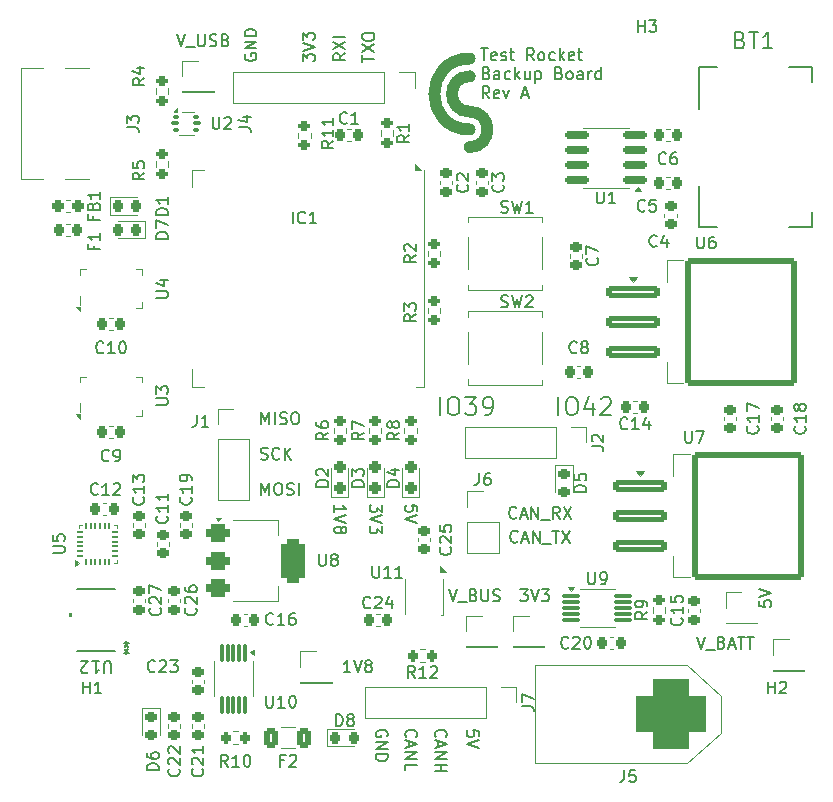
<source format=gbr>
%TF.GenerationSoftware,KiCad,Pcbnew,8.0.7*%
%TF.CreationDate,2025-01-05T22:37:43-08:00*%
%TF.ProjectId,Test Rocket Board,54657374-2052-46f6-936b-657420426f61,rev?*%
%TF.SameCoordinates,Original*%
%TF.FileFunction,Legend,Top*%
%TF.FilePolarity,Positive*%
%FSLAX46Y46*%
G04 Gerber Fmt 4.6, Leading zero omitted, Abs format (unit mm)*
G04 Created by KiCad (PCBNEW 8.0.7) date 2025-01-05 22:37:43*
%MOMM*%
%LPD*%
G01*
G04 APERTURE LIST*
G04 Aperture macros list*
%AMRoundRect*
0 Rectangle with rounded corners*
0 $1 Rounding radius*
0 $2 $3 $4 $5 $6 $7 $8 $9 X,Y pos of 4 corners*
0 Add a 4 corners polygon primitive as box body*
4,1,4,$2,$3,$4,$5,$6,$7,$8,$9,$2,$3,0*
0 Add four circle primitives for the rounded corners*
1,1,$1+$1,$2,$3*
1,1,$1+$1,$4,$5*
1,1,$1+$1,$6,$7*
1,1,$1+$1,$8,$9*
0 Add four rect primitives between the rounded corners*
20,1,$1+$1,$2,$3,$4,$5,0*
20,1,$1+$1,$4,$5,$6,$7,0*
20,1,$1+$1,$6,$7,$8,$9,0*
20,1,$1+$1,$8,$9,$2,$3,0*%
G04 Aperture macros list end*
%ADD10C,1.000000*%
%ADD11C,0.200000*%
%ADD12C,0.150000*%
%ADD13C,0.120000*%
%ADD14C,0.127000*%
%ADD15C,0.152400*%
%ADD16C,0.000000*%
%ADD17R,0.550000X0.950000*%
%ADD18RoundRect,0.200000X0.275000X-0.200000X0.275000X0.200000X-0.275000X0.200000X-0.275000X-0.200000X0*%
%ADD19RoundRect,0.237500X0.237500X-0.287500X0.237500X0.287500X-0.237500X0.287500X-0.237500X-0.287500X0*%
%ADD20RoundRect,0.225000X0.250000X-0.225000X0.250000X0.225000X-0.250000X0.225000X-0.250000X-0.225000X0*%
%ADD21RoundRect,0.200000X-0.275000X0.200000X-0.275000X-0.200000X0.275000X-0.200000X0.275000X0.200000X0*%
%ADD22RoundRect,0.075000X-0.650000X-0.075000X0.650000X-0.075000X0.650000X0.075000X-0.650000X0.075000X0*%
%ADD23RoundRect,0.218750X0.218750X0.256250X-0.218750X0.256250X-0.218750X-0.256250X0.218750X-0.256250X0*%
%ADD24RoundRect,0.050000X0.050000X-0.225000X0.050000X0.225000X-0.050000X0.225000X-0.050000X-0.225000X0*%
%ADD25RoundRect,0.050000X0.225000X0.050000X-0.225000X0.050000X-0.225000X-0.050000X0.225000X-0.050000X0*%
%ADD26C,3.200000*%
%ADD27R,1.700000X1.700000*%
%ADD28O,1.700000X1.700000*%
%ADD29RoundRect,0.200000X0.200000X0.275000X-0.200000X0.275000X-0.200000X-0.275000X0.200000X-0.275000X0*%
%ADD30RoundRect,0.250000X-2.050000X-0.300000X2.050000X-0.300000X2.050000X0.300000X-2.050000X0.300000X0*%
%ADD31RoundRect,0.250002X-4.449998X-5.149998X4.449998X-5.149998X4.449998X5.149998X-4.449998X5.149998X0*%
%ADD32RoundRect,0.225000X-0.225000X-0.250000X0.225000X-0.250000X0.225000X0.250000X-0.225000X0.250000X0*%
%ADD33RoundRect,0.218750X-0.256250X0.218750X-0.256250X-0.218750X0.256250X-0.218750X0.256250X0.218750X0*%
%ADD34RoundRect,0.225000X-0.250000X0.225000X-0.250000X-0.225000X0.250000X-0.225000X0.250000X0.225000X0*%
%ADD35RoundRect,0.218750X-0.218750X-0.256250X0.218750X-0.256250X0.218750X0.256250X-0.218750X0.256250X0*%
%ADD36RoundRect,0.250000X0.375000X0.625000X-0.375000X0.625000X-0.375000X-0.625000X0.375000X-0.625000X0*%
%ADD37R,0.350000X0.650000*%
%ADD38R,2.400000X1.550000*%
%ADD39RoundRect,0.150000X0.825000X0.150000X-0.825000X0.150000X-0.825000X-0.150000X0.825000X-0.150000X0*%
%ADD40RoundRect,0.225000X0.225000X0.250000X-0.225000X0.250000X-0.225000X-0.250000X0.225000X-0.250000X0*%
%ADD41C,10.404000*%
%ADD42C,2.504000*%
%ADD43RoundRect,0.375000X-0.625000X-0.375000X0.625000X-0.375000X0.625000X0.375000X-0.625000X0.375000X0*%
%ADD44RoundRect,0.500000X-0.500000X-1.400000X0.500000X-1.400000X0.500000X1.400000X-0.500000X1.400000X0*%
%ADD45RoundRect,0.075000X-0.075000X0.650000X-0.075000X-0.650000X0.075000X-0.650000X0.075000X0.650000X0*%
%ADD46RoundRect,1.500000X1.500000X1.500000X-1.500000X1.500000X-1.500000X-1.500000X1.500000X-1.500000X0*%
%ADD47C,6.000000*%
%ADD48RoundRect,0.237500X0.287500X0.237500X-0.287500X0.237500X-0.287500X-0.237500X0.287500X-0.237500X0*%
%ADD49RoundRect,0.093750X-0.156250X-0.093750X0.156250X-0.093750X0.156250X0.093750X-0.156250X0.093750X0*%
%ADD50RoundRect,0.075000X-0.250000X-0.075000X0.250000X-0.075000X0.250000X0.075000X-0.250000X0.075000X0*%
%ADD51R,2.750000X1.000000*%
%ADD52R,0.900000X1.500000*%
%ADD53R,1.500000X0.900000*%
%ADD54C,0.600000*%
%ADD55R,3.900000X3.900000*%
%ADD56C,0.650000*%
%ADD57R,1.450000X0.600000*%
%ADD58R,1.450000X0.300000*%
%ADD59O,2.100000X1.000000*%
%ADD60O,1.600000X1.000000*%
%ADD61R,1.117800X0.449200*%
%ADD62R,0.500000X0.813000*%
G04 APERTURE END LIST*
D10*
X169000000Y-83500000D02*
G75*
G02*
X169000000Y-77500000I0J3000000D01*
G01*
X169000000Y-82000000D02*
G75*
G02*
X169000000Y-85000000I0J-1500000D01*
G01*
X169000000Y-82000000D02*
G75*
G02*
X169000000Y-79000000I0J1500000D01*
G01*
D11*
X166147782Y-134941101D02*
X166100163Y-134893482D01*
X166100163Y-134893482D02*
X166052543Y-134750625D01*
X166052543Y-134750625D02*
X166052543Y-134655387D01*
X166052543Y-134655387D02*
X166100163Y-134512530D01*
X166100163Y-134512530D02*
X166195401Y-134417292D01*
X166195401Y-134417292D02*
X166290639Y-134369673D01*
X166290639Y-134369673D02*
X166481115Y-134322054D01*
X166481115Y-134322054D02*
X166623972Y-134322054D01*
X166623972Y-134322054D02*
X166814448Y-134369673D01*
X166814448Y-134369673D02*
X166909686Y-134417292D01*
X166909686Y-134417292D02*
X167004924Y-134512530D01*
X167004924Y-134512530D02*
X167052543Y-134655387D01*
X167052543Y-134655387D02*
X167052543Y-134750625D01*
X167052543Y-134750625D02*
X167004924Y-134893482D01*
X167004924Y-134893482D02*
X166957305Y-134941101D01*
X166338258Y-135322054D02*
X166338258Y-135798244D01*
X166052543Y-135226816D02*
X167052543Y-135560149D01*
X167052543Y-135560149D02*
X166052543Y-135893482D01*
X166052543Y-136226816D02*
X167052543Y-136226816D01*
X167052543Y-136226816D02*
X166052543Y-136798244D01*
X166052543Y-136798244D02*
X167052543Y-136798244D01*
X166052543Y-137274435D02*
X167052543Y-137274435D01*
X166576353Y-137274435D02*
X166576353Y-137845863D01*
X166052543Y-137845863D02*
X167052543Y-137845863D01*
X169946326Y-76647615D02*
X170517754Y-76647615D01*
X170232040Y-77647615D02*
X170232040Y-76647615D01*
X171232040Y-77599996D02*
X171136802Y-77647615D01*
X171136802Y-77647615D02*
X170946326Y-77647615D01*
X170946326Y-77647615D02*
X170851088Y-77599996D01*
X170851088Y-77599996D02*
X170803469Y-77504757D01*
X170803469Y-77504757D02*
X170803469Y-77123805D01*
X170803469Y-77123805D02*
X170851088Y-77028567D01*
X170851088Y-77028567D02*
X170946326Y-76980948D01*
X170946326Y-76980948D02*
X171136802Y-76980948D01*
X171136802Y-76980948D02*
X171232040Y-77028567D01*
X171232040Y-77028567D02*
X171279659Y-77123805D01*
X171279659Y-77123805D02*
X171279659Y-77219043D01*
X171279659Y-77219043D02*
X170803469Y-77314281D01*
X171660612Y-77599996D02*
X171755850Y-77647615D01*
X171755850Y-77647615D02*
X171946326Y-77647615D01*
X171946326Y-77647615D02*
X172041564Y-77599996D01*
X172041564Y-77599996D02*
X172089183Y-77504757D01*
X172089183Y-77504757D02*
X172089183Y-77457138D01*
X172089183Y-77457138D02*
X172041564Y-77361900D01*
X172041564Y-77361900D02*
X171946326Y-77314281D01*
X171946326Y-77314281D02*
X171803469Y-77314281D01*
X171803469Y-77314281D02*
X171708231Y-77266662D01*
X171708231Y-77266662D02*
X171660612Y-77171424D01*
X171660612Y-77171424D02*
X171660612Y-77123805D01*
X171660612Y-77123805D02*
X171708231Y-77028567D01*
X171708231Y-77028567D02*
X171803469Y-76980948D01*
X171803469Y-76980948D02*
X171946326Y-76980948D01*
X171946326Y-76980948D02*
X172041564Y-77028567D01*
X172374898Y-76980948D02*
X172755850Y-76980948D01*
X172517755Y-76647615D02*
X172517755Y-77504757D01*
X172517755Y-77504757D02*
X172565374Y-77599996D01*
X172565374Y-77599996D02*
X172660612Y-77647615D01*
X172660612Y-77647615D02*
X172755850Y-77647615D01*
X174422517Y-77647615D02*
X174089184Y-77171424D01*
X173851089Y-77647615D02*
X173851089Y-76647615D01*
X173851089Y-76647615D02*
X174232041Y-76647615D01*
X174232041Y-76647615D02*
X174327279Y-76695234D01*
X174327279Y-76695234D02*
X174374898Y-76742853D01*
X174374898Y-76742853D02*
X174422517Y-76838091D01*
X174422517Y-76838091D02*
X174422517Y-76980948D01*
X174422517Y-76980948D02*
X174374898Y-77076186D01*
X174374898Y-77076186D02*
X174327279Y-77123805D01*
X174327279Y-77123805D02*
X174232041Y-77171424D01*
X174232041Y-77171424D02*
X173851089Y-77171424D01*
X174993946Y-77647615D02*
X174898708Y-77599996D01*
X174898708Y-77599996D02*
X174851089Y-77552376D01*
X174851089Y-77552376D02*
X174803470Y-77457138D01*
X174803470Y-77457138D02*
X174803470Y-77171424D01*
X174803470Y-77171424D02*
X174851089Y-77076186D01*
X174851089Y-77076186D02*
X174898708Y-77028567D01*
X174898708Y-77028567D02*
X174993946Y-76980948D01*
X174993946Y-76980948D02*
X175136803Y-76980948D01*
X175136803Y-76980948D02*
X175232041Y-77028567D01*
X175232041Y-77028567D02*
X175279660Y-77076186D01*
X175279660Y-77076186D02*
X175327279Y-77171424D01*
X175327279Y-77171424D02*
X175327279Y-77457138D01*
X175327279Y-77457138D02*
X175279660Y-77552376D01*
X175279660Y-77552376D02*
X175232041Y-77599996D01*
X175232041Y-77599996D02*
X175136803Y-77647615D01*
X175136803Y-77647615D02*
X174993946Y-77647615D01*
X176184422Y-77599996D02*
X176089184Y-77647615D01*
X176089184Y-77647615D02*
X175898708Y-77647615D01*
X175898708Y-77647615D02*
X175803470Y-77599996D01*
X175803470Y-77599996D02*
X175755851Y-77552376D01*
X175755851Y-77552376D02*
X175708232Y-77457138D01*
X175708232Y-77457138D02*
X175708232Y-77171424D01*
X175708232Y-77171424D02*
X175755851Y-77076186D01*
X175755851Y-77076186D02*
X175803470Y-77028567D01*
X175803470Y-77028567D02*
X175898708Y-76980948D01*
X175898708Y-76980948D02*
X176089184Y-76980948D01*
X176089184Y-76980948D02*
X176184422Y-77028567D01*
X176612994Y-77647615D02*
X176612994Y-76647615D01*
X176708232Y-77266662D02*
X176993946Y-77647615D01*
X176993946Y-76980948D02*
X176612994Y-77361900D01*
X177803470Y-77599996D02*
X177708232Y-77647615D01*
X177708232Y-77647615D02*
X177517756Y-77647615D01*
X177517756Y-77647615D02*
X177422518Y-77599996D01*
X177422518Y-77599996D02*
X177374899Y-77504757D01*
X177374899Y-77504757D02*
X177374899Y-77123805D01*
X177374899Y-77123805D02*
X177422518Y-77028567D01*
X177422518Y-77028567D02*
X177517756Y-76980948D01*
X177517756Y-76980948D02*
X177708232Y-76980948D01*
X177708232Y-76980948D02*
X177803470Y-77028567D01*
X177803470Y-77028567D02*
X177851089Y-77123805D01*
X177851089Y-77123805D02*
X177851089Y-77219043D01*
X177851089Y-77219043D02*
X177374899Y-77314281D01*
X178136804Y-76980948D02*
X178517756Y-76980948D01*
X178279661Y-76647615D02*
X178279661Y-77504757D01*
X178279661Y-77504757D02*
X178327280Y-77599996D01*
X178327280Y-77599996D02*
X178422518Y-77647615D01*
X178422518Y-77647615D02*
X178517756Y-77647615D01*
X170422516Y-78733749D02*
X170565373Y-78781368D01*
X170565373Y-78781368D02*
X170612992Y-78828987D01*
X170612992Y-78828987D02*
X170660611Y-78924225D01*
X170660611Y-78924225D02*
X170660611Y-79067082D01*
X170660611Y-79067082D02*
X170612992Y-79162320D01*
X170612992Y-79162320D02*
X170565373Y-79209940D01*
X170565373Y-79209940D02*
X170470135Y-79257559D01*
X170470135Y-79257559D02*
X170089183Y-79257559D01*
X170089183Y-79257559D02*
X170089183Y-78257559D01*
X170089183Y-78257559D02*
X170422516Y-78257559D01*
X170422516Y-78257559D02*
X170517754Y-78305178D01*
X170517754Y-78305178D02*
X170565373Y-78352797D01*
X170565373Y-78352797D02*
X170612992Y-78448035D01*
X170612992Y-78448035D02*
X170612992Y-78543273D01*
X170612992Y-78543273D02*
X170565373Y-78638511D01*
X170565373Y-78638511D02*
X170517754Y-78686130D01*
X170517754Y-78686130D02*
X170422516Y-78733749D01*
X170422516Y-78733749D02*
X170089183Y-78733749D01*
X171517754Y-79257559D02*
X171517754Y-78733749D01*
X171517754Y-78733749D02*
X171470135Y-78638511D01*
X171470135Y-78638511D02*
X171374897Y-78590892D01*
X171374897Y-78590892D02*
X171184421Y-78590892D01*
X171184421Y-78590892D02*
X171089183Y-78638511D01*
X171517754Y-79209940D02*
X171422516Y-79257559D01*
X171422516Y-79257559D02*
X171184421Y-79257559D01*
X171184421Y-79257559D02*
X171089183Y-79209940D01*
X171089183Y-79209940D02*
X171041564Y-79114701D01*
X171041564Y-79114701D02*
X171041564Y-79019463D01*
X171041564Y-79019463D02*
X171089183Y-78924225D01*
X171089183Y-78924225D02*
X171184421Y-78876606D01*
X171184421Y-78876606D02*
X171422516Y-78876606D01*
X171422516Y-78876606D02*
X171517754Y-78828987D01*
X172422516Y-79209940D02*
X172327278Y-79257559D01*
X172327278Y-79257559D02*
X172136802Y-79257559D01*
X172136802Y-79257559D02*
X172041564Y-79209940D01*
X172041564Y-79209940D02*
X171993945Y-79162320D01*
X171993945Y-79162320D02*
X171946326Y-79067082D01*
X171946326Y-79067082D02*
X171946326Y-78781368D01*
X171946326Y-78781368D02*
X171993945Y-78686130D01*
X171993945Y-78686130D02*
X172041564Y-78638511D01*
X172041564Y-78638511D02*
X172136802Y-78590892D01*
X172136802Y-78590892D02*
X172327278Y-78590892D01*
X172327278Y-78590892D02*
X172422516Y-78638511D01*
X172851088Y-79257559D02*
X172851088Y-78257559D01*
X172946326Y-78876606D02*
X173232040Y-79257559D01*
X173232040Y-78590892D02*
X172851088Y-78971844D01*
X174089183Y-78590892D02*
X174089183Y-79257559D01*
X173660612Y-78590892D02*
X173660612Y-79114701D01*
X173660612Y-79114701D02*
X173708231Y-79209940D01*
X173708231Y-79209940D02*
X173803469Y-79257559D01*
X173803469Y-79257559D02*
X173946326Y-79257559D01*
X173946326Y-79257559D02*
X174041564Y-79209940D01*
X174041564Y-79209940D02*
X174089183Y-79162320D01*
X174565374Y-78590892D02*
X174565374Y-79590892D01*
X174565374Y-78638511D02*
X174660612Y-78590892D01*
X174660612Y-78590892D02*
X174851088Y-78590892D01*
X174851088Y-78590892D02*
X174946326Y-78638511D01*
X174946326Y-78638511D02*
X174993945Y-78686130D01*
X174993945Y-78686130D02*
X175041564Y-78781368D01*
X175041564Y-78781368D02*
X175041564Y-79067082D01*
X175041564Y-79067082D02*
X174993945Y-79162320D01*
X174993945Y-79162320D02*
X174946326Y-79209940D01*
X174946326Y-79209940D02*
X174851088Y-79257559D01*
X174851088Y-79257559D02*
X174660612Y-79257559D01*
X174660612Y-79257559D02*
X174565374Y-79209940D01*
X176565374Y-78733749D02*
X176708231Y-78781368D01*
X176708231Y-78781368D02*
X176755850Y-78828987D01*
X176755850Y-78828987D02*
X176803469Y-78924225D01*
X176803469Y-78924225D02*
X176803469Y-79067082D01*
X176803469Y-79067082D02*
X176755850Y-79162320D01*
X176755850Y-79162320D02*
X176708231Y-79209940D01*
X176708231Y-79209940D02*
X176612993Y-79257559D01*
X176612993Y-79257559D02*
X176232041Y-79257559D01*
X176232041Y-79257559D02*
X176232041Y-78257559D01*
X176232041Y-78257559D02*
X176565374Y-78257559D01*
X176565374Y-78257559D02*
X176660612Y-78305178D01*
X176660612Y-78305178D02*
X176708231Y-78352797D01*
X176708231Y-78352797D02*
X176755850Y-78448035D01*
X176755850Y-78448035D02*
X176755850Y-78543273D01*
X176755850Y-78543273D02*
X176708231Y-78638511D01*
X176708231Y-78638511D02*
X176660612Y-78686130D01*
X176660612Y-78686130D02*
X176565374Y-78733749D01*
X176565374Y-78733749D02*
X176232041Y-78733749D01*
X177374898Y-79257559D02*
X177279660Y-79209940D01*
X177279660Y-79209940D02*
X177232041Y-79162320D01*
X177232041Y-79162320D02*
X177184422Y-79067082D01*
X177184422Y-79067082D02*
X177184422Y-78781368D01*
X177184422Y-78781368D02*
X177232041Y-78686130D01*
X177232041Y-78686130D02*
X177279660Y-78638511D01*
X177279660Y-78638511D02*
X177374898Y-78590892D01*
X177374898Y-78590892D02*
X177517755Y-78590892D01*
X177517755Y-78590892D02*
X177612993Y-78638511D01*
X177612993Y-78638511D02*
X177660612Y-78686130D01*
X177660612Y-78686130D02*
X177708231Y-78781368D01*
X177708231Y-78781368D02*
X177708231Y-79067082D01*
X177708231Y-79067082D02*
X177660612Y-79162320D01*
X177660612Y-79162320D02*
X177612993Y-79209940D01*
X177612993Y-79209940D02*
X177517755Y-79257559D01*
X177517755Y-79257559D02*
X177374898Y-79257559D01*
X178565374Y-79257559D02*
X178565374Y-78733749D01*
X178565374Y-78733749D02*
X178517755Y-78638511D01*
X178517755Y-78638511D02*
X178422517Y-78590892D01*
X178422517Y-78590892D02*
X178232041Y-78590892D01*
X178232041Y-78590892D02*
X178136803Y-78638511D01*
X178565374Y-79209940D02*
X178470136Y-79257559D01*
X178470136Y-79257559D02*
X178232041Y-79257559D01*
X178232041Y-79257559D02*
X178136803Y-79209940D01*
X178136803Y-79209940D02*
X178089184Y-79114701D01*
X178089184Y-79114701D02*
X178089184Y-79019463D01*
X178089184Y-79019463D02*
X178136803Y-78924225D01*
X178136803Y-78924225D02*
X178232041Y-78876606D01*
X178232041Y-78876606D02*
X178470136Y-78876606D01*
X178470136Y-78876606D02*
X178565374Y-78828987D01*
X179041565Y-79257559D02*
X179041565Y-78590892D01*
X179041565Y-78781368D02*
X179089184Y-78686130D01*
X179089184Y-78686130D02*
X179136803Y-78638511D01*
X179136803Y-78638511D02*
X179232041Y-78590892D01*
X179232041Y-78590892D02*
X179327279Y-78590892D01*
X180089184Y-79257559D02*
X180089184Y-78257559D01*
X180089184Y-79209940D02*
X179993946Y-79257559D01*
X179993946Y-79257559D02*
X179803470Y-79257559D01*
X179803470Y-79257559D02*
X179708232Y-79209940D01*
X179708232Y-79209940D02*
X179660613Y-79162320D01*
X179660613Y-79162320D02*
X179612994Y-79067082D01*
X179612994Y-79067082D02*
X179612994Y-78781368D01*
X179612994Y-78781368D02*
X179660613Y-78686130D01*
X179660613Y-78686130D02*
X179708232Y-78638511D01*
X179708232Y-78638511D02*
X179803470Y-78590892D01*
X179803470Y-78590892D02*
X179993946Y-78590892D01*
X179993946Y-78590892D02*
X180089184Y-78638511D01*
X170660611Y-80867503D02*
X170327278Y-80391312D01*
X170089183Y-80867503D02*
X170089183Y-79867503D01*
X170089183Y-79867503D02*
X170470135Y-79867503D01*
X170470135Y-79867503D02*
X170565373Y-79915122D01*
X170565373Y-79915122D02*
X170612992Y-79962741D01*
X170612992Y-79962741D02*
X170660611Y-80057979D01*
X170660611Y-80057979D02*
X170660611Y-80200836D01*
X170660611Y-80200836D02*
X170612992Y-80296074D01*
X170612992Y-80296074D02*
X170565373Y-80343693D01*
X170565373Y-80343693D02*
X170470135Y-80391312D01*
X170470135Y-80391312D02*
X170089183Y-80391312D01*
X171470135Y-80819884D02*
X171374897Y-80867503D01*
X171374897Y-80867503D02*
X171184421Y-80867503D01*
X171184421Y-80867503D02*
X171089183Y-80819884D01*
X171089183Y-80819884D02*
X171041564Y-80724645D01*
X171041564Y-80724645D02*
X171041564Y-80343693D01*
X171041564Y-80343693D02*
X171089183Y-80248455D01*
X171089183Y-80248455D02*
X171184421Y-80200836D01*
X171184421Y-80200836D02*
X171374897Y-80200836D01*
X171374897Y-80200836D02*
X171470135Y-80248455D01*
X171470135Y-80248455D02*
X171517754Y-80343693D01*
X171517754Y-80343693D02*
X171517754Y-80438931D01*
X171517754Y-80438931D02*
X171041564Y-80534169D01*
X171851088Y-80200836D02*
X172089183Y-80867503D01*
X172089183Y-80867503D02*
X172327278Y-80200836D01*
X173422517Y-80581788D02*
X173898707Y-80581788D01*
X173327279Y-80867503D02*
X173660612Y-79867503D01*
X173660612Y-79867503D02*
X173993945Y-80867503D01*
X149985179Y-77121012D02*
X149937560Y-77216250D01*
X149937560Y-77216250D02*
X149937560Y-77359107D01*
X149937560Y-77359107D02*
X149985179Y-77501964D01*
X149985179Y-77501964D02*
X150080417Y-77597202D01*
X150080417Y-77597202D02*
X150175655Y-77644821D01*
X150175655Y-77644821D02*
X150366131Y-77692440D01*
X150366131Y-77692440D02*
X150508988Y-77692440D01*
X150508988Y-77692440D02*
X150699464Y-77644821D01*
X150699464Y-77644821D02*
X150794702Y-77597202D01*
X150794702Y-77597202D02*
X150889941Y-77501964D01*
X150889941Y-77501964D02*
X150937560Y-77359107D01*
X150937560Y-77359107D02*
X150937560Y-77263869D01*
X150937560Y-77263869D02*
X150889941Y-77121012D01*
X150889941Y-77121012D02*
X150842321Y-77073393D01*
X150842321Y-77073393D02*
X150508988Y-77073393D01*
X150508988Y-77073393D02*
X150508988Y-77263869D01*
X150937560Y-76644821D02*
X149937560Y-76644821D01*
X149937560Y-76644821D02*
X150937560Y-76073393D01*
X150937560Y-76073393D02*
X149937560Y-76073393D01*
X150937560Y-75597202D02*
X149937560Y-75597202D01*
X149937560Y-75597202D02*
X149937560Y-75359107D01*
X149937560Y-75359107D02*
X149985179Y-75216250D01*
X149985179Y-75216250D02*
X150080417Y-75121012D01*
X150080417Y-75121012D02*
X150175655Y-75073393D01*
X150175655Y-75073393D02*
X150366131Y-75025774D01*
X150366131Y-75025774D02*
X150508988Y-75025774D01*
X150508988Y-75025774D02*
X150699464Y-75073393D01*
X150699464Y-75073393D02*
X150794702Y-75121012D01*
X150794702Y-75121012D02*
X150889941Y-75216250D01*
X150889941Y-75216250D02*
X150937560Y-75359107D01*
X150937560Y-75359107D02*
X150937560Y-75597202D01*
X154860200Y-77740059D02*
X154860200Y-77121012D01*
X154860200Y-77121012D02*
X155241152Y-77454345D01*
X155241152Y-77454345D02*
X155241152Y-77311488D01*
X155241152Y-77311488D02*
X155288771Y-77216250D01*
X155288771Y-77216250D02*
X155336390Y-77168631D01*
X155336390Y-77168631D02*
X155431628Y-77121012D01*
X155431628Y-77121012D02*
X155669723Y-77121012D01*
X155669723Y-77121012D02*
X155764961Y-77168631D01*
X155764961Y-77168631D02*
X155812581Y-77216250D01*
X155812581Y-77216250D02*
X155860200Y-77311488D01*
X155860200Y-77311488D02*
X155860200Y-77597202D01*
X155860200Y-77597202D02*
X155812581Y-77692440D01*
X155812581Y-77692440D02*
X155764961Y-77740059D01*
X154860200Y-76835297D02*
X155860200Y-76501964D01*
X155860200Y-76501964D02*
X154860200Y-76168631D01*
X154860200Y-75930535D02*
X154860200Y-75311488D01*
X154860200Y-75311488D02*
X155241152Y-75644821D01*
X155241152Y-75644821D02*
X155241152Y-75501964D01*
X155241152Y-75501964D02*
X155288771Y-75406726D01*
X155288771Y-75406726D02*
X155336390Y-75359107D01*
X155336390Y-75359107D02*
X155431628Y-75311488D01*
X155431628Y-75311488D02*
X155669723Y-75311488D01*
X155669723Y-75311488D02*
X155764961Y-75359107D01*
X155764961Y-75359107D02*
X155812581Y-75406726D01*
X155812581Y-75406726D02*
X155860200Y-75501964D01*
X155860200Y-75501964D02*
X155860200Y-75787678D01*
X155860200Y-75787678D02*
X155812581Y-75882916D01*
X155812581Y-75882916D02*
X155764961Y-75930535D01*
X158452219Y-77058898D02*
X157976028Y-77392231D01*
X158452219Y-77630326D02*
X157452219Y-77630326D01*
X157452219Y-77630326D02*
X157452219Y-77249374D01*
X157452219Y-77249374D02*
X157499838Y-77154136D01*
X157499838Y-77154136D02*
X157547457Y-77106517D01*
X157547457Y-77106517D02*
X157642695Y-77058898D01*
X157642695Y-77058898D02*
X157785552Y-77058898D01*
X157785552Y-77058898D02*
X157880790Y-77106517D01*
X157880790Y-77106517D02*
X157928409Y-77154136D01*
X157928409Y-77154136D02*
X157976028Y-77249374D01*
X157976028Y-77249374D02*
X157976028Y-77630326D01*
X157452219Y-76725564D02*
X158452219Y-76058898D01*
X157452219Y-76058898D02*
X158452219Y-76725564D01*
X158452219Y-75677945D02*
X157452219Y-75677945D01*
X151322054Y-111404600D02*
X151464911Y-111452219D01*
X151464911Y-111452219D02*
X151703006Y-111452219D01*
X151703006Y-111452219D02*
X151798244Y-111404600D01*
X151798244Y-111404600D02*
X151845863Y-111356980D01*
X151845863Y-111356980D02*
X151893482Y-111261742D01*
X151893482Y-111261742D02*
X151893482Y-111166504D01*
X151893482Y-111166504D02*
X151845863Y-111071266D01*
X151845863Y-111071266D02*
X151798244Y-111023647D01*
X151798244Y-111023647D02*
X151703006Y-110976028D01*
X151703006Y-110976028D02*
X151512530Y-110928409D01*
X151512530Y-110928409D02*
X151417292Y-110880790D01*
X151417292Y-110880790D02*
X151369673Y-110833171D01*
X151369673Y-110833171D02*
X151322054Y-110737933D01*
X151322054Y-110737933D02*
X151322054Y-110642695D01*
X151322054Y-110642695D02*
X151369673Y-110547457D01*
X151369673Y-110547457D02*
X151417292Y-110499838D01*
X151417292Y-110499838D02*
X151512530Y-110452219D01*
X151512530Y-110452219D02*
X151750625Y-110452219D01*
X151750625Y-110452219D02*
X151893482Y-110499838D01*
X152893482Y-111356980D02*
X152845863Y-111404600D01*
X152845863Y-111404600D02*
X152703006Y-111452219D01*
X152703006Y-111452219D02*
X152607768Y-111452219D01*
X152607768Y-111452219D02*
X152464911Y-111404600D01*
X152464911Y-111404600D02*
X152369673Y-111309361D01*
X152369673Y-111309361D02*
X152322054Y-111214123D01*
X152322054Y-111214123D02*
X152274435Y-111023647D01*
X152274435Y-111023647D02*
X152274435Y-110880790D01*
X152274435Y-110880790D02*
X152322054Y-110690314D01*
X152322054Y-110690314D02*
X152369673Y-110595076D01*
X152369673Y-110595076D02*
X152464911Y-110499838D01*
X152464911Y-110499838D02*
X152607768Y-110452219D01*
X152607768Y-110452219D02*
X152703006Y-110452219D01*
X152703006Y-110452219D02*
X152845863Y-110499838D01*
X152845863Y-110499838D02*
X152893482Y-110547457D01*
X153322054Y-111452219D02*
X153322054Y-110452219D01*
X153893482Y-111452219D02*
X153464911Y-110880790D01*
X153893482Y-110452219D02*
X153322054Y-111023647D01*
X161547780Y-115274435D02*
X161547780Y-115893482D01*
X161547780Y-115893482D02*
X161166828Y-115560149D01*
X161166828Y-115560149D02*
X161166828Y-115703006D01*
X161166828Y-115703006D02*
X161119209Y-115798244D01*
X161119209Y-115798244D02*
X161071590Y-115845863D01*
X161071590Y-115845863D02*
X160976352Y-115893482D01*
X160976352Y-115893482D02*
X160738257Y-115893482D01*
X160738257Y-115893482D02*
X160643019Y-115845863D01*
X160643019Y-115845863D02*
X160595400Y-115798244D01*
X160595400Y-115798244D02*
X160547780Y-115703006D01*
X160547780Y-115703006D02*
X160547780Y-115417292D01*
X160547780Y-115417292D02*
X160595400Y-115322054D01*
X160595400Y-115322054D02*
X160643019Y-115274435D01*
X161547780Y-116179197D02*
X160547780Y-116512530D01*
X160547780Y-116512530D02*
X161547780Y-116845863D01*
X161547780Y-117083959D02*
X161547780Y-117703006D01*
X161547780Y-117703006D02*
X161166828Y-117369673D01*
X161166828Y-117369673D02*
X161166828Y-117512530D01*
X161166828Y-117512530D02*
X161119209Y-117607768D01*
X161119209Y-117607768D02*
X161071590Y-117655387D01*
X161071590Y-117655387D02*
X160976352Y-117703006D01*
X160976352Y-117703006D02*
X160738257Y-117703006D01*
X160738257Y-117703006D02*
X160643019Y-117655387D01*
X160643019Y-117655387D02*
X160595400Y-117607768D01*
X160595400Y-117607768D02*
X160547780Y-117512530D01*
X160547780Y-117512530D02*
X160547780Y-117226816D01*
X160547780Y-117226816D02*
X160595400Y-117131578D01*
X160595400Y-117131578D02*
X160643019Y-117083959D01*
X157547780Y-115893482D02*
X157547780Y-115322054D01*
X157547780Y-115607768D02*
X158547780Y-115607768D01*
X158547780Y-115607768D02*
X158404923Y-115512530D01*
X158404923Y-115512530D02*
X158309685Y-115417292D01*
X158309685Y-115417292D02*
X158262066Y-115322054D01*
X158547780Y-116179197D02*
X157547780Y-116512530D01*
X157547780Y-116512530D02*
X158547780Y-116845863D01*
X158119209Y-117322054D02*
X158166828Y-117226816D01*
X158166828Y-117226816D02*
X158214447Y-117179197D01*
X158214447Y-117179197D02*
X158309685Y-117131578D01*
X158309685Y-117131578D02*
X158357304Y-117131578D01*
X158357304Y-117131578D02*
X158452542Y-117179197D01*
X158452542Y-117179197D02*
X158500161Y-117226816D01*
X158500161Y-117226816D02*
X158547780Y-117322054D01*
X158547780Y-117322054D02*
X158547780Y-117512530D01*
X158547780Y-117512530D02*
X158500161Y-117607768D01*
X158500161Y-117607768D02*
X158452542Y-117655387D01*
X158452542Y-117655387D02*
X158357304Y-117703006D01*
X158357304Y-117703006D02*
X158309685Y-117703006D01*
X158309685Y-117703006D02*
X158214447Y-117655387D01*
X158214447Y-117655387D02*
X158166828Y-117607768D01*
X158166828Y-117607768D02*
X158119209Y-117512530D01*
X158119209Y-117512530D02*
X158119209Y-117322054D01*
X158119209Y-117322054D02*
X158071590Y-117226816D01*
X158071590Y-117226816D02*
X158023971Y-117179197D01*
X158023971Y-117179197D02*
X157928733Y-117131578D01*
X157928733Y-117131578D02*
X157738257Y-117131578D01*
X157738257Y-117131578D02*
X157643019Y-117179197D01*
X157643019Y-117179197D02*
X157595400Y-117226816D01*
X157595400Y-117226816D02*
X157547780Y-117322054D01*
X157547780Y-117322054D02*
X157547780Y-117512530D01*
X157547780Y-117512530D02*
X157595400Y-117607768D01*
X157595400Y-117607768D02*
X157643019Y-117655387D01*
X157643019Y-117655387D02*
X157738257Y-117703006D01*
X157738257Y-117703006D02*
X157928733Y-117703006D01*
X157928733Y-117703006D02*
X158023971Y-117655387D01*
X158023971Y-117655387D02*
X158071590Y-117607768D01*
X158071590Y-117607768D02*
X158119209Y-117512530D01*
X159919160Y-77787678D02*
X159919160Y-77216250D01*
X160919160Y-77501964D02*
X159919160Y-77501964D01*
X159919160Y-76978154D02*
X160919160Y-76311488D01*
X159919160Y-76311488D02*
X160919160Y-76978154D01*
X159919160Y-75740059D02*
X159919160Y-75549583D01*
X159919160Y-75549583D02*
X159966779Y-75454345D01*
X159966779Y-75454345D02*
X160062017Y-75359107D01*
X160062017Y-75359107D02*
X160252493Y-75311488D01*
X160252493Y-75311488D02*
X160585826Y-75311488D01*
X160585826Y-75311488D02*
X160776302Y-75359107D01*
X160776302Y-75359107D02*
X160871541Y-75454345D01*
X160871541Y-75454345D02*
X160919160Y-75549583D01*
X160919160Y-75549583D02*
X160919160Y-75740059D01*
X160919160Y-75740059D02*
X160871541Y-75835297D01*
X160871541Y-75835297D02*
X160776302Y-75930535D01*
X160776302Y-75930535D02*
X160585826Y-75978154D01*
X160585826Y-75978154D02*
X160252493Y-75978154D01*
X160252493Y-75978154D02*
X160062017Y-75930535D01*
X160062017Y-75930535D02*
X159966779Y-75835297D01*
X159966779Y-75835297D02*
X159919160Y-75740059D01*
X166488720Y-107683528D02*
X166488720Y-106183528D01*
X167488721Y-106183528D02*
X167774435Y-106183528D01*
X167774435Y-106183528D02*
X167917292Y-106254957D01*
X167917292Y-106254957D02*
X168060149Y-106397814D01*
X168060149Y-106397814D02*
X168131578Y-106683528D01*
X168131578Y-106683528D02*
X168131578Y-107183528D01*
X168131578Y-107183528D02*
X168060149Y-107469242D01*
X168060149Y-107469242D02*
X167917292Y-107612100D01*
X167917292Y-107612100D02*
X167774435Y-107683528D01*
X167774435Y-107683528D02*
X167488721Y-107683528D01*
X167488721Y-107683528D02*
X167345864Y-107612100D01*
X167345864Y-107612100D02*
X167203006Y-107469242D01*
X167203006Y-107469242D02*
X167131578Y-107183528D01*
X167131578Y-107183528D02*
X167131578Y-106683528D01*
X167131578Y-106683528D02*
X167203006Y-106397814D01*
X167203006Y-106397814D02*
X167345864Y-106254957D01*
X167345864Y-106254957D02*
X167488721Y-106183528D01*
X168631578Y-106183528D02*
X169560150Y-106183528D01*
X169560150Y-106183528D02*
X169060150Y-106754957D01*
X169060150Y-106754957D02*
X169274435Y-106754957D01*
X169274435Y-106754957D02*
X169417293Y-106826385D01*
X169417293Y-106826385D02*
X169488721Y-106897814D01*
X169488721Y-106897814D02*
X169560150Y-107040671D01*
X169560150Y-107040671D02*
X169560150Y-107397814D01*
X169560150Y-107397814D02*
X169488721Y-107540671D01*
X169488721Y-107540671D02*
X169417293Y-107612100D01*
X169417293Y-107612100D02*
X169274435Y-107683528D01*
X169274435Y-107683528D02*
X168845864Y-107683528D01*
X168845864Y-107683528D02*
X168703007Y-107612100D01*
X168703007Y-107612100D02*
X168631578Y-107540671D01*
X170274435Y-107683528D02*
X170560149Y-107683528D01*
X170560149Y-107683528D02*
X170703006Y-107612100D01*
X170703006Y-107612100D02*
X170774435Y-107540671D01*
X170774435Y-107540671D02*
X170917292Y-107326385D01*
X170917292Y-107326385D02*
X170988721Y-107040671D01*
X170988721Y-107040671D02*
X170988721Y-106469242D01*
X170988721Y-106469242D02*
X170917292Y-106326385D01*
X170917292Y-106326385D02*
X170845864Y-106254957D01*
X170845864Y-106254957D02*
X170703006Y-106183528D01*
X170703006Y-106183528D02*
X170417292Y-106183528D01*
X170417292Y-106183528D02*
X170274435Y-106254957D01*
X170274435Y-106254957D02*
X170203006Y-106326385D01*
X170203006Y-106326385D02*
X170131578Y-106469242D01*
X170131578Y-106469242D02*
X170131578Y-106826385D01*
X170131578Y-106826385D02*
X170203006Y-106969242D01*
X170203006Y-106969242D02*
X170274435Y-107040671D01*
X170274435Y-107040671D02*
X170417292Y-107112100D01*
X170417292Y-107112100D02*
X170703006Y-107112100D01*
X170703006Y-107112100D02*
X170845864Y-107040671D01*
X170845864Y-107040671D02*
X170917292Y-106969242D01*
X170917292Y-106969242D02*
X170988721Y-106826385D01*
X167226816Y-122452219D02*
X167560149Y-123452219D01*
X167560149Y-123452219D02*
X167893482Y-122452219D01*
X167988721Y-123547457D02*
X168750625Y-123547457D01*
X169322054Y-122928409D02*
X169464911Y-122976028D01*
X169464911Y-122976028D02*
X169512530Y-123023647D01*
X169512530Y-123023647D02*
X169560149Y-123118885D01*
X169560149Y-123118885D02*
X169560149Y-123261742D01*
X169560149Y-123261742D02*
X169512530Y-123356980D01*
X169512530Y-123356980D02*
X169464911Y-123404600D01*
X169464911Y-123404600D02*
X169369673Y-123452219D01*
X169369673Y-123452219D02*
X168988721Y-123452219D01*
X168988721Y-123452219D02*
X168988721Y-122452219D01*
X168988721Y-122452219D02*
X169322054Y-122452219D01*
X169322054Y-122452219D02*
X169417292Y-122499838D01*
X169417292Y-122499838D02*
X169464911Y-122547457D01*
X169464911Y-122547457D02*
X169512530Y-122642695D01*
X169512530Y-122642695D02*
X169512530Y-122737933D01*
X169512530Y-122737933D02*
X169464911Y-122833171D01*
X169464911Y-122833171D02*
X169417292Y-122880790D01*
X169417292Y-122880790D02*
X169322054Y-122928409D01*
X169322054Y-122928409D02*
X168988721Y-122928409D01*
X169988721Y-122452219D02*
X169988721Y-123261742D01*
X169988721Y-123261742D02*
X170036340Y-123356980D01*
X170036340Y-123356980D02*
X170083959Y-123404600D01*
X170083959Y-123404600D02*
X170179197Y-123452219D01*
X170179197Y-123452219D02*
X170369673Y-123452219D01*
X170369673Y-123452219D02*
X170464911Y-123404600D01*
X170464911Y-123404600D02*
X170512530Y-123356980D01*
X170512530Y-123356980D02*
X170560149Y-123261742D01*
X170560149Y-123261742D02*
X170560149Y-122452219D01*
X170988721Y-123404600D02*
X171131578Y-123452219D01*
X171131578Y-123452219D02*
X171369673Y-123452219D01*
X171369673Y-123452219D02*
X171464911Y-123404600D01*
X171464911Y-123404600D02*
X171512530Y-123356980D01*
X171512530Y-123356980D02*
X171560149Y-123261742D01*
X171560149Y-123261742D02*
X171560149Y-123166504D01*
X171560149Y-123166504D02*
X171512530Y-123071266D01*
X171512530Y-123071266D02*
X171464911Y-123023647D01*
X171464911Y-123023647D02*
X171369673Y-122976028D01*
X171369673Y-122976028D02*
X171179197Y-122928409D01*
X171179197Y-122928409D02*
X171083959Y-122880790D01*
X171083959Y-122880790D02*
X171036340Y-122833171D01*
X171036340Y-122833171D02*
X170988721Y-122737933D01*
X170988721Y-122737933D02*
X170988721Y-122642695D01*
X170988721Y-122642695D02*
X171036340Y-122547457D01*
X171036340Y-122547457D02*
X171083959Y-122499838D01*
X171083959Y-122499838D02*
X171179197Y-122452219D01*
X171179197Y-122452219D02*
X171417292Y-122452219D01*
X171417292Y-122452219D02*
X171560149Y-122499838D01*
X158893482Y-129452219D02*
X158322054Y-129452219D01*
X158607768Y-129452219D02*
X158607768Y-128452219D01*
X158607768Y-128452219D02*
X158512530Y-128595076D01*
X158512530Y-128595076D02*
X158417292Y-128690314D01*
X158417292Y-128690314D02*
X158322054Y-128737933D01*
X159179197Y-128452219D02*
X159512530Y-129452219D01*
X159512530Y-129452219D02*
X159845863Y-128452219D01*
X160322054Y-128880790D02*
X160226816Y-128833171D01*
X160226816Y-128833171D02*
X160179197Y-128785552D01*
X160179197Y-128785552D02*
X160131578Y-128690314D01*
X160131578Y-128690314D02*
X160131578Y-128642695D01*
X160131578Y-128642695D02*
X160179197Y-128547457D01*
X160179197Y-128547457D02*
X160226816Y-128499838D01*
X160226816Y-128499838D02*
X160322054Y-128452219D01*
X160322054Y-128452219D02*
X160512530Y-128452219D01*
X160512530Y-128452219D02*
X160607768Y-128499838D01*
X160607768Y-128499838D02*
X160655387Y-128547457D01*
X160655387Y-128547457D02*
X160703006Y-128642695D01*
X160703006Y-128642695D02*
X160703006Y-128690314D01*
X160703006Y-128690314D02*
X160655387Y-128785552D01*
X160655387Y-128785552D02*
X160607768Y-128833171D01*
X160607768Y-128833171D02*
X160512530Y-128880790D01*
X160512530Y-128880790D02*
X160322054Y-128880790D01*
X160322054Y-128880790D02*
X160226816Y-128928409D01*
X160226816Y-128928409D02*
X160179197Y-128976028D01*
X160179197Y-128976028D02*
X160131578Y-129071266D01*
X160131578Y-129071266D02*
X160131578Y-129261742D01*
X160131578Y-129261742D02*
X160179197Y-129356980D01*
X160179197Y-129356980D02*
X160226816Y-129404600D01*
X160226816Y-129404600D02*
X160322054Y-129452219D01*
X160322054Y-129452219D02*
X160512530Y-129452219D01*
X160512530Y-129452219D02*
X160607768Y-129404600D01*
X160607768Y-129404600D02*
X160655387Y-129356980D01*
X160655387Y-129356980D02*
X160703006Y-129261742D01*
X160703006Y-129261742D02*
X160703006Y-129071266D01*
X160703006Y-129071266D02*
X160655387Y-128976028D01*
X160655387Y-128976028D02*
X160607768Y-128928409D01*
X160607768Y-128928409D02*
X160512530Y-128880790D01*
X173274435Y-122452219D02*
X173893482Y-122452219D01*
X173893482Y-122452219D02*
X173560149Y-122833171D01*
X173560149Y-122833171D02*
X173703006Y-122833171D01*
X173703006Y-122833171D02*
X173798244Y-122880790D01*
X173798244Y-122880790D02*
X173845863Y-122928409D01*
X173845863Y-122928409D02*
X173893482Y-123023647D01*
X173893482Y-123023647D02*
X173893482Y-123261742D01*
X173893482Y-123261742D02*
X173845863Y-123356980D01*
X173845863Y-123356980D02*
X173798244Y-123404600D01*
X173798244Y-123404600D02*
X173703006Y-123452219D01*
X173703006Y-123452219D02*
X173417292Y-123452219D01*
X173417292Y-123452219D02*
X173322054Y-123404600D01*
X173322054Y-123404600D02*
X173274435Y-123356980D01*
X174179197Y-122452219D02*
X174512530Y-123452219D01*
X174512530Y-123452219D02*
X174845863Y-122452219D01*
X175083959Y-122452219D02*
X175703006Y-122452219D01*
X175703006Y-122452219D02*
X175369673Y-122833171D01*
X175369673Y-122833171D02*
X175512530Y-122833171D01*
X175512530Y-122833171D02*
X175607768Y-122880790D01*
X175607768Y-122880790D02*
X175655387Y-122928409D01*
X175655387Y-122928409D02*
X175703006Y-123023647D01*
X175703006Y-123023647D02*
X175703006Y-123261742D01*
X175703006Y-123261742D02*
X175655387Y-123356980D01*
X175655387Y-123356980D02*
X175607768Y-123404600D01*
X175607768Y-123404600D02*
X175512530Y-123452219D01*
X175512530Y-123452219D02*
X175226816Y-123452219D01*
X175226816Y-123452219D02*
X175131578Y-123404600D01*
X175131578Y-123404600D02*
X175083959Y-123356980D01*
X188226816Y-126452219D02*
X188560149Y-127452219D01*
X188560149Y-127452219D02*
X188893482Y-126452219D01*
X188988721Y-127547457D02*
X189750625Y-127547457D01*
X190322054Y-126928409D02*
X190464911Y-126976028D01*
X190464911Y-126976028D02*
X190512530Y-127023647D01*
X190512530Y-127023647D02*
X190560149Y-127118885D01*
X190560149Y-127118885D02*
X190560149Y-127261742D01*
X190560149Y-127261742D02*
X190512530Y-127356980D01*
X190512530Y-127356980D02*
X190464911Y-127404600D01*
X190464911Y-127404600D02*
X190369673Y-127452219D01*
X190369673Y-127452219D02*
X189988721Y-127452219D01*
X189988721Y-127452219D02*
X189988721Y-126452219D01*
X189988721Y-126452219D02*
X190322054Y-126452219D01*
X190322054Y-126452219D02*
X190417292Y-126499838D01*
X190417292Y-126499838D02*
X190464911Y-126547457D01*
X190464911Y-126547457D02*
X190512530Y-126642695D01*
X190512530Y-126642695D02*
X190512530Y-126737933D01*
X190512530Y-126737933D02*
X190464911Y-126833171D01*
X190464911Y-126833171D02*
X190417292Y-126880790D01*
X190417292Y-126880790D02*
X190322054Y-126928409D01*
X190322054Y-126928409D02*
X189988721Y-126928409D01*
X190941102Y-127166504D02*
X191417292Y-127166504D01*
X190845864Y-127452219D02*
X191179197Y-126452219D01*
X191179197Y-126452219D02*
X191512530Y-127452219D01*
X191703007Y-126452219D02*
X192274435Y-126452219D01*
X191988721Y-127452219D02*
X191988721Y-126452219D01*
X192464912Y-126452219D02*
X193036340Y-126452219D01*
X192750626Y-127452219D02*
X192750626Y-126452219D01*
X144226816Y-75452219D02*
X144560149Y-76452219D01*
X144560149Y-76452219D02*
X144893482Y-75452219D01*
X144988721Y-76547457D02*
X145750625Y-76547457D01*
X145988721Y-75452219D02*
X145988721Y-76261742D01*
X145988721Y-76261742D02*
X146036340Y-76356980D01*
X146036340Y-76356980D02*
X146083959Y-76404600D01*
X146083959Y-76404600D02*
X146179197Y-76452219D01*
X146179197Y-76452219D02*
X146369673Y-76452219D01*
X146369673Y-76452219D02*
X146464911Y-76404600D01*
X146464911Y-76404600D02*
X146512530Y-76356980D01*
X146512530Y-76356980D02*
X146560149Y-76261742D01*
X146560149Y-76261742D02*
X146560149Y-75452219D01*
X146988721Y-76404600D02*
X147131578Y-76452219D01*
X147131578Y-76452219D02*
X147369673Y-76452219D01*
X147369673Y-76452219D02*
X147464911Y-76404600D01*
X147464911Y-76404600D02*
X147512530Y-76356980D01*
X147512530Y-76356980D02*
X147560149Y-76261742D01*
X147560149Y-76261742D02*
X147560149Y-76166504D01*
X147560149Y-76166504D02*
X147512530Y-76071266D01*
X147512530Y-76071266D02*
X147464911Y-76023647D01*
X147464911Y-76023647D02*
X147369673Y-75976028D01*
X147369673Y-75976028D02*
X147179197Y-75928409D01*
X147179197Y-75928409D02*
X147083959Y-75880790D01*
X147083959Y-75880790D02*
X147036340Y-75833171D01*
X147036340Y-75833171D02*
X146988721Y-75737933D01*
X146988721Y-75737933D02*
X146988721Y-75642695D01*
X146988721Y-75642695D02*
X147036340Y-75547457D01*
X147036340Y-75547457D02*
X147083959Y-75499838D01*
X147083959Y-75499838D02*
X147179197Y-75452219D01*
X147179197Y-75452219D02*
X147417292Y-75452219D01*
X147417292Y-75452219D02*
X147560149Y-75499838D01*
X148322054Y-75928409D02*
X148464911Y-75976028D01*
X148464911Y-75976028D02*
X148512530Y-76023647D01*
X148512530Y-76023647D02*
X148560149Y-76118885D01*
X148560149Y-76118885D02*
X148560149Y-76261742D01*
X148560149Y-76261742D02*
X148512530Y-76356980D01*
X148512530Y-76356980D02*
X148464911Y-76404600D01*
X148464911Y-76404600D02*
X148369673Y-76452219D01*
X148369673Y-76452219D02*
X147988721Y-76452219D01*
X147988721Y-76452219D02*
X147988721Y-75452219D01*
X147988721Y-75452219D02*
X148322054Y-75452219D01*
X148322054Y-75452219D02*
X148417292Y-75499838D01*
X148417292Y-75499838D02*
X148464911Y-75547457D01*
X148464911Y-75547457D02*
X148512530Y-75642695D01*
X148512530Y-75642695D02*
X148512530Y-75737933D01*
X148512530Y-75737933D02*
X148464911Y-75833171D01*
X148464911Y-75833171D02*
X148417292Y-75880790D01*
X148417292Y-75880790D02*
X148322054Y-75928409D01*
X148322054Y-75928409D02*
X147988721Y-75928409D01*
X172941101Y-116356980D02*
X172893482Y-116404600D01*
X172893482Y-116404600D02*
X172750625Y-116452219D01*
X172750625Y-116452219D02*
X172655387Y-116452219D01*
X172655387Y-116452219D02*
X172512530Y-116404600D01*
X172512530Y-116404600D02*
X172417292Y-116309361D01*
X172417292Y-116309361D02*
X172369673Y-116214123D01*
X172369673Y-116214123D02*
X172322054Y-116023647D01*
X172322054Y-116023647D02*
X172322054Y-115880790D01*
X172322054Y-115880790D02*
X172369673Y-115690314D01*
X172369673Y-115690314D02*
X172417292Y-115595076D01*
X172417292Y-115595076D02*
X172512530Y-115499838D01*
X172512530Y-115499838D02*
X172655387Y-115452219D01*
X172655387Y-115452219D02*
X172750625Y-115452219D01*
X172750625Y-115452219D02*
X172893482Y-115499838D01*
X172893482Y-115499838D02*
X172941101Y-115547457D01*
X173322054Y-116166504D02*
X173798244Y-116166504D01*
X173226816Y-116452219D02*
X173560149Y-115452219D01*
X173560149Y-115452219D02*
X173893482Y-116452219D01*
X174226816Y-116452219D02*
X174226816Y-115452219D01*
X174226816Y-115452219D02*
X174798244Y-116452219D01*
X174798244Y-116452219D02*
X174798244Y-115452219D01*
X175036340Y-116547457D02*
X175798244Y-116547457D01*
X176607768Y-116452219D02*
X176274435Y-115976028D01*
X176036340Y-116452219D02*
X176036340Y-115452219D01*
X176036340Y-115452219D02*
X176417292Y-115452219D01*
X176417292Y-115452219D02*
X176512530Y-115499838D01*
X176512530Y-115499838D02*
X176560149Y-115547457D01*
X176560149Y-115547457D02*
X176607768Y-115642695D01*
X176607768Y-115642695D02*
X176607768Y-115785552D01*
X176607768Y-115785552D02*
X176560149Y-115880790D01*
X176560149Y-115880790D02*
X176512530Y-115928409D01*
X176512530Y-115928409D02*
X176417292Y-115976028D01*
X176417292Y-115976028D02*
X176036340Y-115976028D01*
X176941102Y-115452219D02*
X177607768Y-116452219D01*
X177607768Y-115452219D02*
X176941102Y-116452219D01*
X164547780Y-115845863D02*
X164547780Y-115369673D01*
X164547780Y-115369673D02*
X164071590Y-115322054D01*
X164071590Y-115322054D02*
X164119209Y-115369673D01*
X164119209Y-115369673D02*
X164166828Y-115464911D01*
X164166828Y-115464911D02*
X164166828Y-115703006D01*
X164166828Y-115703006D02*
X164119209Y-115798244D01*
X164119209Y-115798244D02*
X164071590Y-115845863D01*
X164071590Y-115845863D02*
X163976352Y-115893482D01*
X163976352Y-115893482D02*
X163738257Y-115893482D01*
X163738257Y-115893482D02*
X163643019Y-115845863D01*
X163643019Y-115845863D02*
X163595400Y-115798244D01*
X163595400Y-115798244D02*
X163547780Y-115703006D01*
X163547780Y-115703006D02*
X163547780Y-115464911D01*
X163547780Y-115464911D02*
X163595400Y-115369673D01*
X163595400Y-115369673D02*
X163643019Y-115322054D01*
X164547780Y-116179197D02*
X163547780Y-116512530D01*
X163547780Y-116512530D02*
X164547780Y-116845863D01*
X169755402Y-134877475D02*
X169755402Y-134401285D01*
X169755402Y-134401285D02*
X169279212Y-134353666D01*
X169279212Y-134353666D02*
X169326831Y-134401285D01*
X169326831Y-134401285D02*
X169374450Y-134496523D01*
X169374450Y-134496523D02*
X169374450Y-134734618D01*
X169374450Y-134734618D02*
X169326831Y-134829856D01*
X169326831Y-134829856D02*
X169279212Y-134877475D01*
X169279212Y-134877475D02*
X169183974Y-134925094D01*
X169183974Y-134925094D02*
X168945879Y-134925094D01*
X168945879Y-134925094D02*
X168850641Y-134877475D01*
X168850641Y-134877475D02*
X168803022Y-134829856D01*
X168803022Y-134829856D02*
X168755402Y-134734618D01*
X168755402Y-134734618D02*
X168755402Y-134496523D01*
X168755402Y-134496523D02*
X168803022Y-134401285D01*
X168803022Y-134401285D02*
X168850641Y-134353666D01*
X169755402Y-135210809D02*
X168755402Y-135544142D01*
X168755402Y-135544142D02*
X169755402Y-135877475D01*
X173051101Y-118381980D02*
X173003482Y-118429600D01*
X173003482Y-118429600D02*
X172860625Y-118477219D01*
X172860625Y-118477219D02*
X172765387Y-118477219D01*
X172765387Y-118477219D02*
X172622530Y-118429600D01*
X172622530Y-118429600D02*
X172527292Y-118334361D01*
X172527292Y-118334361D02*
X172479673Y-118239123D01*
X172479673Y-118239123D02*
X172432054Y-118048647D01*
X172432054Y-118048647D02*
X172432054Y-117905790D01*
X172432054Y-117905790D02*
X172479673Y-117715314D01*
X172479673Y-117715314D02*
X172527292Y-117620076D01*
X172527292Y-117620076D02*
X172622530Y-117524838D01*
X172622530Y-117524838D02*
X172765387Y-117477219D01*
X172765387Y-117477219D02*
X172860625Y-117477219D01*
X172860625Y-117477219D02*
X173003482Y-117524838D01*
X173003482Y-117524838D02*
X173051101Y-117572457D01*
X173432054Y-118191504D02*
X173908244Y-118191504D01*
X173336816Y-118477219D02*
X173670149Y-117477219D01*
X173670149Y-117477219D02*
X174003482Y-118477219D01*
X174336816Y-118477219D02*
X174336816Y-117477219D01*
X174336816Y-117477219D02*
X174908244Y-118477219D01*
X174908244Y-118477219D02*
X174908244Y-117477219D01*
X175146340Y-118572457D02*
X175908244Y-118572457D01*
X176003483Y-117477219D02*
X176574911Y-117477219D01*
X176289197Y-118477219D02*
X176289197Y-117477219D01*
X176813007Y-117477219D02*
X177479673Y-118477219D01*
X177479673Y-117477219D02*
X176813007Y-118477219D01*
X176488720Y-107683528D02*
X176488720Y-106183528D01*
X177488721Y-106183528D02*
X177774435Y-106183528D01*
X177774435Y-106183528D02*
X177917292Y-106254957D01*
X177917292Y-106254957D02*
X178060149Y-106397814D01*
X178060149Y-106397814D02*
X178131578Y-106683528D01*
X178131578Y-106683528D02*
X178131578Y-107183528D01*
X178131578Y-107183528D02*
X178060149Y-107469242D01*
X178060149Y-107469242D02*
X177917292Y-107612100D01*
X177917292Y-107612100D02*
X177774435Y-107683528D01*
X177774435Y-107683528D02*
X177488721Y-107683528D01*
X177488721Y-107683528D02*
X177345864Y-107612100D01*
X177345864Y-107612100D02*
X177203006Y-107469242D01*
X177203006Y-107469242D02*
X177131578Y-107183528D01*
X177131578Y-107183528D02*
X177131578Y-106683528D01*
X177131578Y-106683528D02*
X177203006Y-106397814D01*
X177203006Y-106397814D02*
X177345864Y-106254957D01*
X177345864Y-106254957D02*
X177488721Y-106183528D01*
X179417293Y-106683528D02*
X179417293Y-107683528D01*
X179060150Y-106112100D02*
X178703007Y-107183528D01*
X178703007Y-107183528D02*
X179631578Y-107183528D01*
X180131578Y-106326385D02*
X180203006Y-106254957D01*
X180203006Y-106254957D02*
X180345864Y-106183528D01*
X180345864Y-106183528D02*
X180703006Y-106183528D01*
X180703006Y-106183528D02*
X180845864Y-106254957D01*
X180845864Y-106254957D02*
X180917292Y-106326385D01*
X180917292Y-106326385D02*
X180988721Y-106469242D01*
X180988721Y-106469242D02*
X180988721Y-106612100D01*
X180988721Y-106612100D02*
X180917292Y-106826385D01*
X180917292Y-106826385D02*
X180060149Y-107683528D01*
X180060149Y-107683528D02*
X180988721Y-107683528D01*
X151369673Y-108452219D02*
X151369673Y-107452219D01*
X151369673Y-107452219D02*
X151703006Y-108166504D01*
X151703006Y-108166504D02*
X152036339Y-107452219D01*
X152036339Y-107452219D02*
X152036339Y-108452219D01*
X152512530Y-108452219D02*
X152512530Y-107452219D01*
X152941101Y-108404600D02*
X153083958Y-108452219D01*
X153083958Y-108452219D02*
X153322053Y-108452219D01*
X153322053Y-108452219D02*
X153417291Y-108404600D01*
X153417291Y-108404600D02*
X153464910Y-108356980D01*
X153464910Y-108356980D02*
X153512529Y-108261742D01*
X153512529Y-108261742D02*
X153512529Y-108166504D01*
X153512529Y-108166504D02*
X153464910Y-108071266D01*
X153464910Y-108071266D02*
X153417291Y-108023647D01*
X153417291Y-108023647D02*
X153322053Y-107976028D01*
X153322053Y-107976028D02*
X153131577Y-107928409D01*
X153131577Y-107928409D02*
X153036339Y-107880790D01*
X153036339Y-107880790D02*
X152988720Y-107833171D01*
X152988720Y-107833171D02*
X152941101Y-107737933D01*
X152941101Y-107737933D02*
X152941101Y-107642695D01*
X152941101Y-107642695D02*
X152988720Y-107547457D01*
X152988720Y-107547457D02*
X153036339Y-107499838D01*
X153036339Y-107499838D02*
X153131577Y-107452219D01*
X153131577Y-107452219D02*
X153369672Y-107452219D01*
X153369672Y-107452219D02*
X153512529Y-107499838D01*
X154131577Y-107452219D02*
X154322053Y-107452219D01*
X154322053Y-107452219D02*
X154417291Y-107499838D01*
X154417291Y-107499838D02*
X154512529Y-107595076D01*
X154512529Y-107595076D02*
X154560148Y-107785552D01*
X154560148Y-107785552D02*
X154560148Y-108118885D01*
X154560148Y-108118885D02*
X154512529Y-108309361D01*
X154512529Y-108309361D02*
X154417291Y-108404600D01*
X154417291Y-108404600D02*
X154322053Y-108452219D01*
X154322053Y-108452219D02*
X154131577Y-108452219D01*
X154131577Y-108452219D02*
X154036339Y-108404600D01*
X154036339Y-108404600D02*
X153941101Y-108309361D01*
X153941101Y-108309361D02*
X153893482Y-108118885D01*
X153893482Y-108118885D02*
X153893482Y-107785552D01*
X153893482Y-107785552D02*
X153941101Y-107595076D01*
X153941101Y-107595076D02*
X154036339Y-107499838D01*
X154036339Y-107499838D02*
X154131577Y-107452219D01*
X163643019Y-134941101D02*
X163595400Y-134893482D01*
X163595400Y-134893482D02*
X163547780Y-134750625D01*
X163547780Y-134750625D02*
X163547780Y-134655387D01*
X163547780Y-134655387D02*
X163595400Y-134512530D01*
X163595400Y-134512530D02*
X163690638Y-134417292D01*
X163690638Y-134417292D02*
X163785876Y-134369673D01*
X163785876Y-134369673D02*
X163976352Y-134322054D01*
X163976352Y-134322054D02*
X164119209Y-134322054D01*
X164119209Y-134322054D02*
X164309685Y-134369673D01*
X164309685Y-134369673D02*
X164404923Y-134417292D01*
X164404923Y-134417292D02*
X164500161Y-134512530D01*
X164500161Y-134512530D02*
X164547780Y-134655387D01*
X164547780Y-134655387D02*
X164547780Y-134750625D01*
X164547780Y-134750625D02*
X164500161Y-134893482D01*
X164500161Y-134893482D02*
X164452542Y-134941101D01*
X163833495Y-135322054D02*
X163833495Y-135798244D01*
X163547780Y-135226816D02*
X164547780Y-135560149D01*
X164547780Y-135560149D02*
X163547780Y-135893482D01*
X163547780Y-136226816D02*
X164547780Y-136226816D01*
X164547780Y-136226816D02*
X163547780Y-136798244D01*
X163547780Y-136798244D02*
X164547780Y-136798244D01*
X163547780Y-137750625D02*
X163547780Y-137274435D01*
X163547780Y-137274435D02*
X164547780Y-137274435D01*
X151369673Y-114452219D02*
X151369673Y-113452219D01*
X151369673Y-113452219D02*
X151703006Y-114166504D01*
X151703006Y-114166504D02*
X152036339Y-113452219D01*
X152036339Y-113452219D02*
X152036339Y-114452219D01*
X152703006Y-113452219D02*
X152893482Y-113452219D01*
X152893482Y-113452219D02*
X152988720Y-113499838D01*
X152988720Y-113499838D02*
X153083958Y-113595076D01*
X153083958Y-113595076D02*
X153131577Y-113785552D01*
X153131577Y-113785552D02*
X153131577Y-114118885D01*
X153131577Y-114118885D02*
X153083958Y-114309361D01*
X153083958Y-114309361D02*
X152988720Y-114404600D01*
X152988720Y-114404600D02*
X152893482Y-114452219D01*
X152893482Y-114452219D02*
X152703006Y-114452219D01*
X152703006Y-114452219D02*
X152607768Y-114404600D01*
X152607768Y-114404600D02*
X152512530Y-114309361D01*
X152512530Y-114309361D02*
X152464911Y-114118885D01*
X152464911Y-114118885D02*
X152464911Y-113785552D01*
X152464911Y-113785552D02*
X152512530Y-113595076D01*
X152512530Y-113595076D02*
X152607768Y-113499838D01*
X152607768Y-113499838D02*
X152703006Y-113452219D01*
X153512530Y-114404600D02*
X153655387Y-114452219D01*
X153655387Y-114452219D02*
X153893482Y-114452219D01*
X153893482Y-114452219D02*
X153988720Y-114404600D01*
X153988720Y-114404600D02*
X154036339Y-114356980D01*
X154036339Y-114356980D02*
X154083958Y-114261742D01*
X154083958Y-114261742D02*
X154083958Y-114166504D01*
X154083958Y-114166504D02*
X154036339Y-114071266D01*
X154036339Y-114071266D02*
X153988720Y-114023647D01*
X153988720Y-114023647D02*
X153893482Y-113976028D01*
X153893482Y-113976028D02*
X153703006Y-113928409D01*
X153703006Y-113928409D02*
X153607768Y-113880790D01*
X153607768Y-113880790D02*
X153560149Y-113833171D01*
X153560149Y-113833171D02*
X153512530Y-113737933D01*
X153512530Y-113737933D02*
X153512530Y-113642695D01*
X153512530Y-113642695D02*
X153560149Y-113547457D01*
X153560149Y-113547457D02*
X153607768Y-113499838D01*
X153607768Y-113499838D02*
X153703006Y-113452219D01*
X153703006Y-113452219D02*
X153941101Y-113452219D01*
X153941101Y-113452219D02*
X154083958Y-113499838D01*
X154512530Y-114452219D02*
X154512530Y-113452219D01*
X193514471Y-123405726D02*
X193514471Y-123881916D01*
X193514471Y-123881916D02*
X193990661Y-123929535D01*
X193990661Y-123929535D02*
X193943042Y-123881916D01*
X193943042Y-123881916D02*
X193895423Y-123786678D01*
X193895423Y-123786678D02*
X193895423Y-123548583D01*
X193895423Y-123548583D02*
X193943042Y-123453345D01*
X193943042Y-123453345D02*
X193990661Y-123405726D01*
X193990661Y-123405726D02*
X194085899Y-123358107D01*
X194085899Y-123358107D02*
X194323994Y-123358107D01*
X194323994Y-123358107D02*
X194419232Y-123405726D01*
X194419232Y-123405726D02*
X194466852Y-123453345D01*
X194466852Y-123453345D02*
X194514471Y-123548583D01*
X194514471Y-123548583D02*
X194514471Y-123786678D01*
X194514471Y-123786678D02*
X194466852Y-123881916D01*
X194466852Y-123881916D02*
X194419232Y-123929535D01*
X193514471Y-123072392D02*
X194514471Y-122739059D01*
X194514471Y-122739059D02*
X193514471Y-122405726D01*
X162010169Y-134893482D02*
X162057788Y-134798244D01*
X162057788Y-134798244D02*
X162057788Y-134655387D01*
X162057788Y-134655387D02*
X162010169Y-134512530D01*
X162010169Y-134512530D02*
X161914931Y-134417292D01*
X161914931Y-134417292D02*
X161819693Y-134369673D01*
X161819693Y-134369673D02*
X161629217Y-134322054D01*
X161629217Y-134322054D02*
X161486360Y-134322054D01*
X161486360Y-134322054D02*
X161295884Y-134369673D01*
X161295884Y-134369673D02*
X161200646Y-134417292D01*
X161200646Y-134417292D02*
X161105408Y-134512530D01*
X161105408Y-134512530D02*
X161057788Y-134655387D01*
X161057788Y-134655387D02*
X161057788Y-134750625D01*
X161057788Y-134750625D02*
X161105408Y-134893482D01*
X161105408Y-134893482D02*
X161153027Y-134941101D01*
X161153027Y-134941101D02*
X161486360Y-134941101D01*
X161486360Y-134941101D02*
X161486360Y-134750625D01*
X161057788Y-135369673D02*
X162057788Y-135369673D01*
X162057788Y-135369673D02*
X161057788Y-135941101D01*
X161057788Y-135941101D02*
X162057788Y-135941101D01*
X161057788Y-136417292D02*
X162057788Y-136417292D01*
X162057788Y-136417292D02*
X162057788Y-136655387D01*
X162057788Y-136655387D02*
X162010169Y-136798244D01*
X162010169Y-136798244D02*
X161914931Y-136893482D01*
X161914931Y-136893482D02*
X161819693Y-136941101D01*
X161819693Y-136941101D02*
X161629217Y-136988720D01*
X161629217Y-136988720D02*
X161486360Y-136988720D01*
X161486360Y-136988720D02*
X161295884Y-136941101D01*
X161295884Y-136941101D02*
X161200646Y-136893482D01*
X161200646Y-136893482D02*
X161105408Y-136798244D01*
X161105408Y-136798244D02*
X161057788Y-136655387D01*
X161057788Y-136655387D02*
X161057788Y-136417292D01*
D12*
X142454819Y-106836904D02*
X143264342Y-106836904D01*
X143264342Y-106836904D02*
X143359580Y-106789285D01*
X143359580Y-106789285D02*
X143407200Y-106741666D01*
X143407200Y-106741666D02*
X143454819Y-106646428D01*
X143454819Y-106646428D02*
X143454819Y-106455952D01*
X143454819Y-106455952D02*
X143407200Y-106360714D01*
X143407200Y-106360714D02*
X143359580Y-106313095D01*
X143359580Y-106313095D02*
X143264342Y-106265476D01*
X143264342Y-106265476D02*
X142454819Y-106265476D01*
X142454819Y-105884523D02*
X142454819Y-105265476D01*
X142454819Y-105265476D02*
X142835771Y-105598809D01*
X142835771Y-105598809D02*
X142835771Y-105455952D01*
X142835771Y-105455952D02*
X142883390Y-105360714D01*
X142883390Y-105360714D02*
X142931009Y-105313095D01*
X142931009Y-105313095D02*
X143026247Y-105265476D01*
X143026247Y-105265476D02*
X143264342Y-105265476D01*
X143264342Y-105265476D02*
X143359580Y-105313095D01*
X143359580Y-105313095D02*
X143407200Y-105360714D01*
X143407200Y-105360714D02*
X143454819Y-105455952D01*
X143454819Y-105455952D02*
X143454819Y-105741666D01*
X143454819Y-105741666D02*
X143407200Y-105836904D01*
X143407200Y-105836904D02*
X143359580Y-105884523D01*
X184024819Y-124341666D02*
X183548628Y-124674999D01*
X184024819Y-124913094D02*
X183024819Y-124913094D01*
X183024819Y-124913094D02*
X183024819Y-124532142D01*
X183024819Y-124532142D02*
X183072438Y-124436904D01*
X183072438Y-124436904D02*
X183120057Y-124389285D01*
X183120057Y-124389285D02*
X183215295Y-124341666D01*
X183215295Y-124341666D02*
X183358152Y-124341666D01*
X183358152Y-124341666D02*
X183453390Y-124389285D01*
X183453390Y-124389285D02*
X183501009Y-124436904D01*
X183501009Y-124436904D02*
X183548628Y-124532142D01*
X183548628Y-124532142D02*
X183548628Y-124913094D01*
X184024819Y-123865475D02*
X184024819Y-123674999D01*
X184024819Y-123674999D02*
X183977200Y-123579761D01*
X183977200Y-123579761D02*
X183929580Y-123532142D01*
X183929580Y-123532142D02*
X183786723Y-123436904D01*
X183786723Y-123436904D02*
X183596247Y-123389285D01*
X183596247Y-123389285D02*
X183215295Y-123389285D01*
X183215295Y-123389285D02*
X183120057Y-123436904D01*
X183120057Y-123436904D02*
X183072438Y-123484523D01*
X183072438Y-123484523D02*
X183024819Y-123579761D01*
X183024819Y-123579761D02*
X183024819Y-123770237D01*
X183024819Y-123770237D02*
X183072438Y-123865475D01*
X183072438Y-123865475D02*
X183120057Y-123913094D01*
X183120057Y-123913094D02*
X183215295Y-123960713D01*
X183215295Y-123960713D02*
X183453390Y-123960713D01*
X183453390Y-123960713D02*
X183548628Y-123913094D01*
X183548628Y-123913094D02*
X183596247Y-123865475D01*
X183596247Y-123865475D02*
X183643866Y-123770237D01*
X183643866Y-123770237D02*
X183643866Y-123579761D01*
X183643866Y-123579761D02*
X183596247Y-123484523D01*
X183596247Y-123484523D02*
X183548628Y-123436904D01*
X183548628Y-123436904D02*
X183453390Y-123389285D01*
X164454819Y-99166666D02*
X163978628Y-99499999D01*
X164454819Y-99738094D02*
X163454819Y-99738094D01*
X163454819Y-99738094D02*
X163454819Y-99357142D01*
X163454819Y-99357142D02*
X163502438Y-99261904D01*
X163502438Y-99261904D02*
X163550057Y-99214285D01*
X163550057Y-99214285D02*
X163645295Y-99166666D01*
X163645295Y-99166666D02*
X163788152Y-99166666D01*
X163788152Y-99166666D02*
X163883390Y-99214285D01*
X163883390Y-99214285D02*
X163931009Y-99261904D01*
X163931009Y-99261904D02*
X163978628Y-99357142D01*
X163978628Y-99357142D02*
X163978628Y-99738094D01*
X163454819Y-98833332D02*
X163454819Y-98214285D01*
X163454819Y-98214285D02*
X163835771Y-98547618D01*
X163835771Y-98547618D02*
X163835771Y-98404761D01*
X163835771Y-98404761D02*
X163883390Y-98309523D01*
X163883390Y-98309523D02*
X163931009Y-98261904D01*
X163931009Y-98261904D02*
X164026247Y-98214285D01*
X164026247Y-98214285D02*
X164264342Y-98214285D01*
X164264342Y-98214285D02*
X164359580Y-98261904D01*
X164359580Y-98261904D02*
X164407200Y-98309523D01*
X164407200Y-98309523D02*
X164454819Y-98404761D01*
X164454819Y-98404761D02*
X164454819Y-98690475D01*
X164454819Y-98690475D02*
X164407200Y-98785713D01*
X164407200Y-98785713D02*
X164359580Y-98833332D01*
X157024819Y-113738094D02*
X156024819Y-113738094D01*
X156024819Y-113738094D02*
X156024819Y-113499999D01*
X156024819Y-113499999D02*
X156072438Y-113357142D01*
X156072438Y-113357142D02*
X156167676Y-113261904D01*
X156167676Y-113261904D02*
X156262914Y-113214285D01*
X156262914Y-113214285D02*
X156453390Y-113166666D01*
X156453390Y-113166666D02*
X156596247Y-113166666D01*
X156596247Y-113166666D02*
X156786723Y-113214285D01*
X156786723Y-113214285D02*
X156881961Y-113261904D01*
X156881961Y-113261904D02*
X156977200Y-113357142D01*
X156977200Y-113357142D02*
X157024819Y-113499999D01*
X157024819Y-113499999D02*
X157024819Y-113738094D01*
X156120057Y-112785713D02*
X156072438Y-112738094D01*
X156072438Y-112738094D02*
X156024819Y-112642856D01*
X156024819Y-112642856D02*
X156024819Y-112404761D01*
X156024819Y-112404761D02*
X156072438Y-112309523D01*
X156072438Y-112309523D02*
X156120057Y-112261904D01*
X156120057Y-112261904D02*
X156215295Y-112214285D01*
X156215295Y-112214285D02*
X156310533Y-112214285D01*
X156310533Y-112214285D02*
X156453390Y-112261904D01*
X156453390Y-112261904D02*
X157024819Y-112833332D01*
X157024819Y-112833332D02*
X157024819Y-112214285D01*
X184833333Y-93359580D02*
X184785714Y-93407200D01*
X184785714Y-93407200D02*
X184642857Y-93454819D01*
X184642857Y-93454819D02*
X184547619Y-93454819D01*
X184547619Y-93454819D02*
X184404762Y-93407200D01*
X184404762Y-93407200D02*
X184309524Y-93311961D01*
X184309524Y-93311961D02*
X184261905Y-93216723D01*
X184261905Y-93216723D02*
X184214286Y-93026247D01*
X184214286Y-93026247D02*
X184214286Y-92883390D01*
X184214286Y-92883390D02*
X184261905Y-92692914D01*
X184261905Y-92692914D02*
X184309524Y-92597676D01*
X184309524Y-92597676D02*
X184404762Y-92502438D01*
X184404762Y-92502438D02*
X184547619Y-92454819D01*
X184547619Y-92454819D02*
X184642857Y-92454819D01*
X184642857Y-92454819D02*
X184785714Y-92502438D01*
X184785714Y-92502438D02*
X184833333Y-92550057D01*
X185690476Y-92788152D02*
X185690476Y-93454819D01*
X185452381Y-92407200D02*
X185214286Y-93121485D01*
X185214286Y-93121485D02*
X185833333Y-93121485D01*
X141454819Y-87166666D02*
X140978628Y-87499999D01*
X141454819Y-87738094D02*
X140454819Y-87738094D01*
X140454819Y-87738094D02*
X140454819Y-87357142D01*
X140454819Y-87357142D02*
X140502438Y-87261904D01*
X140502438Y-87261904D02*
X140550057Y-87214285D01*
X140550057Y-87214285D02*
X140645295Y-87166666D01*
X140645295Y-87166666D02*
X140788152Y-87166666D01*
X140788152Y-87166666D02*
X140883390Y-87214285D01*
X140883390Y-87214285D02*
X140931009Y-87261904D01*
X140931009Y-87261904D02*
X140978628Y-87357142D01*
X140978628Y-87357142D02*
X140978628Y-87738094D01*
X140454819Y-86261904D02*
X140454819Y-86738094D01*
X140454819Y-86738094D02*
X140931009Y-86785713D01*
X140931009Y-86785713D02*
X140883390Y-86738094D01*
X140883390Y-86738094D02*
X140835771Y-86642856D01*
X140835771Y-86642856D02*
X140835771Y-86404761D01*
X140835771Y-86404761D02*
X140883390Y-86309523D01*
X140883390Y-86309523D02*
X140931009Y-86261904D01*
X140931009Y-86261904D02*
X141026247Y-86214285D01*
X141026247Y-86214285D02*
X141264342Y-86214285D01*
X141264342Y-86214285D02*
X141359580Y-86261904D01*
X141359580Y-86261904D02*
X141407200Y-86309523D01*
X141407200Y-86309523D02*
X141454819Y-86404761D01*
X141454819Y-86404761D02*
X141454819Y-86642856D01*
X141454819Y-86642856D02*
X141407200Y-86738094D01*
X141407200Y-86738094D02*
X141359580Y-86785713D01*
X163024819Y-113738094D02*
X162024819Y-113738094D01*
X162024819Y-113738094D02*
X162024819Y-113499999D01*
X162024819Y-113499999D02*
X162072438Y-113357142D01*
X162072438Y-113357142D02*
X162167676Y-113261904D01*
X162167676Y-113261904D02*
X162262914Y-113214285D01*
X162262914Y-113214285D02*
X162453390Y-113166666D01*
X162453390Y-113166666D02*
X162596247Y-113166666D01*
X162596247Y-113166666D02*
X162786723Y-113214285D01*
X162786723Y-113214285D02*
X162881961Y-113261904D01*
X162881961Y-113261904D02*
X162977200Y-113357142D01*
X162977200Y-113357142D02*
X163024819Y-113499999D01*
X163024819Y-113499999D02*
X163024819Y-113738094D01*
X162358152Y-112309523D02*
X163024819Y-112309523D01*
X161977200Y-112547618D02*
X162691485Y-112785713D01*
X162691485Y-112785713D02*
X162691485Y-112166666D01*
X179038095Y-121004819D02*
X179038095Y-121814342D01*
X179038095Y-121814342D02*
X179085714Y-121909580D01*
X179085714Y-121909580D02*
X179133333Y-121957200D01*
X179133333Y-121957200D02*
X179228571Y-122004819D01*
X179228571Y-122004819D02*
X179419047Y-122004819D01*
X179419047Y-122004819D02*
X179514285Y-121957200D01*
X179514285Y-121957200D02*
X179561904Y-121909580D01*
X179561904Y-121909580D02*
X179609523Y-121814342D01*
X179609523Y-121814342D02*
X179609523Y-121004819D01*
X180133333Y-122004819D02*
X180323809Y-122004819D01*
X180323809Y-122004819D02*
X180419047Y-121957200D01*
X180419047Y-121957200D02*
X180466666Y-121909580D01*
X180466666Y-121909580D02*
X180561904Y-121766723D01*
X180561904Y-121766723D02*
X180609523Y-121576247D01*
X180609523Y-121576247D02*
X180609523Y-121195295D01*
X180609523Y-121195295D02*
X180561904Y-121100057D01*
X180561904Y-121100057D02*
X180514285Y-121052438D01*
X180514285Y-121052438D02*
X180419047Y-121004819D01*
X180419047Y-121004819D02*
X180228571Y-121004819D01*
X180228571Y-121004819D02*
X180133333Y-121052438D01*
X180133333Y-121052438D02*
X180085714Y-121100057D01*
X180085714Y-121100057D02*
X180038095Y-121195295D01*
X180038095Y-121195295D02*
X180038095Y-121433390D01*
X180038095Y-121433390D02*
X180085714Y-121528628D01*
X180085714Y-121528628D02*
X180133333Y-121576247D01*
X180133333Y-121576247D02*
X180228571Y-121623866D01*
X180228571Y-121623866D02*
X180419047Y-121623866D01*
X180419047Y-121623866D02*
X180514285Y-121576247D01*
X180514285Y-121576247D02*
X180561904Y-121528628D01*
X180561904Y-121528628D02*
X180609523Y-121433390D01*
X143454819Y-92738094D02*
X142454819Y-92738094D01*
X142454819Y-92738094D02*
X142454819Y-92499999D01*
X142454819Y-92499999D02*
X142502438Y-92357142D01*
X142502438Y-92357142D02*
X142597676Y-92261904D01*
X142597676Y-92261904D02*
X142692914Y-92214285D01*
X142692914Y-92214285D02*
X142883390Y-92166666D01*
X142883390Y-92166666D02*
X143026247Y-92166666D01*
X143026247Y-92166666D02*
X143216723Y-92214285D01*
X143216723Y-92214285D02*
X143311961Y-92261904D01*
X143311961Y-92261904D02*
X143407200Y-92357142D01*
X143407200Y-92357142D02*
X143454819Y-92499999D01*
X143454819Y-92499999D02*
X143454819Y-92738094D01*
X142454819Y-91833332D02*
X142454819Y-91166666D01*
X142454819Y-91166666D02*
X143454819Y-91595237D01*
X157024819Y-109166666D02*
X156548628Y-109499999D01*
X157024819Y-109738094D02*
X156024819Y-109738094D01*
X156024819Y-109738094D02*
X156024819Y-109357142D01*
X156024819Y-109357142D02*
X156072438Y-109261904D01*
X156072438Y-109261904D02*
X156120057Y-109214285D01*
X156120057Y-109214285D02*
X156215295Y-109166666D01*
X156215295Y-109166666D02*
X156358152Y-109166666D01*
X156358152Y-109166666D02*
X156453390Y-109214285D01*
X156453390Y-109214285D02*
X156501009Y-109261904D01*
X156501009Y-109261904D02*
X156548628Y-109357142D01*
X156548628Y-109357142D02*
X156548628Y-109738094D01*
X156024819Y-108309523D02*
X156024819Y-108499999D01*
X156024819Y-108499999D02*
X156072438Y-108595237D01*
X156072438Y-108595237D02*
X156120057Y-108642856D01*
X156120057Y-108642856D02*
X156262914Y-108738094D01*
X156262914Y-108738094D02*
X156453390Y-108785713D01*
X156453390Y-108785713D02*
X156834342Y-108785713D01*
X156834342Y-108785713D02*
X156929580Y-108738094D01*
X156929580Y-108738094D02*
X156977200Y-108690475D01*
X156977200Y-108690475D02*
X157024819Y-108595237D01*
X157024819Y-108595237D02*
X157024819Y-108404761D01*
X157024819Y-108404761D02*
X156977200Y-108309523D01*
X156977200Y-108309523D02*
X156929580Y-108261904D01*
X156929580Y-108261904D02*
X156834342Y-108214285D01*
X156834342Y-108214285D02*
X156596247Y-108214285D01*
X156596247Y-108214285D02*
X156501009Y-108261904D01*
X156501009Y-108261904D02*
X156453390Y-108309523D01*
X156453390Y-108309523D02*
X156405771Y-108404761D01*
X156405771Y-108404761D02*
X156405771Y-108595237D01*
X156405771Y-108595237D02*
X156453390Y-108690475D01*
X156453390Y-108690475D02*
X156501009Y-108738094D01*
X156501009Y-108738094D02*
X156596247Y-108785713D01*
X137168922Y-93333333D02*
X137168922Y-93666666D01*
X137692732Y-93666666D02*
X136692732Y-93666666D01*
X136692732Y-93666666D02*
X136692732Y-93190476D01*
X137692732Y-92285714D02*
X137692732Y-92857142D01*
X137692732Y-92571428D02*
X136692732Y-92571428D01*
X136692732Y-92571428D02*
X136835589Y-92666666D01*
X136835589Y-92666666D02*
X136930827Y-92761904D01*
X136930827Y-92761904D02*
X136978446Y-92857142D01*
X133704819Y-119361904D02*
X134514342Y-119361904D01*
X134514342Y-119361904D02*
X134609580Y-119314285D01*
X134609580Y-119314285D02*
X134657200Y-119266666D01*
X134657200Y-119266666D02*
X134704819Y-119171428D01*
X134704819Y-119171428D02*
X134704819Y-118980952D01*
X134704819Y-118980952D02*
X134657200Y-118885714D01*
X134657200Y-118885714D02*
X134609580Y-118838095D01*
X134609580Y-118838095D02*
X134514342Y-118790476D01*
X134514342Y-118790476D02*
X133704819Y-118790476D01*
X133704819Y-117838095D02*
X133704819Y-118314285D01*
X133704819Y-118314285D02*
X134181009Y-118361904D01*
X134181009Y-118361904D02*
X134133390Y-118314285D01*
X134133390Y-118314285D02*
X134085771Y-118219047D01*
X134085771Y-118219047D02*
X134085771Y-117980952D01*
X134085771Y-117980952D02*
X134133390Y-117885714D01*
X134133390Y-117885714D02*
X134181009Y-117838095D01*
X134181009Y-117838095D02*
X134276247Y-117790476D01*
X134276247Y-117790476D02*
X134514342Y-117790476D01*
X134514342Y-117790476D02*
X134609580Y-117838095D01*
X134609580Y-117838095D02*
X134657200Y-117885714D01*
X134657200Y-117885714D02*
X134704819Y-117980952D01*
X134704819Y-117980952D02*
X134704819Y-118219047D01*
X134704819Y-118219047D02*
X134657200Y-118314285D01*
X134657200Y-118314285D02*
X134609580Y-118361904D01*
X194238095Y-131254819D02*
X194238095Y-130254819D01*
X194238095Y-130731009D02*
X194809523Y-130731009D01*
X194809523Y-131254819D02*
X194809523Y-130254819D01*
X195238095Y-130350057D02*
X195285714Y-130302438D01*
X195285714Y-130302438D02*
X195380952Y-130254819D01*
X195380952Y-130254819D02*
X195619047Y-130254819D01*
X195619047Y-130254819D02*
X195714285Y-130302438D01*
X195714285Y-130302438D02*
X195761904Y-130350057D01*
X195761904Y-130350057D02*
X195809523Y-130445295D01*
X195809523Y-130445295D02*
X195809523Y-130540533D01*
X195809523Y-130540533D02*
X195761904Y-130683390D01*
X195761904Y-130683390D02*
X195190476Y-131254819D01*
X195190476Y-131254819D02*
X195809523Y-131254819D01*
X179324819Y-110333333D02*
X180039104Y-110333333D01*
X180039104Y-110333333D02*
X180181961Y-110380952D01*
X180181961Y-110380952D02*
X180277200Y-110476190D01*
X180277200Y-110476190D02*
X180324819Y-110619047D01*
X180324819Y-110619047D02*
X180324819Y-110714285D01*
X179420057Y-109904761D02*
X179372438Y-109857142D01*
X179372438Y-109857142D02*
X179324819Y-109761904D01*
X179324819Y-109761904D02*
X179324819Y-109523809D01*
X179324819Y-109523809D02*
X179372438Y-109428571D01*
X179372438Y-109428571D02*
X179420057Y-109380952D01*
X179420057Y-109380952D02*
X179515295Y-109333333D01*
X179515295Y-109333333D02*
X179610533Y-109333333D01*
X179610533Y-109333333D02*
X179753390Y-109380952D01*
X179753390Y-109380952D02*
X180324819Y-109952380D01*
X180324819Y-109952380D02*
X180324819Y-109333333D01*
X148532142Y-137454819D02*
X148198809Y-136978628D01*
X147960714Y-137454819D02*
X147960714Y-136454819D01*
X147960714Y-136454819D02*
X148341666Y-136454819D01*
X148341666Y-136454819D02*
X148436904Y-136502438D01*
X148436904Y-136502438D02*
X148484523Y-136550057D01*
X148484523Y-136550057D02*
X148532142Y-136645295D01*
X148532142Y-136645295D02*
X148532142Y-136788152D01*
X148532142Y-136788152D02*
X148484523Y-136883390D01*
X148484523Y-136883390D02*
X148436904Y-136931009D01*
X148436904Y-136931009D02*
X148341666Y-136978628D01*
X148341666Y-136978628D02*
X147960714Y-136978628D01*
X149484523Y-137454819D02*
X148913095Y-137454819D01*
X149198809Y-137454819D02*
X149198809Y-136454819D01*
X149198809Y-136454819D02*
X149103571Y-136597676D01*
X149103571Y-136597676D02*
X149008333Y-136692914D01*
X149008333Y-136692914D02*
X148913095Y-136740533D01*
X150103571Y-136454819D02*
X150198809Y-136454819D01*
X150198809Y-136454819D02*
X150294047Y-136502438D01*
X150294047Y-136502438D02*
X150341666Y-136550057D01*
X150341666Y-136550057D02*
X150389285Y-136645295D01*
X150389285Y-136645295D02*
X150436904Y-136835771D01*
X150436904Y-136835771D02*
X150436904Y-137073866D01*
X150436904Y-137073866D02*
X150389285Y-137264342D01*
X150389285Y-137264342D02*
X150341666Y-137359580D01*
X150341666Y-137359580D02*
X150294047Y-137407200D01*
X150294047Y-137407200D02*
X150198809Y-137454819D01*
X150198809Y-137454819D02*
X150103571Y-137454819D01*
X150103571Y-137454819D02*
X150008333Y-137407200D01*
X150008333Y-137407200D02*
X149960714Y-137359580D01*
X149960714Y-137359580D02*
X149913095Y-137264342D01*
X149913095Y-137264342D02*
X149865476Y-137073866D01*
X149865476Y-137073866D02*
X149865476Y-136835771D01*
X149865476Y-136835771D02*
X149913095Y-136645295D01*
X149913095Y-136645295D02*
X149960714Y-136550057D01*
X149960714Y-136550057D02*
X150008333Y-136502438D01*
X150008333Y-136502438D02*
X150103571Y-136454819D01*
X188238095Y-92579819D02*
X188238095Y-93389342D01*
X188238095Y-93389342D02*
X188285714Y-93484580D01*
X188285714Y-93484580D02*
X188333333Y-93532200D01*
X188333333Y-93532200D02*
X188428571Y-93579819D01*
X188428571Y-93579819D02*
X188619047Y-93579819D01*
X188619047Y-93579819D02*
X188714285Y-93532200D01*
X188714285Y-93532200D02*
X188761904Y-93484580D01*
X188761904Y-93484580D02*
X188809523Y-93389342D01*
X188809523Y-93389342D02*
X188809523Y-92579819D01*
X189714285Y-92579819D02*
X189523809Y-92579819D01*
X189523809Y-92579819D02*
X189428571Y-92627438D01*
X189428571Y-92627438D02*
X189380952Y-92675057D01*
X189380952Y-92675057D02*
X189285714Y-92817914D01*
X189285714Y-92817914D02*
X189238095Y-93008390D01*
X189238095Y-93008390D02*
X189238095Y-93389342D01*
X189238095Y-93389342D02*
X189285714Y-93484580D01*
X189285714Y-93484580D02*
X189333333Y-93532200D01*
X189333333Y-93532200D02*
X189428571Y-93579819D01*
X189428571Y-93579819D02*
X189619047Y-93579819D01*
X189619047Y-93579819D02*
X189714285Y-93532200D01*
X189714285Y-93532200D02*
X189761904Y-93484580D01*
X189761904Y-93484580D02*
X189809523Y-93389342D01*
X189809523Y-93389342D02*
X189809523Y-93151247D01*
X189809523Y-93151247D02*
X189761904Y-93056009D01*
X189761904Y-93056009D02*
X189714285Y-93008390D01*
X189714285Y-93008390D02*
X189619047Y-92960771D01*
X189619047Y-92960771D02*
X189428571Y-92960771D01*
X189428571Y-92960771D02*
X189333333Y-93008390D01*
X189333333Y-93008390D02*
X189285714Y-93056009D01*
X189285714Y-93056009D02*
X189238095Y-93151247D01*
X137982142Y-102359580D02*
X137934523Y-102407200D01*
X137934523Y-102407200D02*
X137791666Y-102454819D01*
X137791666Y-102454819D02*
X137696428Y-102454819D01*
X137696428Y-102454819D02*
X137553571Y-102407200D01*
X137553571Y-102407200D02*
X137458333Y-102311961D01*
X137458333Y-102311961D02*
X137410714Y-102216723D01*
X137410714Y-102216723D02*
X137363095Y-102026247D01*
X137363095Y-102026247D02*
X137363095Y-101883390D01*
X137363095Y-101883390D02*
X137410714Y-101692914D01*
X137410714Y-101692914D02*
X137458333Y-101597676D01*
X137458333Y-101597676D02*
X137553571Y-101502438D01*
X137553571Y-101502438D02*
X137696428Y-101454819D01*
X137696428Y-101454819D02*
X137791666Y-101454819D01*
X137791666Y-101454819D02*
X137934523Y-101502438D01*
X137934523Y-101502438D02*
X137982142Y-101550057D01*
X138934523Y-102454819D02*
X138363095Y-102454819D01*
X138648809Y-102454819D02*
X138648809Y-101454819D01*
X138648809Y-101454819D02*
X138553571Y-101597676D01*
X138553571Y-101597676D02*
X138458333Y-101692914D01*
X138458333Y-101692914D02*
X138363095Y-101740533D01*
X139553571Y-101454819D02*
X139648809Y-101454819D01*
X139648809Y-101454819D02*
X139744047Y-101502438D01*
X139744047Y-101502438D02*
X139791666Y-101550057D01*
X139791666Y-101550057D02*
X139839285Y-101645295D01*
X139839285Y-101645295D02*
X139886904Y-101835771D01*
X139886904Y-101835771D02*
X139886904Y-102073866D01*
X139886904Y-102073866D02*
X139839285Y-102264342D01*
X139839285Y-102264342D02*
X139791666Y-102359580D01*
X139791666Y-102359580D02*
X139744047Y-102407200D01*
X139744047Y-102407200D02*
X139648809Y-102454819D01*
X139648809Y-102454819D02*
X139553571Y-102454819D01*
X139553571Y-102454819D02*
X139458333Y-102407200D01*
X139458333Y-102407200D02*
X139410714Y-102359580D01*
X139410714Y-102359580D02*
X139363095Y-102264342D01*
X139363095Y-102264342D02*
X139315476Y-102073866D01*
X139315476Y-102073866D02*
X139315476Y-101835771D01*
X139315476Y-101835771D02*
X139363095Y-101645295D01*
X139363095Y-101645295D02*
X139410714Y-101550057D01*
X139410714Y-101550057D02*
X139458333Y-101502438D01*
X139458333Y-101502438D02*
X139553571Y-101454819D01*
X142667319Y-137738094D02*
X141667319Y-137738094D01*
X141667319Y-137738094D02*
X141667319Y-137499999D01*
X141667319Y-137499999D02*
X141714938Y-137357142D01*
X141714938Y-137357142D02*
X141810176Y-137261904D01*
X141810176Y-137261904D02*
X141905414Y-137214285D01*
X141905414Y-137214285D02*
X142095890Y-137166666D01*
X142095890Y-137166666D02*
X142238747Y-137166666D01*
X142238747Y-137166666D02*
X142429223Y-137214285D01*
X142429223Y-137214285D02*
X142524461Y-137261904D01*
X142524461Y-137261904D02*
X142619700Y-137357142D01*
X142619700Y-137357142D02*
X142667319Y-137499999D01*
X142667319Y-137499999D02*
X142667319Y-137738094D01*
X141667319Y-136309523D02*
X141667319Y-136499999D01*
X141667319Y-136499999D02*
X141714938Y-136595237D01*
X141714938Y-136595237D02*
X141762557Y-136642856D01*
X141762557Y-136642856D02*
X141905414Y-136738094D01*
X141905414Y-136738094D02*
X142095890Y-136785713D01*
X142095890Y-136785713D02*
X142476842Y-136785713D01*
X142476842Y-136785713D02*
X142572080Y-136738094D01*
X142572080Y-136738094D02*
X142619700Y-136690475D01*
X142619700Y-136690475D02*
X142667319Y-136595237D01*
X142667319Y-136595237D02*
X142667319Y-136404761D01*
X142667319Y-136404761D02*
X142619700Y-136309523D01*
X142619700Y-136309523D02*
X142572080Y-136261904D01*
X142572080Y-136261904D02*
X142476842Y-136214285D01*
X142476842Y-136214285D02*
X142238747Y-136214285D01*
X142238747Y-136214285D02*
X142143509Y-136261904D01*
X142143509Y-136261904D02*
X142095890Y-136309523D01*
X142095890Y-136309523D02*
X142048271Y-136404761D01*
X142048271Y-136404761D02*
X142048271Y-136595237D01*
X142048271Y-136595237D02*
X142095890Y-136690475D01*
X142095890Y-136690475D02*
X142143509Y-136738094D01*
X142143509Y-136738094D02*
X142238747Y-136785713D01*
X171789580Y-88166666D02*
X171837200Y-88214285D01*
X171837200Y-88214285D02*
X171884819Y-88357142D01*
X171884819Y-88357142D02*
X171884819Y-88452380D01*
X171884819Y-88452380D02*
X171837200Y-88595237D01*
X171837200Y-88595237D02*
X171741961Y-88690475D01*
X171741961Y-88690475D02*
X171646723Y-88738094D01*
X171646723Y-88738094D02*
X171456247Y-88785713D01*
X171456247Y-88785713D02*
X171313390Y-88785713D01*
X171313390Y-88785713D02*
X171122914Y-88738094D01*
X171122914Y-88738094D02*
X171027676Y-88690475D01*
X171027676Y-88690475D02*
X170932438Y-88595237D01*
X170932438Y-88595237D02*
X170884819Y-88452380D01*
X170884819Y-88452380D02*
X170884819Y-88357142D01*
X170884819Y-88357142D02*
X170932438Y-88214285D01*
X170932438Y-88214285D02*
X170980057Y-88166666D01*
X170884819Y-87833332D02*
X170884819Y-87214285D01*
X170884819Y-87214285D02*
X171265771Y-87547618D01*
X171265771Y-87547618D02*
X171265771Y-87404761D01*
X171265771Y-87404761D02*
X171313390Y-87309523D01*
X171313390Y-87309523D02*
X171361009Y-87261904D01*
X171361009Y-87261904D02*
X171456247Y-87214285D01*
X171456247Y-87214285D02*
X171694342Y-87214285D01*
X171694342Y-87214285D02*
X171789580Y-87261904D01*
X171789580Y-87261904D02*
X171837200Y-87309523D01*
X171837200Y-87309523D02*
X171884819Y-87404761D01*
X171884819Y-87404761D02*
X171884819Y-87690475D01*
X171884819Y-87690475D02*
X171837200Y-87785713D01*
X171837200Y-87785713D02*
X171789580Y-87833332D01*
X136238095Y-131254819D02*
X136238095Y-130254819D01*
X136238095Y-130731009D02*
X136809523Y-130731009D01*
X136809523Y-131254819D02*
X136809523Y-130254819D01*
X137809523Y-131254819D02*
X137238095Y-131254819D01*
X137523809Y-131254819D02*
X137523809Y-130254819D01*
X137523809Y-130254819D02*
X137428571Y-130397676D01*
X137428571Y-130397676D02*
X137333333Y-130492914D01*
X137333333Y-130492914D02*
X137238095Y-130540533D01*
X178853689Y-114178714D02*
X177853689Y-114178714D01*
X177853689Y-114178714D02*
X177853689Y-113940619D01*
X177853689Y-113940619D02*
X177901308Y-113797762D01*
X177901308Y-113797762D02*
X177996546Y-113702524D01*
X177996546Y-113702524D02*
X178091784Y-113654905D01*
X178091784Y-113654905D02*
X178282260Y-113607286D01*
X178282260Y-113607286D02*
X178425117Y-113607286D01*
X178425117Y-113607286D02*
X178615593Y-113654905D01*
X178615593Y-113654905D02*
X178710831Y-113702524D01*
X178710831Y-113702524D02*
X178806070Y-113797762D01*
X178806070Y-113797762D02*
X178853689Y-113940619D01*
X178853689Y-113940619D02*
X178853689Y-114178714D01*
X177853689Y-112702524D02*
X177853689Y-113178714D01*
X177853689Y-113178714D02*
X178329879Y-113226333D01*
X178329879Y-113226333D02*
X178282260Y-113178714D01*
X178282260Y-113178714D02*
X178234641Y-113083476D01*
X178234641Y-113083476D02*
X178234641Y-112845381D01*
X178234641Y-112845381D02*
X178282260Y-112750143D01*
X178282260Y-112750143D02*
X178329879Y-112702524D01*
X178329879Y-112702524D02*
X178425117Y-112654905D01*
X178425117Y-112654905D02*
X178663212Y-112654905D01*
X178663212Y-112654905D02*
X178758450Y-112702524D01*
X178758450Y-112702524D02*
X178806070Y-112750143D01*
X178806070Y-112750143D02*
X178853689Y-112845381D01*
X178853689Y-112845381D02*
X178853689Y-113083476D01*
X178853689Y-113083476D02*
X178806070Y-113178714D01*
X178806070Y-113178714D02*
X178758450Y-113226333D01*
X185608333Y-86359580D02*
X185560714Y-86407200D01*
X185560714Y-86407200D02*
X185417857Y-86454819D01*
X185417857Y-86454819D02*
X185322619Y-86454819D01*
X185322619Y-86454819D02*
X185179762Y-86407200D01*
X185179762Y-86407200D02*
X185084524Y-86311961D01*
X185084524Y-86311961D02*
X185036905Y-86216723D01*
X185036905Y-86216723D02*
X184989286Y-86026247D01*
X184989286Y-86026247D02*
X184989286Y-85883390D01*
X184989286Y-85883390D02*
X185036905Y-85692914D01*
X185036905Y-85692914D02*
X185084524Y-85597676D01*
X185084524Y-85597676D02*
X185179762Y-85502438D01*
X185179762Y-85502438D02*
X185322619Y-85454819D01*
X185322619Y-85454819D02*
X185417857Y-85454819D01*
X185417857Y-85454819D02*
X185560714Y-85502438D01*
X185560714Y-85502438D02*
X185608333Y-85550057D01*
X186465476Y-85454819D02*
X186275000Y-85454819D01*
X186275000Y-85454819D02*
X186179762Y-85502438D01*
X186179762Y-85502438D02*
X186132143Y-85550057D01*
X186132143Y-85550057D02*
X186036905Y-85692914D01*
X186036905Y-85692914D02*
X185989286Y-85883390D01*
X185989286Y-85883390D02*
X185989286Y-86264342D01*
X185989286Y-86264342D02*
X186036905Y-86359580D01*
X186036905Y-86359580D02*
X186084524Y-86407200D01*
X186084524Y-86407200D02*
X186179762Y-86454819D01*
X186179762Y-86454819D02*
X186370238Y-86454819D01*
X186370238Y-86454819D02*
X186465476Y-86407200D01*
X186465476Y-86407200D02*
X186513095Y-86359580D01*
X186513095Y-86359580D02*
X186560714Y-86264342D01*
X186560714Y-86264342D02*
X186560714Y-86026247D01*
X186560714Y-86026247D02*
X186513095Y-85931009D01*
X186513095Y-85931009D02*
X186465476Y-85883390D01*
X186465476Y-85883390D02*
X186370238Y-85835771D01*
X186370238Y-85835771D02*
X186179762Y-85835771D01*
X186179762Y-85835771D02*
X186084524Y-85883390D01*
X186084524Y-85883390D02*
X186036905Y-85931009D01*
X186036905Y-85931009D02*
X185989286Y-86026247D01*
X144359580Y-137642857D02*
X144407200Y-137690476D01*
X144407200Y-137690476D02*
X144454819Y-137833333D01*
X144454819Y-137833333D02*
X144454819Y-137928571D01*
X144454819Y-137928571D02*
X144407200Y-138071428D01*
X144407200Y-138071428D02*
X144311961Y-138166666D01*
X144311961Y-138166666D02*
X144216723Y-138214285D01*
X144216723Y-138214285D02*
X144026247Y-138261904D01*
X144026247Y-138261904D02*
X143883390Y-138261904D01*
X143883390Y-138261904D02*
X143692914Y-138214285D01*
X143692914Y-138214285D02*
X143597676Y-138166666D01*
X143597676Y-138166666D02*
X143502438Y-138071428D01*
X143502438Y-138071428D02*
X143454819Y-137928571D01*
X143454819Y-137928571D02*
X143454819Y-137833333D01*
X143454819Y-137833333D02*
X143502438Y-137690476D01*
X143502438Y-137690476D02*
X143550057Y-137642857D01*
X143550057Y-137261904D02*
X143502438Y-137214285D01*
X143502438Y-137214285D02*
X143454819Y-137119047D01*
X143454819Y-137119047D02*
X143454819Y-136880952D01*
X143454819Y-136880952D02*
X143502438Y-136785714D01*
X143502438Y-136785714D02*
X143550057Y-136738095D01*
X143550057Y-136738095D02*
X143645295Y-136690476D01*
X143645295Y-136690476D02*
X143740533Y-136690476D01*
X143740533Y-136690476D02*
X143883390Y-136738095D01*
X143883390Y-136738095D02*
X144454819Y-137309523D01*
X144454819Y-137309523D02*
X144454819Y-136690476D01*
X143550057Y-136309523D02*
X143502438Y-136261904D01*
X143502438Y-136261904D02*
X143454819Y-136166666D01*
X143454819Y-136166666D02*
X143454819Y-135928571D01*
X143454819Y-135928571D02*
X143502438Y-135833333D01*
X143502438Y-135833333D02*
X143550057Y-135785714D01*
X143550057Y-135785714D02*
X143645295Y-135738095D01*
X143645295Y-135738095D02*
X143740533Y-135738095D01*
X143740533Y-135738095D02*
X143883390Y-135785714D01*
X143883390Y-135785714D02*
X144454819Y-136357142D01*
X144454819Y-136357142D02*
X144454819Y-135738095D01*
X173404819Y-132333333D02*
X174119104Y-132333333D01*
X174119104Y-132333333D02*
X174261961Y-132380952D01*
X174261961Y-132380952D02*
X174357200Y-132476190D01*
X174357200Y-132476190D02*
X174404819Y-132619047D01*
X174404819Y-132619047D02*
X174404819Y-132714285D01*
X173404819Y-131952380D02*
X173404819Y-131285714D01*
X173404819Y-131285714D02*
X174404819Y-131714285D01*
X142454819Y-97761904D02*
X143264342Y-97761904D01*
X143264342Y-97761904D02*
X143359580Y-97714285D01*
X143359580Y-97714285D02*
X143407200Y-97666666D01*
X143407200Y-97666666D02*
X143454819Y-97571428D01*
X143454819Y-97571428D02*
X143454819Y-97380952D01*
X143454819Y-97380952D02*
X143407200Y-97285714D01*
X143407200Y-97285714D02*
X143359580Y-97238095D01*
X143359580Y-97238095D02*
X143264342Y-97190476D01*
X143264342Y-97190476D02*
X142454819Y-97190476D01*
X142788152Y-96285714D02*
X143454819Y-96285714D01*
X142407200Y-96523809D02*
X143121485Y-96761904D01*
X143121485Y-96761904D02*
X143121485Y-96142857D01*
X138458333Y-111509580D02*
X138410714Y-111557200D01*
X138410714Y-111557200D02*
X138267857Y-111604819D01*
X138267857Y-111604819D02*
X138172619Y-111604819D01*
X138172619Y-111604819D02*
X138029762Y-111557200D01*
X138029762Y-111557200D02*
X137934524Y-111461961D01*
X137934524Y-111461961D02*
X137886905Y-111366723D01*
X137886905Y-111366723D02*
X137839286Y-111176247D01*
X137839286Y-111176247D02*
X137839286Y-111033390D01*
X137839286Y-111033390D02*
X137886905Y-110842914D01*
X137886905Y-110842914D02*
X137934524Y-110747676D01*
X137934524Y-110747676D02*
X138029762Y-110652438D01*
X138029762Y-110652438D02*
X138172619Y-110604819D01*
X138172619Y-110604819D02*
X138267857Y-110604819D01*
X138267857Y-110604819D02*
X138410714Y-110652438D01*
X138410714Y-110652438D02*
X138458333Y-110700057D01*
X138934524Y-111604819D02*
X139125000Y-111604819D01*
X139125000Y-111604819D02*
X139220238Y-111557200D01*
X139220238Y-111557200D02*
X139267857Y-111509580D01*
X139267857Y-111509580D02*
X139363095Y-111366723D01*
X139363095Y-111366723D02*
X139410714Y-111176247D01*
X139410714Y-111176247D02*
X139410714Y-110795295D01*
X139410714Y-110795295D02*
X139363095Y-110700057D01*
X139363095Y-110700057D02*
X139315476Y-110652438D01*
X139315476Y-110652438D02*
X139220238Y-110604819D01*
X139220238Y-110604819D02*
X139029762Y-110604819D01*
X139029762Y-110604819D02*
X138934524Y-110652438D01*
X138934524Y-110652438D02*
X138886905Y-110700057D01*
X138886905Y-110700057D02*
X138839286Y-110795295D01*
X138839286Y-110795295D02*
X138839286Y-111033390D01*
X138839286Y-111033390D02*
X138886905Y-111128628D01*
X138886905Y-111128628D02*
X138934524Y-111176247D01*
X138934524Y-111176247D02*
X139029762Y-111223866D01*
X139029762Y-111223866D02*
X139220238Y-111223866D01*
X139220238Y-111223866D02*
X139315476Y-111176247D01*
X139315476Y-111176247D02*
X139363095Y-111128628D01*
X139363095Y-111128628D02*
X139410714Y-111033390D01*
X143454819Y-90738094D02*
X142454819Y-90738094D01*
X142454819Y-90738094D02*
X142454819Y-90499999D01*
X142454819Y-90499999D02*
X142502438Y-90357142D01*
X142502438Y-90357142D02*
X142597676Y-90261904D01*
X142597676Y-90261904D02*
X142692914Y-90214285D01*
X142692914Y-90214285D02*
X142883390Y-90166666D01*
X142883390Y-90166666D02*
X143026247Y-90166666D01*
X143026247Y-90166666D02*
X143216723Y-90214285D01*
X143216723Y-90214285D02*
X143311961Y-90261904D01*
X143311961Y-90261904D02*
X143407200Y-90357142D01*
X143407200Y-90357142D02*
X143454819Y-90499999D01*
X143454819Y-90499999D02*
X143454819Y-90738094D01*
X143454819Y-89214285D02*
X143454819Y-89785713D01*
X143454819Y-89499999D02*
X142454819Y-89499999D01*
X142454819Y-89499999D02*
X142597676Y-89595237D01*
X142597676Y-89595237D02*
X142692914Y-89690475D01*
X142692914Y-89690475D02*
X142740533Y-89785713D01*
X153266666Y-136931009D02*
X152933333Y-136931009D01*
X152933333Y-137454819D02*
X152933333Y-136454819D01*
X152933333Y-136454819D02*
X153409523Y-136454819D01*
X153742857Y-136550057D02*
X153790476Y-136502438D01*
X153790476Y-136502438D02*
X153885714Y-136454819D01*
X153885714Y-136454819D02*
X154123809Y-136454819D01*
X154123809Y-136454819D02*
X154219047Y-136502438D01*
X154219047Y-136502438D02*
X154266666Y-136550057D01*
X154266666Y-136550057D02*
X154314285Y-136645295D01*
X154314285Y-136645295D02*
X154314285Y-136740533D01*
X154314285Y-136740533D02*
X154266666Y-136883390D01*
X154266666Y-136883390D02*
X153695238Y-137454819D01*
X153695238Y-137454819D02*
X154314285Y-137454819D01*
X160761905Y-120454819D02*
X160761905Y-121264342D01*
X160761905Y-121264342D02*
X160809524Y-121359580D01*
X160809524Y-121359580D02*
X160857143Y-121407200D01*
X160857143Y-121407200D02*
X160952381Y-121454819D01*
X160952381Y-121454819D02*
X161142857Y-121454819D01*
X161142857Y-121454819D02*
X161238095Y-121407200D01*
X161238095Y-121407200D02*
X161285714Y-121359580D01*
X161285714Y-121359580D02*
X161333333Y-121264342D01*
X161333333Y-121264342D02*
X161333333Y-120454819D01*
X162333333Y-121454819D02*
X161761905Y-121454819D01*
X162047619Y-121454819D02*
X162047619Y-120454819D01*
X162047619Y-120454819D02*
X161952381Y-120597676D01*
X161952381Y-120597676D02*
X161857143Y-120692914D01*
X161857143Y-120692914D02*
X161761905Y-120740533D01*
X163285714Y-121454819D02*
X162714286Y-121454819D01*
X163000000Y-121454819D02*
X163000000Y-120454819D01*
X163000000Y-120454819D02*
X162904762Y-120597676D01*
X162904762Y-120597676D02*
X162809524Y-120692914D01*
X162809524Y-120692914D02*
X162714286Y-120740533D01*
X164357142Y-129931249D02*
X164023809Y-129455058D01*
X163785714Y-129931249D02*
X163785714Y-128931249D01*
X163785714Y-128931249D02*
X164166666Y-128931249D01*
X164166666Y-128931249D02*
X164261904Y-128978868D01*
X164261904Y-128978868D02*
X164309523Y-129026487D01*
X164309523Y-129026487D02*
X164357142Y-129121725D01*
X164357142Y-129121725D02*
X164357142Y-129264582D01*
X164357142Y-129264582D02*
X164309523Y-129359820D01*
X164309523Y-129359820D02*
X164261904Y-129407439D01*
X164261904Y-129407439D02*
X164166666Y-129455058D01*
X164166666Y-129455058D02*
X163785714Y-129455058D01*
X165309523Y-129931249D02*
X164738095Y-129931249D01*
X165023809Y-129931249D02*
X165023809Y-128931249D01*
X165023809Y-128931249D02*
X164928571Y-129074106D01*
X164928571Y-129074106D02*
X164833333Y-129169344D01*
X164833333Y-129169344D02*
X164738095Y-129216963D01*
X165690476Y-129026487D02*
X165738095Y-128978868D01*
X165738095Y-128978868D02*
X165833333Y-128931249D01*
X165833333Y-128931249D02*
X166071428Y-128931249D01*
X166071428Y-128931249D02*
X166166666Y-128978868D01*
X166166666Y-128978868D02*
X166214285Y-129026487D01*
X166214285Y-129026487D02*
X166261904Y-129121725D01*
X166261904Y-129121725D02*
X166261904Y-129216963D01*
X166261904Y-129216963D02*
X166214285Y-129359820D01*
X166214285Y-129359820D02*
X165642857Y-129931249D01*
X165642857Y-129931249D02*
X166261904Y-129931249D01*
X197359580Y-108642857D02*
X197407200Y-108690476D01*
X197407200Y-108690476D02*
X197454819Y-108833333D01*
X197454819Y-108833333D02*
X197454819Y-108928571D01*
X197454819Y-108928571D02*
X197407200Y-109071428D01*
X197407200Y-109071428D02*
X197311961Y-109166666D01*
X197311961Y-109166666D02*
X197216723Y-109214285D01*
X197216723Y-109214285D02*
X197026247Y-109261904D01*
X197026247Y-109261904D02*
X196883390Y-109261904D01*
X196883390Y-109261904D02*
X196692914Y-109214285D01*
X196692914Y-109214285D02*
X196597676Y-109166666D01*
X196597676Y-109166666D02*
X196502438Y-109071428D01*
X196502438Y-109071428D02*
X196454819Y-108928571D01*
X196454819Y-108928571D02*
X196454819Y-108833333D01*
X196454819Y-108833333D02*
X196502438Y-108690476D01*
X196502438Y-108690476D02*
X196550057Y-108642857D01*
X197454819Y-107690476D02*
X197454819Y-108261904D01*
X197454819Y-107976190D02*
X196454819Y-107976190D01*
X196454819Y-107976190D02*
X196597676Y-108071428D01*
X196597676Y-108071428D02*
X196692914Y-108166666D01*
X196692914Y-108166666D02*
X196740533Y-108261904D01*
X196883390Y-107119047D02*
X196835771Y-107214285D01*
X196835771Y-107214285D02*
X196788152Y-107261904D01*
X196788152Y-107261904D02*
X196692914Y-107309523D01*
X196692914Y-107309523D02*
X196645295Y-107309523D01*
X196645295Y-107309523D02*
X196550057Y-107261904D01*
X196550057Y-107261904D02*
X196502438Y-107214285D01*
X196502438Y-107214285D02*
X196454819Y-107119047D01*
X196454819Y-107119047D02*
X196454819Y-106928571D01*
X196454819Y-106928571D02*
X196502438Y-106833333D01*
X196502438Y-106833333D02*
X196550057Y-106785714D01*
X196550057Y-106785714D02*
X196645295Y-106738095D01*
X196645295Y-106738095D02*
X196692914Y-106738095D01*
X196692914Y-106738095D02*
X196788152Y-106785714D01*
X196788152Y-106785714D02*
X196835771Y-106833333D01*
X196835771Y-106833333D02*
X196883390Y-106928571D01*
X196883390Y-106928571D02*
X196883390Y-107119047D01*
X196883390Y-107119047D02*
X196931009Y-107214285D01*
X196931009Y-107214285D02*
X196978628Y-107261904D01*
X196978628Y-107261904D02*
X197073866Y-107309523D01*
X197073866Y-107309523D02*
X197264342Y-107309523D01*
X197264342Y-107309523D02*
X197359580Y-107261904D01*
X197359580Y-107261904D02*
X197407200Y-107214285D01*
X197407200Y-107214285D02*
X197454819Y-107119047D01*
X197454819Y-107119047D02*
X197454819Y-106928571D01*
X197454819Y-106928571D02*
X197407200Y-106833333D01*
X197407200Y-106833333D02*
X197359580Y-106785714D01*
X197359580Y-106785714D02*
X197264342Y-106738095D01*
X197264342Y-106738095D02*
X197073866Y-106738095D01*
X197073866Y-106738095D02*
X196978628Y-106785714D01*
X196978628Y-106785714D02*
X196931009Y-106833333D01*
X196931009Y-106833333D02*
X196883390Y-106928571D01*
X179763095Y-88759819D02*
X179763095Y-89569342D01*
X179763095Y-89569342D02*
X179810714Y-89664580D01*
X179810714Y-89664580D02*
X179858333Y-89712200D01*
X179858333Y-89712200D02*
X179953571Y-89759819D01*
X179953571Y-89759819D02*
X180144047Y-89759819D01*
X180144047Y-89759819D02*
X180239285Y-89712200D01*
X180239285Y-89712200D02*
X180286904Y-89664580D01*
X180286904Y-89664580D02*
X180334523Y-89569342D01*
X180334523Y-89569342D02*
X180334523Y-88759819D01*
X181334523Y-89759819D02*
X180763095Y-89759819D01*
X181048809Y-89759819D02*
X181048809Y-88759819D01*
X181048809Y-88759819D02*
X180953571Y-88902676D01*
X180953571Y-88902676D02*
X180858333Y-88997914D01*
X180858333Y-88997914D02*
X180763095Y-89045533D01*
X177357142Y-127359580D02*
X177309523Y-127407200D01*
X177309523Y-127407200D02*
X177166666Y-127454819D01*
X177166666Y-127454819D02*
X177071428Y-127454819D01*
X177071428Y-127454819D02*
X176928571Y-127407200D01*
X176928571Y-127407200D02*
X176833333Y-127311961D01*
X176833333Y-127311961D02*
X176785714Y-127216723D01*
X176785714Y-127216723D02*
X176738095Y-127026247D01*
X176738095Y-127026247D02*
X176738095Y-126883390D01*
X176738095Y-126883390D02*
X176785714Y-126692914D01*
X176785714Y-126692914D02*
X176833333Y-126597676D01*
X176833333Y-126597676D02*
X176928571Y-126502438D01*
X176928571Y-126502438D02*
X177071428Y-126454819D01*
X177071428Y-126454819D02*
X177166666Y-126454819D01*
X177166666Y-126454819D02*
X177309523Y-126502438D01*
X177309523Y-126502438D02*
X177357142Y-126550057D01*
X177738095Y-126550057D02*
X177785714Y-126502438D01*
X177785714Y-126502438D02*
X177880952Y-126454819D01*
X177880952Y-126454819D02*
X178119047Y-126454819D01*
X178119047Y-126454819D02*
X178214285Y-126502438D01*
X178214285Y-126502438D02*
X178261904Y-126550057D01*
X178261904Y-126550057D02*
X178309523Y-126645295D01*
X178309523Y-126645295D02*
X178309523Y-126740533D01*
X178309523Y-126740533D02*
X178261904Y-126883390D01*
X178261904Y-126883390D02*
X177690476Y-127454819D01*
X177690476Y-127454819D02*
X178309523Y-127454819D01*
X178928571Y-126454819D02*
X179023809Y-126454819D01*
X179023809Y-126454819D02*
X179119047Y-126502438D01*
X179119047Y-126502438D02*
X179166666Y-126550057D01*
X179166666Y-126550057D02*
X179214285Y-126645295D01*
X179214285Y-126645295D02*
X179261904Y-126835771D01*
X179261904Y-126835771D02*
X179261904Y-127073866D01*
X179261904Y-127073866D02*
X179214285Y-127264342D01*
X179214285Y-127264342D02*
X179166666Y-127359580D01*
X179166666Y-127359580D02*
X179119047Y-127407200D01*
X179119047Y-127407200D02*
X179023809Y-127454819D01*
X179023809Y-127454819D02*
X178928571Y-127454819D01*
X178928571Y-127454819D02*
X178833333Y-127407200D01*
X178833333Y-127407200D02*
X178785714Y-127359580D01*
X178785714Y-127359580D02*
X178738095Y-127264342D01*
X178738095Y-127264342D02*
X178690476Y-127073866D01*
X178690476Y-127073866D02*
X178690476Y-126835771D01*
X178690476Y-126835771D02*
X178738095Y-126645295D01*
X178738095Y-126645295D02*
X178785714Y-126550057D01*
X178785714Y-126550057D02*
X178833333Y-126502438D01*
X178833333Y-126502438D02*
X178928571Y-126454819D01*
X183833333Y-90359580D02*
X183785714Y-90407200D01*
X183785714Y-90407200D02*
X183642857Y-90454819D01*
X183642857Y-90454819D02*
X183547619Y-90454819D01*
X183547619Y-90454819D02*
X183404762Y-90407200D01*
X183404762Y-90407200D02*
X183309524Y-90311961D01*
X183309524Y-90311961D02*
X183261905Y-90216723D01*
X183261905Y-90216723D02*
X183214286Y-90026247D01*
X183214286Y-90026247D02*
X183214286Y-89883390D01*
X183214286Y-89883390D02*
X183261905Y-89692914D01*
X183261905Y-89692914D02*
X183309524Y-89597676D01*
X183309524Y-89597676D02*
X183404762Y-89502438D01*
X183404762Y-89502438D02*
X183547619Y-89454819D01*
X183547619Y-89454819D02*
X183642857Y-89454819D01*
X183642857Y-89454819D02*
X183785714Y-89502438D01*
X183785714Y-89502438D02*
X183833333Y-89550057D01*
X184738095Y-89454819D02*
X184261905Y-89454819D01*
X184261905Y-89454819D02*
X184214286Y-89931009D01*
X184214286Y-89931009D02*
X184261905Y-89883390D01*
X184261905Y-89883390D02*
X184357143Y-89835771D01*
X184357143Y-89835771D02*
X184595238Y-89835771D01*
X184595238Y-89835771D02*
X184690476Y-89883390D01*
X184690476Y-89883390D02*
X184738095Y-89931009D01*
X184738095Y-89931009D02*
X184785714Y-90026247D01*
X184785714Y-90026247D02*
X184785714Y-90264342D01*
X184785714Y-90264342D02*
X184738095Y-90359580D01*
X184738095Y-90359580D02*
X184690476Y-90407200D01*
X184690476Y-90407200D02*
X184595238Y-90454819D01*
X184595238Y-90454819D02*
X184357143Y-90454819D01*
X184357143Y-90454819D02*
X184261905Y-90407200D01*
X184261905Y-90407200D02*
X184214286Y-90359580D01*
X179789580Y-94391666D02*
X179837200Y-94439285D01*
X179837200Y-94439285D02*
X179884819Y-94582142D01*
X179884819Y-94582142D02*
X179884819Y-94677380D01*
X179884819Y-94677380D02*
X179837200Y-94820237D01*
X179837200Y-94820237D02*
X179741961Y-94915475D01*
X179741961Y-94915475D02*
X179646723Y-94963094D01*
X179646723Y-94963094D02*
X179456247Y-95010713D01*
X179456247Y-95010713D02*
X179313390Y-95010713D01*
X179313390Y-95010713D02*
X179122914Y-94963094D01*
X179122914Y-94963094D02*
X179027676Y-94915475D01*
X179027676Y-94915475D02*
X178932438Y-94820237D01*
X178932438Y-94820237D02*
X178884819Y-94677380D01*
X178884819Y-94677380D02*
X178884819Y-94582142D01*
X178884819Y-94582142D02*
X178932438Y-94439285D01*
X178932438Y-94439285D02*
X178980057Y-94391666D01*
X178884819Y-94058332D02*
X178884819Y-93391666D01*
X178884819Y-93391666D02*
X179884819Y-93820237D01*
X191900000Y-75906533D02*
X192100000Y-75973200D01*
X192100000Y-75973200D02*
X192166666Y-76039866D01*
X192166666Y-76039866D02*
X192233333Y-76173200D01*
X192233333Y-76173200D02*
X192233333Y-76373200D01*
X192233333Y-76373200D02*
X192166666Y-76506533D01*
X192166666Y-76506533D02*
X192100000Y-76573200D01*
X192100000Y-76573200D02*
X191966666Y-76639866D01*
X191966666Y-76639866D02*
X191433333Y-76639866D01*
X191433333Y-76639866D02*
X191433333Y-75239866D01*
X191433333Y-75239866D02*
X191900000Y-75239866D01*
X191900000Y-75239866D02*
X192033333Y-75306533D01*
X192033333Y-75306533D02*
X192100000Y-75373200D01*
X192100000Y-75373200D02*
X192166666Y-75506533D01*
X192166666Y-75506533D02*
X192166666Y-75639866D01*
X192166666Y-75639866D02*
X192100000Y-75773200D01*
X192100000Y-75773200D02*
X192033333Y-75839866D01*
X192033333Y-75839866D02*
X191900000Y-75906533D01*
X191900000Y-75906533D02*
X191433333Y-75906533D01*
X192633333Y-75239866D02*
X193433333Y-75239866D01*
X193033333Y-76639866D02*
X193033333Y-75239866D01*
X194633333Y-76639866D02*
X193833333Y-76639866D01*
X194233333Y-76639866D02*
X194233333Y-75239866D01*
X194233333Y-75239866D02*
X194100000Y-75439866D01*
X194100000Y-75439866D02*
X193966667Y-75573200D01*
X193966667Y-75573200D02*
X193833333Y-75639866D01*
X156238095Y-119454819D02*
X156238095Y-120264342D01*
X156238095Y-120264342D02*
X156285714Y-120359580D01*
X156285714Y-120359580D02*
X156333333Y-120407200D01*
X156333333Y-120407200D02*
X156428571Y-120454819D01*
X156428571Y-120454819D02*
X156619047Y-120454819D01*
X156619047Y-120454819D02*
X156714285Y-120407200D01*
X156714285Y-120407200D02*
X156761904Y-120359580D01*
X156761904Y-120359580D02*
X156809523Y-120264342D01*
X156809523Y-120264342D02*
X156809523Y-119454819D01*
X157428571Y-119883390D02*
X157333333Y-119835771D01*
X157333333Y-119835771D02*
X157285714Y-119788152D01*
X157285714Y-119788152D02*
X157238095Y-119692914D01*
X157238095Y-119692914D02*
X157238095Y-119645295D01*
X157238095Y-119645295D02*
X157285714Y-119550057D01*
X157285714Y-119550057D02*
X157333333Y-119502438D01*
X157333333Y-119502438D02*
X157428571Y-119454819D01*
X157428571Y-119454819D02*
X157619047Y-119454819D01*
X157619047Y-119454819D02*
X157714285Y-119502438D01*
X157714285Y-119502438D02*
X157761904Y-119550057D01*
X157761904Y-119550057D02*
X157809523Y-119645295D01*
X157809523Y-119645295D02*
X157809523Y-119692914D01*
X157809523Y-119692914D02*
X157761904Y-119788152D01*
X157761904Y-119788152D02*
X157714285Y-119835771D01*
X157714285Y-119835771D02*
X157619047Y-119883390D01*
X157619047Y-119883390D02*
X157428571Y-119883390D01*
X157428571Y-119883390D02*
X157333333Y-119931009D01*
X157333333Y-119931009D02*
X157285714Y-119978628D01*
X157285714Y-119978628D02*
X157238095Y-120073866D01*
X157238095Y-120073866D02*
X157238095Y-120264342D01*
X157238095Y-120264342D02*
X157285714Y-120359580D01*
X157285714Y-120359580D02*
X157333333Y-120407200D01*
X157333333Y-120407200D02*
X157428571Y-120454819D01*
X157428571Y-120454819D02*
X157619047Y-120454819D01*
X157619047Y-120454819D02*
X157714285Y-120407200D01*
X157714285Y-120407200D02*
X157761904Y-120359580D01*
X157761904Y-120359580D02*
X157809523Y-120264342D01*
X157809523Y-120264342D02*
X157809523Y-120073866D01*
X157809523Y-120073866D02*
X157761904Y-119978628D01*
X157761904Y-119978628D02*
X157714285Y-119931009D01*
X157714285Y-119931009D02*
X157619047Y-119883390D01*
X151761905Y-131454819D02*
X151761905Y-132264342D01*
X151761905Y-132264342D02*
X151809524Y-132359580D01*
X151809524Y-132359580D02*
X151857143Y-132407200D01*
X151857143Y-132407200D02*
X151952381Y-132454819D01*
X151952381Y-132454819D02*
X152142857Y-132454819D01*
X152142857Y-132454819D02*
X152238095Y-132407200D01*
X152238095Y-132407200D02*
X152285714Y-132359580D01*
X152285714Y-132359580D02*
X152333333Y-132264342D01*
X152333333Y-132264342D02*
X152333333Y-131454819D01*
X153333333Y-132454819D02*
X152761905Y-132454819D01*
X153047619Y-132454819D02*
X153047619Y-131454819D01*
X153047619Y-131454819D02*
X152952381Y-131597676D01*
X152952381Y-131597676D02*
X152857143Y-131692914D01*
X152857143Y-131692914D02*
X152761905Y-131740533D01*
X153952381Y-131454819D02*
X154047619Y-131454819D01*
X154047619Y-131454819D02*
X154142857Y-131502438D01*
X154142857Y-131502438D02*
X154190476Y-131550057D01*
X154190476Y-131550057D02*
X154238095Y-131645295D01*
X154238095Y-131645295D02*
X154285714Y-131835771D01*
X154285714Y-131835771D02*
X154285714Y-132073866D01*
X154285714Y-132073866D02*
X154238095Y-132264342D01*
X154238095Y-132264342D02*
X154190476Y-132359580D01*
X154190476Y-132359580D02*
X154142857Y-132407200D01*
X154142857Y-132407200D02*
X154047619Y-132454819D01*
X154047619Y-132454819D02*
X153952381Y-132454819D01*
X153952381Y-132454819D02*
X153857143Y-132407200D01*
X153857143Y-132407200D02*
X153809524Y-132359580D01*
X153809524Y-132359580D02*
X153761905Y-132264342D01*
X153761905Y-132264342D02*
X153714286Y-132073866D01*
X153714286Y-132073866D02*
X153714286Y-131835771D01*
X153714286Y-131835771D02*
X153761905Y-131645295D01*
X153761905Y-131645295D02*
X153809524Y-131550057D01*
X153809524Y-131550057D02*
X153857143Y-131502438D01*
X153857143Y-131502438D02*
X153952381Y-131454819D01*
X168789580Y-88170318D02*
X168837200Y-88217937D01*
X168837200Y-88217937D02*
X168884819Y-88360794D01*
X168884819Y-88360794D02*
X168884819Y-88456032D01*
X168884819Y-88456032D02*
X168837200Y-88598889D01*
X168837200Y-88598889D02*
X168741961Y-88694127D01*
X168741961Y-88694127D02*
X168646723Y-88741746D01*
X168646723Y-88741746D02*
X168456247Y-88789365D01*
X168456247Y-88789365D02*
X168313390Y-88789365D01*
X168313390Y-88789365D02*
X168122914Y-88741746D01*
X168122914Y-88741746D02*
X168027676Y-88694127D01*
X168027676Y-88694127D02*
X167932438Y-88598889D01*
X167932438Y-88598889D02*
X167884819Y-88456032D01*
X167884819Y-88456032D02*
X167884819Y-88360794D01*
X167884819Y-88360794D02*
X167932438Y-88217937D01*
X167932438Y-88217937D02*
X167980057Y-88170318D01*
X167980057Y-87789365D02*
X167932438Y-87741746D01*
X167932438Y-87741746D02*
X167884819Y-87646508D01*
X167884819Y-87646508D02*
X167884819Y-87408413D01*
X167884819Y-87408413D02*
X167932438Y-87313175D01*
X167932438Y-87313175D02*
X167980057Y-87265556D01*
X167980057Y-87265556D02*
X168075295Y-87217937D01*
X168075295Y-87217937D02*
X168170533Y-87217937D01*
X168170533Y-87217937D02*
X168313390Y-87265556D01*
X168313390Y-87265556D02*
X168884819Y-87836984D01*
X168884819Y-87836984D02*
X168884819Y-87217937D01*
X145868897Y-107670031D02*
X145868897Y-108384316D01*
X145868897Y-108384316D02*
X145821278Y-108527173D01*
X145821278Y-108527173D02*
X145726040Y-108622412D01*
X145726040Y-108622412D02*
X145583183Y-108670031D01*
X145583183Y-108670031D02*
X145487945Y-108670031D01*
X146868897Y-108670031D02*
X146297469Y-108670031D01*
X146583183Y-108670031D02*
X146583183Y-107670031D01*
X146583183Y-107670031D02*
X146487945Y-107812888D01*
X146487945Y-107812888D02*
X146392707Y-107908126D01*
X146392707Y-107908126D02*
X146297469Y-107955745D01*
X142357142Y-129359580D02*
X142309523Y-129407200D01*
X142309523Y-129407200D02*
X142166666Y-129454819D01*
X142166666Y-129454819D02*
X142071428Y-129454819D01*
X142071428Y-129454819D02*
X141928571Y-129407200D01*
X141928571Y-129407200D02*
X141833333Y-129311961D01*
X141833333Y-129311961D02*
X141785714Y-129216723D01*
X141785714Y-129216723D02*
X141738095Y-129026247D01*
X141738095Y-129026247D02*
X141738095Y-128883390D01*
X141738095Y-128883390D02*
X141785714Y-128692914D01*
X141785714Y-128692914D02*
X141833333Y-128597676D01*
X141833333Y-128597676D02*
X141928571Y-128502438D01*
X141928571Y-128502438D02*
X142071428Y-128454819D01*
X142071428Y-128454819D02*
X142166666Y-128454819D01*
X142166666Y-128454819D02*
X142309523Y-128502438D01*
X142309523Y-128502438D02*
X142357142Y-128550057D01*
X142738095Y-128550057D02*
X142785714Y-128502438D01*
X142785714Y-128502438D02*
X142880952Y-128454819D01*
X142880952Y-128454819D02*
X143119047Y-128454819D01*
X143119047Y-128454819D02*
X143214285Y-128502438D01*
X143214285Y-128502438D02*
X143261904Y-128550057D01*
X143261904Y-128550057D02*
X143309523Y-128645295D01*
X143309523Y-128645295D02*
X143309523Y-128740533D01*
X143309523Y-128740533D02*
X143261904Y-128883390D01*
X143261904Y-128883390D02*
X142690476Y-129454819D01*
X142690476Y-129454819D02*
X143309523Y-129454819D01*
X143642857Y-128454819D02*
X144261904Y-128454819D01*
X144261904Y-128454819D02*
X143928571Y-128835771D01*
X143928571Y-128835771D02*
X144071428Y-128835771D01*
X144071428Y-128835771D02*
X144166666Y-128883390D01*
X144166666Y-128883390D02*
X144214285Y-128931009D01*
X144214285Y-128931009D02*
X144261904Y-129026247D01*
X144261904Y-129026247D02*
X144261904Y-129264342D01*
X144261904Y-129264342D02*
X144214285Y-129359580D01*
X144214285Y-129359580D02*
X144166666Y-129407200D01*
X144166666Y-129407200D02*
X144071428Y-129454819D01*
X144071428Y-129454819D02*
X143785714Y-129454819D01*
X143785714Y-129454819D02*
X143690476Y-129407200D01*
X143690476Y-129407200D02*
X143642857Y-129359580D01*
X143359580Y-116242857D02*
X143407200Y-116290476D01*
X143407200Y-116290476D02*
X143454819Y-116433333D01*
X143454819Y-116433333D02*
X143454819Y-116528571D01*
X143454819Y-116528571D02*
X143407200Y-116671428D01*
X143407200Y-116671428D02*
X143311961Y-116766666D01*
X143311961Y-116766666D02*
X143216723Y-116814285D01*
X143216723Y-116814285D02*
X143026247Y-116861904D01*
X143026247Y-116861904D02*
X142883390Y-116861904D01*
X142883390Y-116861904D02*
X142692914Y-116814285D01*
X142692914Y-116814285D02*
X142597676Y-116766666D01*
X142597676Y-116766666D02*
X142502438Y-116671428D01*
X142502438Y-116671428D02*
X142454819Y-116528571D01*
X142454819Y-116528571D02*
X142454819Y-116433333D01*
X142454819Y-116433333D02*
X142502438Y-116290476D01*
X142502438Y-116290476D02*
X142550057Y-116242857D01*
X143454819Y-115290476D02*
X143454819Y-115861904D01*
X143454819Y-115576190D02*
X142454819Y-115576190D01*
X142454819Y-115576190D02*
X142597676Y-115671428D01*
X142597676Y-115671428D02*
X142692914Y-115766666D01*
X142692914Y-115766666D02*
X142740533Y-115861904D01*
X143454819Y-114338095D02*
X143454819Y-114909523D01*
X143454819Y-114623809D02*
X142454819Y-114623809D01*
X142454819Y-114623809D02*
X142597676Y-114719047D01*
X142597676Y-114719047D02*
X142692914Y-114814285D01*
X142692914Y-114814285D02*
X142740533Y-114909523D01*
X182066666Y-137754819D02*
X182066666Y-138469104D01*
X182066666Y-138469104D02*
X182019047Y-138611961D01*
X182019047Y-138611961D02*
X181923809Y-138707200D01*
X181923809Y-138707200D02*
X181780952Y-138754819D01*
X181780952Y-138754819D02*
X181685714Y-138754819D01*
X183019047Y-137754819D02*
X182542857Y-137754819D01*
X182542857Y-137754819D02*
X182495238Y-138231009D01*
X182495238Y-138231009D02*
X182542857Y-138183390D01*
X182542857Y-138183390D02*
X182638095Y-138135771D01*
X182638095Y-138135771D02*
X182876190Y-138135771D01*
X182876190Y-138135771D02*
X182971428Y-138183390D01*
X182971428Y-138183390D02*
X183019047Y-138231009D01*
X183019047Y-138231009D02*
X183066666Y-138326247D01*
X183066666Y-138326247D02*
X183066666Y-138564342D01*
X183066666Y-138564342D02*
X183019047Y-138659580D01*
X183019047Y-138659580D02*
X182971428Y-138707200D01*
X182971428Y-138707200D02*
X182876190Y-138754819D01*
X182876190Y-138754819D02*
X182638095Y-138754819D01*
X182638095Y-138754819D02*
X182542857Y-138707200D01*
X182542857Y-138707200D02*
X182495238Y-138659580D01*
X142789580Y-124017857D02*
X142837200Y-124065476D01*
X142837200Y-124065476D02*
X142884819Y-124208333D01*
X142884819Y-124208333D02*
X142884819Y-124303571D01*
X142884819Y-124303571D02*
X142837200Y-124446428D01*
X142837200Y-124446428D02*
X142741961Y-124541666D01*
X142741961Y-124541666D02*
X142646723Y-124589285D01*
X142646723Y-124589285D02*
X142456247Y-124636904D01*
X142456247Y-124636904D02*
X142313390Y-124636904D01*
X142313390Y-124636904D02*
X142122914Y-124589285D01*
X142122914Y-124589285D02*
X142027676Y-124541666D01*
X142027676Y-124541666D02*
X141932438Y-124446428D01*
X141932438Y-124446428D02*
X141884819Y-124303571D01*
X141884819Y-124303571D02*
X141884819Y-124208333D01*
X141884819Y-124208333D02*
X141932438Y-124065476D01*
X141932438Y-124065476D02*
X141980057Y-124017857D01*
X141980057Y-123636904D02*
X141932438Y-123589285D01*
X141932438Y-123589285D02*
X141884819Y-123494047D01*
X141884819Y-123494047D02*
X141884819Y-123255952D01*
X141884819Y-123255952D02*
X141932438Y-123160714D01*
X141932438Y-123160714D02*
X141980057Y-123113095D01*
X141980057Y-123113095D02*
X142075295Y-123065476D01*
X142075295Y-123065476D02*
X142170533Y-123065476D01*
X142170533Y-123065476D02*
X142313390Y-123113095D01*
X142313390Y-123113095D02*
X142884819Y-123684523D01*
X142884819Y-123684523D02*
X142884819Y-123065476D01*
X141884819Y-122732142D02*
X141884819Y-122065476D01*
X141884819Y-122065476D02*
X142884819Y-122494047D01*
X169776666Y-112609819D02*
X169776666Y-113324104D01*
X169776666Y-113324104D02*
X169729047Y-113466961D01*
X169729047Y-113466961D02*
X169633809Y-113562200D01*
X169633809Y-113562200D02*
X169490952Y-113609819D01*
X169490952Y-113609819D02*
X169395714Y-113609819D01*
X170681428Y-112609819D02*
X170490952Y-112609819D01*
X170490952Y-112609819D02*
X170395714Y-112657438D01*
X170395714Y-112657438D02*
X170348095Y-112705057D01*
X170348095Y-112705057D02*
X170252857Y-112847914D01*
X170252857Y-112847914D02*
X170205238Y-113038390D01*
X170205238Y-113038390D02*
X170205238Y-113419342D01*
X170205238Y-113419342D02*
X170252857Y-113514580D01*
X170252857Y-113514580D02*
X170300476Y-113562200D01*
X170300476Y-113562200D02*
X170395714Y-113609819D01*
X170395714Y-113609819D02*
X170586190Y-113609819D01*
X170586190Y-113609819D02*
X170681428Y-113562200D01*
X170681428Y-113562200D02*
X170729047Y-113514580D01*
X170729047Y-113514580D02*
X170776666Y-113419342D01*
X170776666Y-113419342D02*
X170776666Y-113181247D01*
X170776666Y-113181247D02*
X170729047Y-113086009D01*
X170729047Y-113086009D02*
X170681428Y-113038390D01*
X170681428Y-113038390D02*
X170586190Y-112990771D01*
X170586190Y-112990771D02*
X170395714Y-112990771D01*
X170395714Y-112990771D02*
X170300476Y-113038390D01*
X170300476Y-113038390D02*
X170252857Y-113086009D01*
X170252857Y-113086009D02*
X170205238Y-113181247D01*
X160024819Y-109166666D02*
X159548628Y-109499999D01*
X160024819Y-109738094D02*
X159024819Y-109738094D01*
X159024819Y-109738094D02*
X159024819Y-109357142D01*
X159024819Y-109357142D02*
X159072438Y-109261904D01*
X159072438Y-109261904D02*
X159120057Y-109214285D01*
X159120057Y-109214285D02*
X159215295Y-109166666D01*
X159215295Y-109166666D02*
X159358152Y-109166666D01*
X159358152Y-109166666D02*
X159453390Y-109214285D01*
X159453390Y-109214285D02*
X159501009Y-109261904D01*
X159501009Y-109261904D02*
X159548628Y-109357142D01*
X159548628Y-109357142D02*
X159548628Y-109738094D01*
X159024819Y-108833332D02*
X159024819Y-108166666D01*
X159024819Y-108166666D02*
X160024819Y-108595237D01*
X146359580Y-137642857D02*
X146407200Y-137690476D01*
X146407200Y-137690476D02*
X146454819Y-137833333D01*
X146454819Y-137833333D02*
X146454819Y-137928571D01*
X146454819Y-137928571D02*
X146407200Y-138071428D01*
X146407200Y-138071428D02*
X146311961Y-138166666D01*
X146311961Y-138166666D02*
X146216723Y-138214285D01*
X146216723Y-138214285D02*
X146026247Y-138261904D01*
X146026247Y-138261904D02*
X145883390Y-138261904D01*
X145883390Y-138261904D02*
X145692914Y-138214285D01*
X145692914Y-138214285D02*
X145597676Y-138166666D01*
X145597676Y-138166666D02*
X145502438Y-138071428D01*
X145502438Y-138071428D02*
X145454819Y-137928571D01*
X145454819Y-137928571D02*
X145454819Y-137833333D01*
X145454819Y-137833333D02*
X145502438Y-137690476D01*
X145502438Y-137690476D02*
X145550057Y-137642857D01*
X145550057Y-137261904D02*
X145502438Y-137214285D01*
X145502438Y-137214285D02*
X145454819Y-137119047D01*
X145454819Y-137119047D02*
X145454819Y-136880952D01*
X145454819Y-136880952D02*
X145502438Y-136785714D01*
X145502438Y-136785714D02*
X145550057Y-136738095D01*
X145550057Y-136738095D02*
X145645295Y-136690476D01*
X145645295Y-136690476D02*
X145740533Y-136690476D01*
X145740533Y-136690476D02*
X145883390Y-136738095D01*
X145883390Y-136738095D02*
X146454819Y-137309523D01*
X146454819Y-137309523D02*
X146454819Y-136690476D01*
X146454819Y-135738095D02*
X146454819Y-136309523D01*
X146454819Y-136023809D02*
X145454819Y-136023809D01*
X145454819Y-136023809D02*
X145597676Y-136119047D01*
X145597676Y-136119047D02*
X145692914Y-136214285D01*
X145692914Y-136214285D02*
X145740533Y-136309523D01*
X137143509Y-90833333D02*
X137143509Y-91166666D01*
X137667319Y-91166666D02*
X136667319Y-91166666D01*
X136667319Y-91166666D02*
X136667319Y-90690476D01*
X137143509Y-89976190D02*
X137191128Y-89833333D01*
X137191128Y-89833333D02*
X137238747Y-89785714D01*
X137238747Y-89785714D02*
X137333985Y-89738095D01*
X137333985Y-89738095D02*
X137476842Y-89738095D01*
X137476842Y-89738095D02*
X137572080Y-89785714D01*
X137572080Y-89785714D02*
X137619700Y-89833333D01*
X137619700Y-89833333D02*
X137667319Y-89928571D01*
X137667319Y-89928571D02*
X137667319Y-90309523D01*
X137667319Y-90309523D02*
X136667319Y-90309523D01*
X136667319Y-90309523D02*
X136667319Y-89976190D01*
X136667319Y-89976190D02*
X136714938Y-89880952D01*
X136714938Y-89880952D02*
X136762557Y-89833333D01*
X136762557Y-89833333D02*
X136857795Y-89785714D01*
X136857795Y-89785714D02*
X136953033Y-89785714D01*
X136953033Y-89785714D02*
X137048271Y-89833333D01*
X137048271Y-89833333D02*
X137095890Y-89880952D01*
X137095890Y-89880952D02*
X137143509Y-89976190D01*
X137143509Y-89976190D02*
X137143509Y-90309523D01*
X137667319Y-88785714D02*
X137667319Y-89357142D01*
X137667319Y-89071428D02*
X136667319Y-89071428D01*
X136667319Y-89071428D02*
X136810176Y-89166666D01*
X136810176Y-89166666D02*
X136905414Y-89261904D01*
X136905414Y-89261904D02*
X136953033Y-89357142D01*
X147238095Y-82454819D02*
X147238095Y-83264342D01*
X147238095Y-83264342D02*
X147285714Y-83359580D01*
X147285714Y-83359580D02*
X147333333Y-83407200D01*
X147333333Y-83407200D02*
X147428571Y-83454819D01*
X147428571Y-83454819D02*
X147619047Y-83454819D01*
X147619047Y-83454819D02*
X147714285Y-83407200D01*
X147714285Y-83407200D02*
X147761904Y-83359580D01*
X147761904Y-83359580D02*
X147809523Y-83264342D01*
X147809523Y-83264342D02*
X147809523Y-82454819D01*
X148238095Y-82550057D02*
X148285714Y-82502438D01*
X148285714Y-82502438D02*
X148380952Y-82454819D01*
X148380952Y-82454819D02*
X148619047Y-82454819D01*
X148619047Y-82454819D02*
X148714285Y-82502438D01*
X148714285Y-82502438D02*
X148761904Y-82550057D01*
X148761904Y-82550057D02*
X148809523Y-82645295D01*
X148809523Y-82645295D02*
X148809523Y-82740533D01*
X148809523Y-82740533D02*
X148761904Y-82883390D01*
X148761904Y-82883390D02*
X148190476Y-83454819D01*
X148190476Y-83454819D02*
X148809523Y-83454819D01*
X160024819Y-113738094D02*
X159024819Y-113738094D01*
X159024819Y-113738094D02*
X159024819Y-113499999D01*
X159024819Y-113499999D02*
X159072438Y-113357142D01*
X159072438Y-113357142D02*
X159167676Y-113261904D01*
X159167676Y-113261904D02*
X159262914Y-113214285D01*
X159262914Y-113214285D02*
X159453390Y-113166666D01*
X159453390Y-113166666D02*
X159596247Y-113166666D01*
X159596247Y-113166666D02*
X159786723Y-113214285D01*
X159786723Y-113214285D02*
X159881961Y-113261904D01*
X159881961Y-113261904D02*
X159977200Y-113357142D01*
X159977200Y-113357142D02*
X160024819Y-113499999D01*
X160024819Y-113499999D02*
X160024819Y-113738094D01*
X159024819Y-112833332D02*
X159024819Y-112214285D01*
X159024819Y-112214285D02*
X159405771Y-112547618D01*
X159405771Y-112547618D02*
X159405771Y-112404761D01*
X159405771Y-112404761D02*
X159453390Y-112309523D01*
X159453390Y-112309523D02*
X159501009Y-112261904D01*
X159501009Y-112261904D02*
X159596247Y-112214285D01*
X159596247Y-112214285D02*
X159834342Y-112214285D01*
X159834342Y-112214285D02*
X159929580Y-112261904D01*
X159929580Y-112261904D02*
X159977200Y-112309523D01*
X159977200Y-112309523D02*
X160024819Y-112404761D01*
X160024819Y-112404761D02*
X160024819Y-112690475D01*
X160024819Y-112690475D02*
X159977200Y-112785713D01*
X159977200Y-112785713D02*
X159929580Y-112833332D01*
X167359580Y-118892857D02*
X167407200Y-118940476D01*
X167407200Y-118940476D02*
X167454819Y-119083333D01*
X167454819Y-119083333D02*
X167454819Y-119178571D01*
X167454819Y-119178571D02*
X167407200Y-119321428D01*
X167407200Y-119321428D02*
X167311961Y-119416666D01*
X167311961Y-119416666D02*
X167216723Y-119464285D01*
X167216723Y-119464285D02*
X167026247Y-119511904D01*
X167026247Y-119511904D02*
X166883390Y-119511904D01*
X166883390Y-119511904D02*
X166692914Y-119464285D01*
X166692914Y-119464285D02*
X166597676Y-119416666D01*
X166597676Y-119416666D02*
X166502438Y-119321428D01*
X166502438Y-119321428D02*
X166454819Y-119178571D01*
X166454819Y-119178571D02*
X166454819Y-119083333D01*
X166454819Y-119083333D02*
X166502438Y-118940476D01*
X166502438Y-118940476D02*
X166550057Y-118892857D01*
X166550057Y-118511904D02*
X166502438Y-118464285D01*
X166502438Y-118464285D02*
X166454819Y-118369047D01*
X166454819Y-118369047D02*
X166454819Y-118130952D01*
X166454819Y-118130952D02*
X166502438Y-118035714D01*
X166502438Y-118035714D02*
X166550057Y-117988095D01*
X166550057Y-117988095D02*
X166645295Y-117940476D01*
X166645295Y-117940476D02*
X166740533Y-117940476D01*
X166740533Y-117940476D02*
X166883390Y-117988095D01*
X166883390Y-117988095D02*
X167454819Y-118559523D01*
X167454819Y-118559523D02*
X167454819Y-117940476D01*
X166454819Y-117035714D02*
X166454819Y-117511904D01*
X166454819Y-117511904D02*
X166931009Y-117559523D01*
X166931009Y-117559523D02*
X166883390Y-117511904D01*
X166883390Y-117511904D02*
X166835771Y-117416666D01*
X166835771Y-117416666D02*
X166835771Y-117178571D01*
X166835771Y-117178571D02*
X166883390Y-117083333D01*
X166883390Y-117083333D02*
X166931009Y-117035714D01*
X166931009Y-117035714D02*
X167026247Y-116988095D01*
X167026247Y-116988095D02*
X167264342Y-116988095D01*
X167264342Y-116988095D02*
X167359580Y-117035714D01*
X167359580Y-117035714D02*
X167407200Y-117083333D01*
X167407200Y-117083333D02*
X167454819Y-117178571D01*
X167454819Y-117178571D02*
X167454819Y-117416666D01*
X167454819Y-117416666D02*
X167407200Y-117511904D01*
X167407200Y-117511904D02*
X167359580Y-117559523D01*
X163024819Y-109166666D02*
X162548628Y-109499999D01*
X163024819Y-109738094D02*
X162024819Y-109738094D01*
X162024819Y-109738094D02*
X162024819Y-109357142D01*
X162024819Y-109357142D02*
X162072438Y-109261904D01*
X162072438Y-109261904D02*
X162120057Y-109214285D01*
X162120057Y-109214285D02*
X162215295Y-109166666D01*
X162215295Y-109166666D02*
X162358152Y-109166666D01*
X162358152Y-109166666D02*
X162453390Y-109214285D01*
X162453390Y-109214285D02*
X162501009Y-109261904D01*
X162501009Y-109261904D02*
X162548628Y-109357142D01*
X162548628Y-109357142D02*
X162548628Y-109738094D01*
X162453390Y-108595237D02*
X162405771Y-108690475D01*
X162405771Y-108690475D02*
X162358152Y-108738094D01*
X162358152Y-108738094D02*
X162262914Y-108785713D01*
X162262914Y-108785713D02*
X162215295Y-108785713D01*
X162215295Y-108785713D02*
X162120057Y-108738094D01*
X162120057Y-108738094D02*
X162072438Y-108690475D01*
X162072438Y-108690475D02*
X162024819Y-108595237D01*
X162024819Y-108595237D02*
X162024819Y-108404761D01*
X162024819Y-108404761D02*
X162072438Y-108309523D01*
X162072438Y-108309523D02*
X162120057Y-108261904D01*
X162120057Y-108261904D02*
X162215295Y-108214285D01*
X162215295Y-108214285D02*
X162262914Y-108214285D01*
X162262914Y-108214285D02*
X162358152Y-108261904D01*
X162358152Y-108261904D02*
X162405771Y-108309523D01*
X162405771Y-108309523D02*
X162453390Y-108404761D01*
X162453390Y-108404761D02*
X162453390Y-108595237D01*
X162453390Y-108595237D02*
X162501009Y-108690475D01*
X162501009Y-108690475D02*
X162548628Y-108738094D01*
X162548628Y-108738094D02*
X162643866Y-108785713D01*
X162643866Y-108785713D02*
X162834342Y-108785713D01*
X162834342Y-108785713D02*
X162929580Y-108738094D01*
X162929580Y-108738094D02*
X162977200Y-108690475D01*
X162977200Y-108690475D02*
X163024819Y-108595237D01*
X163024819Y-108595237D02*
X163024819Y-108404761D01*
X163024819Y-108404761D02*
X162977200Y-108309523D01*
X162977200Y-108309523D02*
X162929580Y-108261904D01*
X162929580Y-108261904D02*
X162834342Y-108214285D01*
X162834342Y-108214285D02*
X162643866Y-108214285D01*
X162643866Y-108214285D02*
X162548628Y-108261904D01*
X162548628Y-108261904D02*
X162501009Y-108309523D01*
X162501009Y-108309523D02*
X162453390Y-108404761D01*
X141454819Y-79166666D02*
X140978628Y-79499999D01*
X141454819Y-79738094D02*
X140454819Y-79738094D01*
X140454819Y-79738094D02*
X140454819Y-79357142D01*
X140454819Y-79357142D02*
X140502438Y-79261904D01*
X140502438Y-79261904D02*
X140550057Y-79214285D01*
X140550057Y-79214285D02*
X140645295Y-79166666D01*
X140645295Y-79166666D02*
X140788152Y-79166666D01*
X140788152Y-79166666D02*
X140883390Y-79214285D01*
X140883390Y-79214285D02*
X140931009Y-79261904D01*
X140931009Y-79261904D02*
X140978628Y-79357142D01*
X140978628Y-79357142D02*
X140978628Y-79738094D01*
X140788152Y-78309523D02*
X141454819Y-78309523D01*
X140407200Y-78547618D02*
X141121485Y-78785713D01*
X141121485Y-78785713D02*
X141121485Y-78166666D01*
X157454819Y-84467857D02*
X156978628Y-84801190D01*
X157454819Y-85039285D02*
X156454819Y-85039285D01*
X156454819Y-85039285D02*
X156454819Y-84658333D01*
X156454819Y-84658333D02*
X156502438Y-84563095D01*
X156502438Y-84563095D02*
X156550057Y-84515476D01*
X156550057Y-84515476D02*
X156645295Y-84467857D01*
X156645295Y-84467857D02*
X156788152Y-84467857D01*
X156788152Y-84467857D02*
X156883390Y-84515476D01*
X156883390Y-84515476D02*
X156931009Y-84563095D01*
X156931009Y-84563095D02*
X156978628Y-84658333D01*
X156978628Y-84658333D02*
X156978628Y-85039285D01*
X157454819Y-83515476D02*
X157454819Y-84086904D01*
X157454819Y-83801190D02*
X156454819Y-83801190D01*
X156454819Y-83801190D02*
X156597676Y-83896428D01*
X156597676Y-83896428D02*
X156692914Y-83991666D01*
X156692914Y-83991666D02*
X156740533Y-84086904D01*
X157454819Y-82563095D02*
X157454819Y-83134523D01*
X157454819Y-82848809D02*
X156454819Y-82848809D01*
X156454819Y-82848809D02*
X156597676Y-82944047D01*
X156597676Y-82944047D02*
X156692914Y-83039285D01*
X156692914Y-83039285D02*
X156740533Y-83134523D01*
X186929580Y-124867857D02*
X186977200Y-124915476D01*
X186977200Y-124915476D02*
X187024819Y-125058333D01*
X187024819Y-125058333D02*
X187024819Y-125153571D01*
X187024819Y-125153571D02*
X186977200Y-125296428D01*
X186977200Y-125296428D02*
X186881961Y-125391666D01*
X186881961Y-125391666D02*
X186786723Y-125439285D01*
X186786723Y-125439285D02*
X186596247Y-125486904D01*
X186596247Y-125486904D02*
X186453390Y-125486904D01*
X186453390Y-125486904D02*
X186262914Y-125439285D01*
X186262914Y-125439285D02*
X186167676Y-125391666D01*
X186167676Y-125391666D02*
X186072438Y-125296428D01*
X186072438Y-125296428D02*
X186024819Y-125153571D01*
X186024819Y-125153571D02*
X186024819Y-125058333D01*
X186024819Y-125058333D02*
X186072438Y-124915476D01*
X186072438Y-124915476D02*
X186120057Y-124867857D01*
X187024819Y-123915476D02*
X187024819Y-124486904D01*
X187024819Y-124201190D02*
X186024819Y-124201190D01*
X186024819Y-124201190D02*
X186167676Y-124296428D01*
X186167676Y-124296428D02*
X186262914Y-124391666D01*
X186262914Y-124391666D02*
X186310533Y-124486904D01*
X186024819Y-123010714D02*
X186024819Y-123486904D01*
X186024819Y-123486904D02*
X186501009Y-123534523D01*
X186501009Y-123534523D02*
X186453390Y-123486904D01*
X186453390Y-123486904D02*
X186405771Y-123391666D01*
X186405771Y-123391666D02*
X186405771Y-123153571D01*
X186405771Y-123153571D02*
X186453390Y-123058333D01*
X186453390Y-123058333D02*
X186501009Y-123010714D01*
X186501009Y-123010714D02*
X186596247Y-122963095D01*
X186596247Y-122963095D02*
X186834342Y-122963095D01*
X186834342Y-122963095D02*
X186929580Y-123010714D01*
X186929580Y-123010714D02*
X186977200Y-123058333D01*
X186977200Y-123058333D02*
X187024819Y-123153571D01*
X187024819Y-123153571D02*
X187024819Y-123391666D01*
X187024819Y-123391666D02*
X186977200Y-123486904D01*
X186977200Y-123486904D02*
X186929580Y-123534523D01*
X171666667Y-98507200D02*
X171809524Y-98554819D01*
X171809524Y-98554819D02*
X172047619Y-98554819D01*
X172047619Y-98554819D02*
X172142857Y-98507200D01*
X172142857Y-98507200D02*
X172190476Y-98459580D01*
X172190476Y-98459580D02*
X172238095Y-98364342D01*
X172238095Y-98364342D02*
X172238095Y-98269104D01*
X172238095Y-98269104D02*
X172190476Y-98173866D01*
X172190476Y-98173866D02*
X172142857Y-98126247D01*
X172142857Y-98126247D02*
X172047619Y-98078628D01*
X172047619Y-98078628D02*
X171857143Y-98031009D01*
X171857143Y-98031009D02*
X171761905Y-97983390D01*
X171761905Y-97983390D02*
X171714286Y-97935771D01*
X171714286Y-97935771D02*
X171666667Y-97840533D01*
X171666667Y-97840533D02*
X171666667Y-97745295D01*
X171666667Y-97745295D02*
X171714286Y-97650057D01*
X171714286Y-97650057D02*
X171761905Y-97602438D01*
X171761905Y-97602438D02*
X171857143Y-97554819D01*
X171857143Y-97554819D02*
X172095238Y-97554819D01*
X172095238Y-97554819D02*
X172238095Y-97602438D01*
X172571429Y-97554819D02*
X172809524Y-98554819D01*
X172809524Y-98554819D02*
X173000000Y-97840533D01*
X173000000Y-97840533D02*
X173190476Y-98554819D01*
X173190476Y-98554819D02*
X173428572Y-97554819D01*
X173761905Y-97650057D02*
X173809524Y-97602438D01*
X173809524Y-97602438D02*
X173904762Y-97554819D01*
X173904762Y-97554819D02*
X174142857Y-97554819D01*
X174142857Y-97554819D02*
X174238095Y-97602438D01*
X174238095Y-97602438D02*
X174285714Y-97650057D01*
X174285714Y-97650057D02*
X174333333Y-97745295D01*
X174333333Y-97745295D02*
X174333333Y-97840533D01*
X174333333Y-97840533D02*
X174285714Y-97983390D01*
X174285714Y-97983390D02*
X173714286Y-98554819D01*
X173714286Y-98554819D02*
X174333333Y-98554819D01*
X187238095Y-109029819D02*
X187238095Y-109839342D01*
X187238095Y-109839342D02*
X187285714Y-109934580D01*
X187285714Y-109934580D02*
X187333333Y-109982200D01*
X187333333Y-109982200D02*
X187428571Y-110029819D01*
X187428571Y-110029819D02*
X187619047Y-110029819D01*
X187619047Y-110029819D02*
X187714285Y-109982200D01*
X187714285Y-109982200D02*
X187761904Y-109934580D01*
X187761904Y-109934580D02*
X187809523Y-109839342D01*
X187809523Y-109839342D02*
X187809523Y-109029819D01*
X188190476Y-109029819D02*
X188857142Y-109029819D01*
X188857142Y-109029819D02*
X188428571Y-110029819D01*
X141359580Y-114642857D02*
X141407200Y-114690476D01*
X141407200Y-114690476D02*
X141454819Y-114833333D01*
X141454819Y-114833333D02*
X141454819Y-114928571D01*
X141454819Y-114928571D02*
X141407200Y-115071428D01*
X141407200Y-115071428D02*
X141311961Y-115166666D01*
X141311961Y-115166666D02*
X141216723Y-115214285D01*
X141216723Y-115214285D02*
X141026247Y-115261904D01*
X141026247Y-115261904D02*
X140883390Y-115261904D01*
X140883390Y-115261904D02*
X140692914Y-115214285D01*
X140692914Y-115214285D02*
X140597676Y-115166666D01*
X140597676Y-115166666D02*
X140502438Y-115071428D01*
X140502438Y-115071428D02*
X140454819Y-114928571D01*
X140454819Y-114928571D02*
X140454819Y-114833333D01*
X140454819Y-114833333D02*
X140502438Y-114690476D01*
X140502438Y-114690476D02*
X140550057Y-114642857D01*
X141454819Y-113690476D02*
X141454819Y-114261904D01*
X141454819Y-113976190D02*
X140454819Y-113976190D01*
X140454819Y-113976190D02*
X140597676Y-114071428D01*
X140597676Y-114071428D02*
X140692914Y-114166666D01*
X140692914Y-114166666D02*
X140740533Y-114261904D01*
X140454819Y-113357142D02*
X140454819Y-112738095D01*
X140454819Y-112738095D02*
X140835771Y-113071428D01*
X140835771Y-113071428D02*
X140835771Y-112928571D01*
X140835771Y-112928571D02*
X140883390Y-112833333D01*
X140883390Y-112833333D02*
X140931009Y-112785714D01*
X140931009Y-112785714D02*
X141026247Y-112738095D01*
X141026247Y-112738095D02*
X141264342Y-112738095D01*
X141264342Y-112738095D02*
X141359580Y-112785714D01*
X141359580Y-112785714D02*
X141407200Y-112833333D01*
X141407200Y-112833333D02*
X141454819Y-112928571D01*
X141454819Y-112928571D02*
X141454819Y-113214285D01*
X141454819Y-113214285D02*
X141407200Y-113309523D01*
X141407200Y-113309523D02*
X141359580Y-113357142D01*
X164454819Y-94166666D02*
X163978628Y-94499999D01*
X164454819Y-94738094D02*
X163454819Y-94738094D01*
X163454819Y-94738094D02*
X163454819Y-94357142D01*
X163454819Y-94357142D02*
X163502438Y-94261904D01*
X163502438Y-94261904D02*
X163550057Y-94214285D01*
X163550057Y-94214285D02*
X163645295Y-94166666D01*
X163645295Y-94166666D02*
X163788152Y-94166666D01*
X163788152Y-94166666D02*
X163883390Y-94214285D01*
X163883390Y-94214285D02*
X163931009Y-94261904D01*
X163931009Y-94261904D02*
X163978628Y-94357142D01*
X163978628Y-94357142D02*
X163978628Y-94738094D01*
X163550057Y-93785713D02*
X163502438Y-93738094D01*
X163502438Y-93738094D02*
X163454819Y-93642856D01*
X163454819Y-93642856D02*
X163454819Y-93404761D01*
X163454819Y-93404761D02*
X163502438Y-93309523D01*
X163502438Y-93309523D02*
X163550057Y-93261904D01*
X163550057Y-93261904D02*
X163645295Y-93214285D01*
X163645295Y-93214285D02*
X163740533Y-93214285D01*
X163740533Y-93214285D02*
X163883390Y-93261904D01*
X163883390Y-93261904D02*
X164454819Y-93833332D01*
X164454819Y-93833332D02*
X164454819Y-93214285D01*
X171666667Y-90507200D02*
X171809524Y-90554819D01*
X171809524Y-90554819D02*
X172047619Y-90554819D01*
X172047619Y-90554819D02*
X172142857Y-90507200D01*
X172142857Y-90507200D02*
X172190476Y-90459580D01*
X172190476Y-90459580D02*
X172238095Y-90364342D01*
X172238095Y-90364342D02*
X172238095Y-90269104D01*
X172238095Y-90269104D02*
X172190476Y-90173866D01*
X172190476Y-90173866D02*
X172142857Y-90126247D01*
X172142857Y-90126247D02*
X172047619Y-90078628D01*
X172047619Y-90078628D02*
X171857143Y-90031009D01*
X171857143Y-90031009D02*
X171761905Y-89983390D01*
X171761905Y-89983390D02*
X171714286Y-89935771D01*
X171714286Y-89935771D02*
X171666667Y-89840533D01*
X171666667Y-89840533D02*
X171666667Y-89745295D01*
X171666667Y-89745295D02*
X171714286Y-89650057D01*
X171714286Y-89650057D02*
X171761905Y-89602438D01*
X171761905Y-89602438D02*
X171857143Y-89554819D01*
X171857143Y-89554819D02*
X172095238Y-89554819D01*
X172095238Y-89554819D02*
X172238095Y-89602438D01*
X172571429Y-89554819D02*
X172809524Y-90554819D01*
X172809524Y-90554819D02*
X173000000Y-89840533D01*
X173000000Y-89840533D02*
X173190476Y-90554819D01*
X173190476Y-90554819D02*
X173428572Y-89554819D01*
X174333333Y-90554819D02*
X173761905Y-90554819D01*
X174047619Y-90554819D02*
X174047619Y-89554819D01*
X174047619Y-89554819D02*
X173952381Y-89697676D01*
X173952381Y-89697676D02*
X173857143Y-89792914D01*
X173857143Y-89792914D02*
X173761905Y-89840533D01*
X149454819Y-83333333D02*
X150169104Y-83333333D01*
X150169104Y-83333333D02*
X150311961Y-83380952D01*
X150311961Y-83380952D02*
X150407200Y-83476190D01*
X150407200Y-83476190D02*
X150454819Y-83619047D01*
X150454819Y-83619047D02*
X150454819Y-83714285D01*
X149788152Y-82428571D02*
X150454819Y-82428571D01*
X149407200Y-82666666D02*
X150121485Y-82904761D01*
X150121485Y-82904761D02*
X150121485Y-82285714D01*
X145789580Y-124017857D02*
X145837200Y-124065476D01*
X145837200Y-124065476D02*
X145884819Y-124208333D01*
X145884819Y-124208333D02*
X145884819Y-124303571D01*
X145884819Y-124303571D02*
X145837200Y-124446428D01*
X145837200Y-124446428D02*
X145741961Y-124541666D01*
X145741961Y-124541666D02*
X145646723Y-124589285D01*
X145646723Y-124589285D02*
X145456247Y-124636904D01*
X145456247Y-124636904D02*
X145313390Y-124636904D01*
X145313390Y-124636904D02*
X145122914Y-124589285D01*
X145122914Y-124589285D02*
X145027676Y-124541666D01*
X145027676Y-124541666D02*
X144932438Y-124446428D01*
X144932438Y-124446428D02*
X144884819Y-124303571D01*
X144884819Y-124303571D02*
X144884819Y-124208333D01*
X144884819Y-124208333D02*
X144932438Y-124065476D01*
X144932438Y-124065476D02*
X144980057Y-124017857D01*
X144980057Y-123636904D02*
X144932438Y-123589285D01*
X144932438Y-123589285D02*
X144884819Y-123494047D01*
X144884819Y-123494047D02*
X144884819Y-123255952D01*
X144884819Y-123255952D02*
X144932438Y-123160714D01*
X144932438Y-123160714D02*
X144980057Y-123113095D01*
X144980057Y-123113095D02*
X145075295Y-123065476D01*
X145075295Y-123065476D02*
X145170533Y-123065476D01*
X145170533Y-123065476D02*
X145313390Y-123113095D01*
X145313390Y-123113095D02*
X145884819Y-123684523D01*
X145884819Y-123684523D02*
X145884819Y-123065476D01*
X144884819Y-122208333D02*
X144884819Y-122398809D01*
X144884819Y-122398809D02*
X144932438Y-122494047D01*
X144932438Y-122494047D02*
X144980057Y-122541666D01*
X144980057Y-122541666D02*
X145122914Y-122636904D01*
X145122914Y-122636904D02*
X145313390Y-122684523D01*
X145313390Y-122684523D02*
X145694342Y-122684523D01*
X145694342Y-122684523D02*
X145789580Y-122636904D01*
X145789580Y-122636904D02*
X145837200Y-122589285D01*
X145837200Y-122589285D02*
X145884819Y-122494047D01*
X145884819Y-122494047D02*
X145884819Y-122303571D01*
X145884819Y-122303571D02*
X145837200Y-122208333D01*
X145837200Y-122208333D02*
X145789580Y-122160714D01*
X145789580Y-122160714D02*
X145694342Y-122113095D01*
X145694342Y-122113095D02*
X145456247Y-122113095D01*
X145456247Y-122113095D02*
X145361009Y-122160714D01*
X145361009Y-122160714D02*
X145313390Y-122208333D01*
X145313390Y-122208333D02*
X145265771Y-122303571D01*
X145265771Y-122303571D02*
X145265771Y-122494047D01*
X145265771Y-122494047D02*
X145313390Y-122589285D01*
X145313390Y-122589285D02*
X145361009Y-122636904D01*
X145361009Y-122636904D02*
X145456247Y-122684523D01*
X152357142Y-125359580D02*
X152309523Y-125407200D01*
X152309523Y-125407200D02*
X152166666Y-125454819D01*
X152166666Y-125454819D02*
X152071428Y-125454819D01*
X152071428Y-125454819D02*
X151928571Y-125407200D01*
X151928571Y-125407200D02*
X151833333Y-125311961D01*
X151833333Y-125311961D02*
X151785714Y-125216723D01*
X151785714Y-125216723D02*
X151738095Y-125026247D01*
X151738095Y-125026247D02*
X151738095Y-124883390D01*
X151738095Y-124883390D02*
X151785714Y-124692914D01*
X151785714Y-124692914D02*
X151833333Y-124597676D01*
X151833333Y-124597676D02*
X151928571Y-124502438D01*
X151928571Y-124502438D02*
X152071428Y-124454819D01*
X152071428Y-124454819D02*
X152166666Y-124454819D01*
X152166666Y-124454819D02*
X152309523Y-124502438D01*
X152309523Y-124502438D02*
X152357142Y-124550057D01*
X153309523Y-125454819D02*
X152738095Y-125454819D01*
X153023809Y-125454819D02*
X153023809Y-124454819D01*
X153023809Y-124454819D02*
X152928571Y-124597676D01*
X152928571Y-124597676D02*
X152833333Y-124692914D01*
X152833333Y-124692914D02*
X152738095Y-124740533D01*
X154166666Y-124454819D02*
X153976190Y-124454819D01*
X153976190Y-124454819D02*
X153880952Y-124502438D01*
X153880952Y-124502438D02*
X153833333Y-124550057D01*
X153833333Y-124550057D02*
X153738095Y-124692914D01*
X153738095Y-124692914D02*
X153690476Y-124883390D01*
X153690476Y-124883390D02*
X153690476Y-125264342D01*
X153690476Y-125264342D02*
X153738095Y-125359580D01*
X153738095Y-125359580D02*
X153785714Y-125407200D01*
X153785714Y-125407200D02*
X153880952Y-125454819D01*
X153880952Y-125454819D02*
X154071428Y-125454819D01*
X154071428Y-125454819D02*
X154166666Y-125407200D01*
X154166666Y-125407200D02*
X154214285Y-125359580D01*
X154214285Y-125359580D02*
X154261904Y-125264342D01*
X154261904Y-125264342D02*
X154261904Y-125026247D01*
X154261904Y-125026247D02*
X154214285Y-124931009D01*
X154214285Y-124931009D02*
X154166666Y-124883390D01*
X154166666Y-124883390D02*
X154071428Y-124835771D01*
X154071428Y-124835771D02*
X153880952Y-124835771D01*
X153880952Y-124835771D02*
X153785714Y-124883390D01*
X153785714Y-124883390D02*
X153738095Y-124931009D01*
X153738095Y-124931009D02*
X153690476Y-125026247D01*
X154023810Y-91454819D02*
X154023810Y-90454819D01*
X155071428Y-91359580D02*
X155023809Y-91407200D01*
X155023809Y-91407200D02*
X154880952Y-91454819D01*
X154880952Y-91454819D02*
X154785714Y-91454819D01*
X154785714Y-91454819D02*
X154642857Y-91407200D01*
X154642857Y-91407200D02*
X154547619Y-91311961D01*
X154547619Y-91311961D02*
X154500000Y-91216723D01*
X154500000Y-91216723D02*
X154452381Y-91026247D01*
X154452381Y-91026247D02*
X154452381Y-90883390D01*
X154452381Y-90883390D02*
X154500000Y-90692914D01*
X154500000Y-90692914D02*
X154547619Y-90597676D01*
X154547619Y-90597676D02*
X154642857Y-90502438D01*
X154642857Y-90502438D02*
X154785714Y-90454819D01*
X154785714Y-90454819D02*
X154880952Y-90454819D01*
X154880952Y-90454819D02*
X155023809Y-90502438D01*
X155023809Y-90502438D02*
X155071428Y-90550057D01*
X156023809Y-91454819D02*
X155452381Y-91454819D01*
X155738095Y-91454819D02*
X155738095Y-90454819D01*
X155738095Y-90454819D02*
X155642857Y-90597676D01*
X155642857Y-90597676D02*
X155547619Y-90692914D01*
X155547619Y-90692914D02*
X155452381Y-90740533D01*
X137517142Y-114359580D02*
X137469523Y-114407200D01*
X137469523Y-114407200D02*
X137326666Y-114454819D01*
X137326666Y-114454819D02*
X137231428Y-114454819D01*
X137231428Y-114454819D02*
X137088571Y-114407200D01*
X137088571Y-114407200D02*
X136993333Y-114311961D01*
X136993333Y-114311961D02*
X136945714Y-114216723D01*
X136945714Y-114216723D02*
X136898095Y-114026247D01*
X136898095Y-114026247D02*
X136898095Y-113883390D01*
X136898095Y-113883390D02*
X136945714Y-113692914D01*
X136945714Y-113692914D02*
X136993333Y-113597676D01*
X136993333Y-113597676D02*
X137088571Y-113502438D01*
X137088571Y-113502438D02*
X137231428Y-113454819D01*
X137231428Y-113454819D02*
X137326666Y-113454819D01*
X137326666Y-113454819D02*
X137469523Y-113502438D01*
X137469523Y-113502438D02*
X137517142Y-113550057D01*
X138469523Y-114454819D02*
X137898095Y-114454819D01*
X138183809Y-114454819D02*
X138183809Y-113454819D01*
X138183809Y-113454819D02*
X138088571Y-113597676D01*
X138088571Y-113597676D02*
X137993333Y-113692914D01*
X137993333Y-113692914D02*
X137898095Y-113740533D01*
X138850476Y-113550057D02*
X138898095Y-113502438D01*
X138898095Y-113502438D02*
X138993333Y-113454819D01*
X138993333Y-113454819D02*
X139231428Y-113454819D01*
X139231428Y-113454819D02*
X139326666Y-113502438D01*
X139326666Y-113502438D02*
X139374285Y-113550057D01*
X139374285Y-113550057D02*
X139421904Y-113645295D01*
X139421904Y-113645295D02*
X139421904Y-113740533D01*
X139421904Y-113740533D02*
X139374285Y-113883390D01*
X139374285Y-113883390D02*
X138802857Y-114454819D01*
X138802857Y-114454819D02*
X139421904Y-114454819D01*
X157674405Y-134024819D02*
X157674405Y-133024819D01*
X157674405Y-133024819D02*
X157912500Y-133024819D01*
X157912500Y-133024819D02*
X158055357Y-133072438D01*
X158055357Y-133072438D02*
X158150595Y-133167676D01*
X158150595Y-133167676D02*
X158198214Y-133262914D01*
X158198214Y-133262914D02*
X158245833Y-133453390D01*
X158245833Y-133453390D02*
X158245833Y-133596247D01*
X158245833Y-133596247D02*
X158198214Y-133786723D01*
X158198214Y-133786723D02*
X158150595Y-133881961D01*
X158150595Y-133881961D02*
X158055357Y-133977200D01*
X158055357Y-133977200D02*
X157912500Y-134024819D01*
X157912500Y-134024819D02*
X157674405Y-134024819D01*
X158817262Y-133453390D02*
X158722024Y-133405771D01*
X158722024Y-133405771D02*
X158674405Y-133358152D01*
X158674405Y-133358152D02*
X158626786Y-133262914D01*
X158626786Y-133262914D02*
X158626786Y-133215295D01*
X158626786Y-133215295D02*
X158674405Y-133120057D01*
X158674405Y-133120057D02*
X158722024Y-133072438D01*
X158722024Y-133072438D02*
X158817262Y-133024819D01*
X158817262Y-133024819D02*
X159007738Y-133024819D01*
X159007738Y-133024819D02*
X159102976Y-133072438D01*
X159102976Y-133072438D02*
X159150595Y-133120057D01*
X159150595Y-133120057D02*
X159198214Y-133215295D01*
X159198214Y-133215295D02*
X159198214Y-133262914D01*
X159198214Y-133262914D02*
X159150595Y-133358152D01*
X159150595Y-133358152D02*
X159102976Y-133405771D01*
X159102976Y-133405771D02*
X159007738Y-133453390D01*
X159007738Y-133453390D02*
X158817262Y-133453390D01*
X158817262Y-133453390D02*
X158722024Y-133501009D01*
X158722024Y-133501009D02*
X158674405Y-133548628D01*
X158674405Y-133548628D02*
X158626786Y-133643866D01*
X158626786Y-133643866D02*
X158626786Y-133834342D01*
X158626786Y-133834342D02*
X158674405Y-133929580D01*
X158674405Y-133929580D02*
X158722024Y-133977200D01*
X158722024Y-133977200D02*
X158817262Y-134024819D01*
X158817262Y-134024819D02*
X159007738Y-134024819D01*
X159007738Y-134024819D02*
X159102976Y-133977200D01*
X159102976Y-133977200D02*
X159150595Y-133929580D01*
X159150595Y-133929580D02*
X159198214Y-133834342D01*
X159198214Y-133834342D02*
X159198214Y-133643866D01*
X159198214Y-133643866D02*
X159150595Y-133548628D01*
X159150595Y-133548628D02*
X159102976Y-133501009D01*
X159102976Y-133501009D02*
X159007738Y-133453390D01*
X160582142Y-123954580D02*
X160534523Y-124002200D01*
X160534523Y-124002200D02*
X160391666Y-124049819D01*
X160391666Y-124049819D02*
X160296428Y-124049819D01*
X160296428Y-124049819D02*
X160153571Y-124002200D01*
X160153571Y-124002200D02*
X160058333Y-123906961D01*
X160058333Y-123906961D02*
X160010714Y-123811723D01*
X160010714Y-123811723D02*
X159963095Y-123621247D01*
X159963095Y-123621247D02*
X159963095Y-123478390D01*
X159963095Y-123478390D02*
X160010714Y-123287914D01*
X160010714Y-123287914D02*
X160058333Y-123192676D01*
X160058333Y-123192676D02*
X160153571Y-123097438D01*
X160153571Y-123097438D02*
X160296428Y-123049819D01*
X160296428Y-123049819D02*
X160391666Y-123049819D01*
X160391666Y-123049819D02*
X160534523Y-123097438D01*
X160534523Y-123097438D02*
X160582142Y-123145057D01*
X160963095Y-123145057D02*
X161010714Y-123097438D01*
X161010714Y-123097438D02*
X161105952Y-123049819D01*
X161105952Y-123049819D02*
X161344047Y-123049819D01*
X161344047Y-123049819D02*
X161439285Y-123097438D01*
X161439285Y-123097438D02*
X161486904Y-123145057D01*
X161486904Y-123145057D02*
X161534523Y-123240295D01*
X161534523Y-123240295D02*
X161534523Y-123335533D01*
X161534523Y-123335533D02*
X161486904Y-123478390D01*
X161486904Y-123478390D02*
X160915476Y-124049819D01*
X160915476Y-124049819D02*
X161534523Y-124049819D01*
X162391666Y-123383152D02*
X162391666Y-124049819D01*
X162153571Y-123002200D02*
X161915476Y-123716485D01*
X161915476Y-123716485D02*
X162534523Y-123716485D01*
X158608333Y-82929580D02*
X158560714Y-82977200D01*
X158560714Y-82977200D02*
X158417857Y-83024819D01*
X158417857Y-83024819D02*
X158322619Y-83024819D01*
X158322619Y-83024819D02*
X158179762Y-82977200D01*
X158179762Y-82977200D02*
X158084524Y-82881961D01*
X158084524Y-82881961D02*
X158036905Y-82786723D01*
X158036905Y-82786723D02*
X157989286Y-82596247D01*
X157989286Y-82596247D02*
X157989286Y-82453390D01*
X157989286Y-82453390D02*
X158036905Y-82262914D01*
X158036905Y-82262914D02*
X158084524Y-82167676D01*
X158084524Y-82167676D02*
X158179762Y-82072438D01*
X158179762Y-82072438D02*
X158322619Y-82024819D01*
X158322619Y-82024819D02*
X158417857Y-82024819D01*
X158417857Y-82024819D02*
X158560714Y-82072438D01*
X158560714Y-82072438D02*
X158608333Y-82120057D01*
X159560714Y-83024819D02*
X158989286Y-83024819D01*
X159275000Y-83024819D02*
X159275000Y-82024819D01*
X159275000Y-82024819D02*
X159179762Y-82167676D01*
X159179762Y-82167676D02*
X159084524Y-82262914D01*
X159084524Y-82262914D02*
X158989286Y-82310533D01*
X145359580Y-114642857D02*
X145407200Y-114690476D01*
X145407200Y-114690476D02*
X145454819Y-114833333D01*
X145454819Y-114833333D02*
X145454819Y-114928571D01*
X145454819Y-114928571D02*
X145407200Y-115071428D01*
X145407200Y-115071428D02*
X145311961Y-115166666D01*
X145311961Y-115166666D02*
X145216723Y-115214285D01*
X145216723Y-115214285D02*
X145026247Y-115261904D01*
X145026247Y-115261904D02*
X144883390Y-115261904D01*
X144883390Y-115261904D02*
X144692914Y-115214285D01*
X144692914Y-115214285D02*
X144597676Y-115166666D01*
X144597676Y-115166666D02*
X144502438Y-115071428D01*
X144502438Y-115071428D02*
X144454819Y-114928571D01*
X144454819Y-114928571D02*
X144454819Y-114833333D01*
X144454819Y-114833333D02*
X144502438Y-114690476D01*
X144502438Y-114690476D02*
X144550057Y-114642857D01*
X145454819Y-113690476D02*
X145454819Y-114261904D01*
X145454819Y-113976190D02*
X144454819Y-113976190D01*
X144454819Y-113976190D02*
X144597676Y-114071428D01*
X144597676Y-114071428D02*
X144692914Y-114166666D01*
X144692914Y-114166666D02*
X144740533Y-114261904D01*
X145454819Y-113214285D02*
X145454819Y-113023809D01*
X145454819Y-113023809D02*
X145407200Y-112928571D01*
X145407200Y-112928571D02*
X145359580Y-112880952D01*
X145359580Y-112880952D02*
X145216723Y-112785714D01*
X145216723Y-112785714D02*
X145026247Y-112738095D01*
X145026247Y-112738095D02*
X144645295Y-112738095D01*
X144645295Y-112738095D02*
X144550057Y-112785714D01*
X144550057Y-112785714D02*
X144502438Y-112833333D01*
X144502438Y-112833333D02*
X144454819Y-112928571D01*
X144454819Y-112928571D02*
X144454819Y-113119047D01*
X144454819Y-113119047D02*
X144502438Y-113214285D01*
X144502438Y-113214285D02*
X144550057Y-113261904D01*
X144550057Y-113261904D02*
X144645295Y-113309523D01*
X144645295Y-113309523D02*
X144883390Y-113309523D01*
X144883390Y-113309523D02*
X144978628Y-113261904D01*
X144978628Y-113261904D02*
X145026247Y-113214285D01*
X145026247Y-113214285D02*
X145073866Y-113119047D01*
X145073866Y-113119047D02*
X145073866Y-112928571D01*
X145073866Y-112928571D02*
X145026247Y-112833333D01*
X145026247Y-112833333D02*
X144978628Y-112785714D01*
X144978628Y-112785714D02*
X144883390Y-112738095D01*
X193359580Y-108642857D02*
X193407200Y-108690476D01*
X193407200Y-108690476D02*
X193454819Y-108833333D01*
X193454819Y-108833333D02*
X193454819Y-108928571D01*
X193454819Y-108928571D02*
X193407200Y-109071428D01*
X193407200Y-109071428D02*
X193311961Y-109166666D01*
X193311961Y-109166666D02*
X193216723Y-109214285D01*
X193216723Y-109214285D02*
X193026247Y-109261904D01*
X193026247Y-109261904D02*
X192883390Y-109261904D01*
X192883390Y-109261904D02*
X192692914Y-109214285D01*
X192692914Y-109214285D02*
X192597676Y-109166666D01*
X192597676Y-109166666D02*
X192502438Y-109071428D01*
X192502438Y-109071428D02*
X192454819Y-108928571D01*
X192454819Y-108928571D02*
X192454819Y-108833333D01*
X192454819Y-108833333D02*
X192502438Y-108690476D01*
X192502438Y-108690476D02*
X192550057Y-108642857D01*
X193454819Y-107690476D02*
X193454819Y-108261904D01*
X193454819Y-107976190D02*
X192454819Y-107976190D01*
X192454819Y-107976190D02*
X192597676Y-108071428D01*
X192597676Y-108071428D02*
X192692914Y-108166666D01*
X192692914Y-108166666D02*
X192740533Y-108261904D01*
X192454819Y-107357142D02*
X192454819Y-106690476D01*
X192454819Y-106690476D02*
X193454819Y-107119047D01*
X139969819Y-83333333D02*
X140684104Y-83333333D01*
X140684104Y-83333333D02*
X140826961Y-83380952D01*
X140826961Y-83380952D02*
X140922200Y-83476190D01*
X140922200Y-83476190D02*
X140969819Y-83619047D01*
X140969819Y-83619047D02*
X140969819Y-83714285D01*
X139969819Y-82952380D02*
X139969819Y-82333333D01*
X139969819Y-82333333D02*
X140350771Y-82666666D01*
X140350771Y-82666666D02*
X140350771Y-82523809D01*
X140350771Y-82523809D02*
X140398390Y-82428571D01*
X140398390Y-82428571D02*
X140446009Y-82380952D01*
X140446009Y-82380952D02*
X140541247Y-82333333D01*
X140541247Y-82333333D02*
X140779342Y-82333333D01*
X140779342Y-82333333D02*
X140874580Y-82380952D01*
X140874580Y-82380952D02*
X140922200Y-82428571D01*
X140922200Y-82428571D02*
X140969819Y-82523809D01*
X140969819Y-82523809D02*
X140969819Y-82809523D01*
X140969819Y-82809523D02*
X140922200Y-82904761D01*
X140922200Y-82904761D02*
X140874580Y-82952380D01*
X178058333Y-102359580D02*
X178010714Y-102407200D01*
X178010714Y-102407200D02*
X177867857Y-102454819D01*
X177867857Y-102454819D02*
X177772619Y-102454819D01*
X177772619Y-102454819D02*
X177629762Y-102407200D01*
X177629762Y-102407200D02*
X177534524Y-102311961D01*
X177534524Y-102311961D02*
X177486905Y-102216723D01*
X177486905Y-102216723D02*
X177439286Y-102026247D01*
X177439286Y-102026247D02*
X177439286Y-101883390D01*
X177439286Y-101883390D02*
X177486905Y-101692914D01*
X177486905Y-101692914D02*
X177534524Y-101597676D01*
X177534524Y-101597676D02*
X177629762Y-101502438D01*
X177629762Y-101502438D02*
X177772619Y-101454819D01*
X177772619Y-101454819D02*
X177867857Y-101454819D01*
X177867857Y-101454819D02*
X178010714Y-101502438D01*
X178010714Y-101502438D02*
X178058333Y-101550057D01*
X178629762Y-101883390D02*
X178534524Y-101835771D01*
X178534524Y-101835771D02*
X178486905Y-101788152D01*
X178486905Y-101788152D02*
X178439286Y-101692914D01*
X178439286Y-101692914D02*
X178439286Y-101645295D01*
X178439286Y-101645295D02*
X178486905Y-101550057D01*
X178486905Y-101550057D02*
X178534524Y-101502438D01*
X178534524Y-101502438D02*
X178629762Y-101454819D01*
X178629762Y-101454819D02*
X178820238Y-101454819D01*
X178820238Y-101454819D02*
X178915476Y-101502438D01*
X178915476Y-101502438D02*
X178963095Y-101550057D01*
X178963095Y-101550057D02*
X179010714Y-101645295D01*
X179010714Y-101645295D02*
X179010714Y-101692914D01*
X179010714Y-101692914D02*
X178963095Y-101788152D01*
X178963095Y-101788152D02*
X178915476Y-101835771D01*
X178915476Y-101835771D02*
X178820238Y-101883390D01*
X178820238Y-101883390D02*
X178629762Y-101883390D01*
X178629762Y-101883390D02*
X178534524Y-101931009D01*
X178534524Y-101931009D02*
X178486905Y-101978628D01*
X178486905Y-101978628D02*
X178439286Y-102073866D01*
X178439286Y-102073866D02*
X178439286Y-102264342D01*
X178439286Y-102264342D02*
X178486905Y-102359580D01*
X178486905Y-102359580D02*
X178534524Y-102407200D01*
X178534524Y-102407200D02*
X178629762Y-102454819D01*
X178629762Y-102454819D02*
X178820238Y-102454819D01*
X178820238Y-102454819D02*
X178915476Y-102407200D01*
X178915476Y-102407200D02*
X178963095Y-102359580D01*
X178963095Y-102359580D02*
X179010714Y-102264342D01*
X179010714Y-102264342D02*
X179010714Y-102073866D01*
X179010714Y-102073866D02*
X178963095Y-101978628D01*
X178963095Y-101978628D02*
X178915476Y-101931009D01*
X178915476Y-101931009D02*
X178820238Y-101883390D01*
X182357142Y-108789580D02*
X182309523Y-108837200D01*
X182309523Y-108837200D02*
X182166666Y-108884819D01*
X182166666Y-108884819D02*
X182071428Y-108884819D01*
X182071428Y-108884819D02*
X181928571Y-108837200D01*
X181928571Y-108837200D02*
X181833333Y-108741961D01*
X181833333Y-108741961D02*
X181785714Y-108646723D01*
X181785714Y-108646723D02*
X181738095Y-108456247D01*
X181738095Y-108456247D02*
X181738095Y-108313390D01*
X181738095Y-108313390D02*
X181785714Y-108122914D01*
X181785714Y-108122914D02*
X181833333Y-108027676D01*
X181833333Y-108027676D02*
X181928571Y-107932438D01*
X181928571Y-107932438D02*
X182071428Y-107884819D01*
X182071428Y-107884819D02*
X182166666Y-107884819D01*
X182166666Y-107884819D02*
X182309523Y-107932438D01*
X182309523Y-107932438D02*
X182357142Y-107980057D01*
X183309523Y-108884819D02*
X182738095Y-108884819D01*
X183023809Y-108884819D02*
X183023809Y-107884819D01*
X183023809Y-107884819D02*
X182928571Y-108027676D01*
X182928571Y-108027676D02*
X182833333Y-108122914D01*
X182833333Y-108122914D02*
X182738095Y-108170533D01*
X184166666Y-108218152D02*
X184166666Y-108884819D01*
X183928571Y-107837200D02*
X183690476Y-108551485D01*
X183690476Y-108551485D02*
X184309523Y-108551485D01*
X183238095Y-75254819D02*
X183238095Y-74254819D01*
X183238095Y-74731009D02*
X183809523Y-74731009D01*
X183809523Y-75254819D02*
X183809523Y-74254819D01*
X184190476Y-74254819D02*
X184809523Y-74254819D01*
X184809523Y-74254819D02*
X184476190Y-74635771D01*
X184476190Y-74635771D02*
X184619047Y-74635771D01*
X184619047Y-74635771D02*
X184714285Y-74683390D01*
X184714285Y-74683390D02*
X184761904Y-74731009D01*
X184761904Y-74731009D02*
X184809523Y-74826247D01*
X184809523Y-74826247D02*
X184809523Y-75064342D01*
X184809523Y-75064342D02*
X184761904Y-75159580D01*
X184761904Y-75159580D02*
X184714285Y-75207200D01*
X184714285Y-75207200D02*
X184619047Y-75254819D01*
X184619047Y-75254819D02*
X184333333Y-75254819D01*
X184333333Y-75254819D02*
X184238095Y-75207200D01*
X184238095Y-75207200D02*
X184190476Y-75159580D01*
X138608995Y-129545180D02*
X138608995Y-128735657D01*
X138608995Y-128735657D02*
X138561376Y-128640419D01*
X138561376Y-128640419D02*
X138513757Y-128592800D01*
X138513757Y-128592800D02*
X138418519Y-128545180D01*
X138418519Y-128545180D02*
X138228043Y-128545180D01*
X138228043Y-128545180D02*
X138132805Y-128592800D01*
X138132805Y-128592800D02*
X138085186Y-128640419D01*
X138085186Y-128640419D02*
X138037567Y-128735657D01*
X138037567Y-128735657D02*
X138037567Y-129545180D01*
X137037567Y-128545180D02*
X137608995Y-128545180D01*
X137323281Y-128545180D02*
X137323281Y-129545180D01*
X137323281Y-129545180D02*
X137418519Y-129402323D01*
X137418519Y-129402323D02*
X137513757Y-129307085D01*
X137513757Y-129307085D02*
X137608995Y-129259466D01*
X136656614Y-129449942D02*
X136608995Y-129497561D01*
X136608995Y-129497561D02*
X136513757Y-129545180D01*
X136513757Y-129545180D02*
X136275662Y-129545180D01*
X136275662Y-129545180D02*
X136180424Y-129497561D01*
X136180424Y-129497561D02*
X136132805Y-129449942D01*
X136132805Y-129449942D02*
X136085186Y-129354704D01*
X136085186Y-129354704D02*
X136085186Y-129259466D01*
X136085186Y-129259466D02*
X136132805Y-129116609D01*
X136132805Y-129116609D02*
X136704233Y-128545180D01*
X136704233Y-128545180D02*
X136085186Y-128545180D01*
X139935700Y-127945179D02*
X139935700Y-127707084D01*
X140173795Y-127802322D02*
X139935700Y-127707084D01*
X139935700Y-127707084D02*
X139697605Y-127802322D01*
X140078557Y-127516608D02*
X139935700Y-127707084D01*
X139935700Y-127707084D02*
X139792843Y-127516608D01*
X139935701Y-126854818D02*
X139935701Y-127092913D01*
X139697606Y-126997675D02*
X139935701Y-127092913D01*
X139935701Y-127092913D02*
X140173796Y-126997675D01*
X139792844Y-127283389D02*
X139935701Y-127092913D01*
X139935701Y-127092913D02*
X140078558Y-127283389D01*
X163884819Y-83991666D02*
X163408628Y-84324999D01*
X163884819Y-84563094D02*
X162884819Y-84563094D01*
X162884819Y-84563094D02*
X162884819Y-84182142D01*
X162884819Y-84182142D02*
X162932438Y-84086904D01*
X162932438Y-84086904D02*
X162980057Y-84039285D01*
X162980057Y-84039285D02*
X163075295Y-83991666D01*
X163075295Y-83991666D02*
X163218152Y-83991666D01*
X163218152Y-83991666D02*
X163313390Y-84039285D01*
X163313390Y-84039285D02*
X163361009Y-84086904D01*
X163361009Y-84086904D02*
X163408628Y-84182142D01*
X163408628Y-84182142D02*
X163408628Y-84563094D01*
X163884819Y-83039285D02*
X163884819Y-83610713D01*
X163884819Y-83324999D02*
X162884819Y-83324999D01*
X162884819Y-83324999D02*
X163027676Y-83420237D01*
X163027676Y-83420237D02*
X163122914Y-83515475D01*
X163122914Y-83515475D02*
X163170533Y-83610713D01*
D13*
%TO.C,U3*%
X136025000Y-104425000D02*
X136525000Y-104425000D01*
X136025000Y-104925000D02*
X136025000Y-104425000D01*
X136025000Y-107425000D02*
X136025000Y-106675000D01*
X140725000Y-104425000D02*
X141225000Y-104425000D01*
X141225000Y-104425000D02*
X141225000Y-104925000D01*
X141225000Y-107225000D02*
X141225000Y-107725000D01*
X141225000Y-107725000D02*
X140725000Y-107725000D01*
X136025000Y-107985000D02*
X135665000Y-107625000D01*
X136025000Y-107625000D01*
X136025000Y-107985000D01*
G36*
X136025000Y-107985000D02*
G01*
X135665000Y-107625000D01*
X136025000Y-107625000D01*
X136025000Y-107985000D01*
G37*
%TO.C,R9*%
X184477500Y-124412258D02*
X184477500Y-123937742D01*
X185522500Y-124412258D02*
X185522500Y-123937742D01*
%TO.C,R3*%
X165477500Y-99062258D02*
X165477500Y-98587742D01*
X166522500Y-99062258D02*
X166522500Y-98587742D01*
%TO.C,D2*%
X157265000Y-112200000D02*
X157265000Y-114660000D01*
X157265000Y-114660000D02*
X158735000Y-114660000D01*
X158735000Y-114660000D02*
X158735000Y-112200000D01*
%TO.C,C4*%
X185490000Y-90915580D02*
X185490000Y-90634420D01*
X186510000Y-90915580D02*
X186510000Y-90634420D01*
%TO.C,R5*%
X142432500Y-86187742D02*
X142432500Y-86662258D01*
X143477500Y-86187742D02*
X143477500Y-86662258D01*
%TO.C,D4*%
X163265000Y-112200000D02*
X163265000Y-114660000D01*
X163265000Y-114660000D02*
X164735000Y-114660000D01*
X164735000Y-114660000D02*
X164735000Y-112200000D01*
%TO.C,U9*%
X179800000Y-122390000D02*
X178300000Y-122390000D01*
X179800000Y-122390000D02*
X181300000Y-122390000D01*
X179800000Y-125610000D02*
X178300000Y-125610000D01*
X179800000Y-125610000D02*
X181300000Y-125610000D01*
X177587500Y-122590000D02*
X177347500Y-122260000D01*
X177827500Y-122260000D01*
X177587500Y-122590000D01*
G36*
X177587500Y-122590000D02*
G01*
X177347500Y-122260000D01*
X177827500Y-122260000D01*
X177587500Y-122590000D01*
G37*
%TO.C,D7*%
X139200000Y-92735000D02*
X141485000Y-92735000D01*
X141485000Y-91265000D02*
X139200000Y-91265000D01*
X141485000Y-92735000D02*
X141485000Y-91265000D01*
%TO.C,R6*%
X157477500Y-109237258D02*
X157477500Y-108762742D01*
X158522500Y-109237258D02*
X158522500Y-108762742D01*
%TO.C,F1*%
X135162779Y-91490000D02*
X134837221Y-91490000D01*
X135162779Y-92510000D02*
X134837221Y-92510000D01*
%TO.C,U5*%
X135900000Y-117000000D02*
X135900000Y-117250000D01*
X135900000Y-117000000D02*
X136150000Y-117000000D01*
X139100000Y-117000000D02*
X138850000Y-117000000D01*
X139100000Y-117000000D02*
X139100000Y-117250000D01*
X139100000Y-120200000D02*
X138850000Y-120200000D01*
X139100000Y-120200000D02*
X139100000Y-119950000D01*
X135900000Y-120200000D02*
X135570000Y-120440000D01*
X135570000Y-119960000D01*
X135900000Y-120200000D01*
G36*
X135900000Y-120200000D02*
G01*
X135570000Y-120440000D01*
X135570000Y-119960000D01*
X135900000Y-120200000D01*
G37*
%TO.C,J2*%
X168590000Y-108670000D02*
X168590000Y-111330000D01*
X176270000Y-108670000D02*
X168590000Y-108670000D01*
X176270000Y-108670000D02*
X176270000Y-111330000D01*
X176270000Y-111330000D02*
X168590000Y-111330000D01*
X177540000Y-108670000D02*
X178870000Y-108670000D01*
X178870000Y-108670000D02*
X178870000Y-110000000D01*
%TO.C,TP4*%
X154670000Y-127670000D02*
X156000000Y-127670000D01*
X154670000Y-129000000D02*
X154670000Y-127670000D01*
X154670000Y-130270000D02*
X154670000Y-130330000D01*
X154670000Y-130270000D02*
X157330000Y-130270000D01*
X154670000Y-130330000D02*
X157330000Y-130330000D01*
X157330000Y-130270000D02*
X157330000Y-130330000D01*
%TO.C,R10*%
X149412258Y-134477500D02*
X148937742Y-134477500D01*
X149412258Y-135522500D02*
X148937742Y-135522500D01*
%TO.C,U6*%
X185675000Y-94575000D02*
X185675000Y-96385000D01*
X185675000Y-104975000D02*
X185675000Y-103165000D01*
X187040000Y-94575000D02*
X185675000Y-94575000D01*
X187040000Y-104975000D02*
X185675000Y-104975000D01*
X182850000Y-96425000D02*
X182510000Y-95955000D01*
X183190000Y-95955000D01*
X182850000Y-96425000D01*
G36*
X182850000Y-96425000D02*
G01*
X182510000Y-95955000D01*
X183190000Y-95955000D01*
X182850000Y-96425000D01*
G37*
%TO.C,C10*%
X138484420Y-99490000D02*
X138765580Y-99490000D01*
X138484420Y-100510000D02*
X138765580Y-100510000D01*
%TO.C,D6*%
X141265000Y-132515000D02*
X141265000Y-134800000D01*
X142735000Y-132515000D02*
X141265000Y-132515000D01*
X142735000Y-134800000D02*
X142735000Y-132515000D01*
%TO.C,C3*%
X169490000Y-87859420D02*
X169490000Y-88140580D01*
X170510000Y-87859420D02*
X170510000Y-88140580D01*
%TO.C,D5*%
X176233870Y-111955620D02*
X176233870Y-114240620D01*
X177703870Y-111955620D02*
X176233870Y-111955620D01*
X177703870Y-114240620D02*
X177703870Y-111955620D01*
%TO.C,C6*%
X185634420Y-83490000D02*
X185915580Y-83490000D01*
X185634420Y-84510000D02*
X185915580Y-84510000D01*
%TO.C,C22*%
X143490000Y-134140580D02*
X143490000Y-133859420D01*
X144510000Y-134140580D02*
X144510000Y-133859420D01*
%TO.C,J7*%
X160130000Y-130670000D02*
X160130000Y-133330000D01*
X170350000Y-130670000D02*
X160130000Y-130670000D01*
X170350000Y-130670000D02*
X170350000Y-133330000D01*
X170350000Y-133330000D02*
X160130000Y-133330000D01*
X171620000Y-130670000D02*
X172950000Y-130670000D01*
X172950000Y-130670000D02*
X172950000Y-132000000D01*
%TO.C,U4*%
X136025000Y-95350000D02*
X136525000Y-95350000D01*
X136025000Y-95850000D02*
X136025000Y-95350000D01*
X136025000Y-98350000D02*
X136025000Y-97600000D01*
X140725000Y-95350000D02*
X141225000Y-95350000D01*
X141225000Y-95350000D02*
X141225000Y-95850000D01*
X141225000Y-98150000D02*
X141225000Y-98650000D01*
X141225000Y-98650000D02*
X140725000Y-98650000D01*
X136025000Y-98910000D02*
X135665000Y-98550000D01*
X136025000Y-98550000D01*
X136025000Y-98910000D01*
G36*
X136025000Y-98910000D02*
G01*
X135665000Y-98550000D01*
X136025000Y-98550000D01*
X136025000Y-98910000D01*
G37*
%TO.C,C9*%
X138484420Y-108640000D02*
X138765580Y-108640000D01*
X138484420Y-109660000D02*
X138765580Y-109660000D01*
%TO.C,D1*%
X138515000Y-89265000D02*
X138515000Y-90735000D01*
X138515000Y-90735000D02*
X140800000Y-90735000D01*
X140800000Y-89265000D02*
X138515000Y-89265000D01*
%TO.C,F2*%
X154202064Y-134090000D02*
X152997936Y-134090000D01*
X154202064Y-135910000D02*
X152997936Y-135910000D01*
%TO.C,U11*%
X163540574Y-121526868D02*
X163540574Y-124526868D01*
X166710574Y-124586868D02*
X166560574Y-124586868D01*
X166760574Y-121526868D02*
X166760574Y-124526868D01*
X166970574Y-120966868D02*
X166490574Y-120966868D01*
X166490574Y-120486868D01*
X166970574Y-120966868D01*
G36*
X166970574Y-120966868D02*
G01*
X166490574Y-120966868D01*
X166490574Y-120486868D01*
X166970574Y-120966868D01*
G37*
%TO.C,R12*%
X165237258Y-127523930D02*
X164762742Y-127523930D01*
X165237258Y-128568930D02*
X164762742Y-128568930D01*
%TO.C,C18*%
X194490000Y-107859420D02*
X194490000Y-108140580D01*
X195510000Y-107859420D02*
X195510000Y-108140580D01*
%TO.C,U1*%
X180525000Y-83345000D02*
X178575000Y-83345000D01*
X180525000Y-83345000D02*
X182475000Y-83345000D01*
X180525000Y-88465000D02*
X178575000Y-88465000D01*
X180525000Y-88465000D02*
X182475000Y-88465000D01*
X183465000Y-88700000D02*
X182985000Y-88700000D01*
X183225000Y-88370000D01*
X183465000Y-88700000D01*
G36*
X183465000Y-88700000D02*
G01*
X182985000Y-88700000D01*
X183225000Y-88370000D01*
X183465000Y-88700000D01*
G37*
%TO.C,C20*%
X181140580Y-126490000D02*
X180859420Y-126490000D01*
X181140580Y-127510000D02*
X180859420Y-127510000D01*
%TO.C,C5*%
X185634420Y-87490000D02*
X185915580Y-87490000D01*
X185634420Y-88510000D02*
X185915580Y-88510000D01*
%TO.C,C7*%
X177490000Y-94084420D02*
X177490000Y-94365580D01*
X178510000Y-94084420D02*
X178510000Y-94365580D01*
D14*
%TO.C,BT1*%
X188400000Y-78250000D02*
X189930000Y-78250000D01*
X188400000Y-81750000D02*
X188400000Y-78250000D01*
X188400000Y-91750000D02*
X188400000Y-88250000D01*
X189930000Y-91750000D02*
X188400000Y-91750000D01*
X196070000Y-91750000D02*
X198000000Y-91750000D01*
X198000000Y-78250000D02*
X196070000Y-78250000D01*
X198000000Y-79500000D02*
X198000000Y-78250000D01*
X198000000Y-91750000D02*
X198000000Y-90500000D01*
D13*
%TO.C,U8*%
X149000000Y-116590000D02*
X152760000Y-116590000D01*
X149000000Y-123410000D02*
X152760000Y-123410000D01*
X152760000Y-116590000D02*
X152760000Y-117850000D01*
X152760000Y-123410000D02*
X152760000Y-122150000D01*
X147720000Y-116690000D02*
X147480000Y-116360000D01*
X147960000Y-116360000D01*
X147720000Y-116690000D01*
G36*
X147720000Y-116690000D02*
G01*
X147480000Y-116360000D01*
X147960000Y-116360000D01*
X147720000Y-116690000D01*
G37*
%TO.C,U10*%
X147390000Y-130000000D02*
X147390000Y-128500000D01*
X147390000Y-130000000D02*
X147390000Y-131500000D01*
X150610000Y-130000000D02*
X150610000Y-128500000D01*
X150610000Y-130000000D02*
X150610000Y-131500000D01*
X150740000Y-128027500D02*
X150410000Y-127787500D01*
X150740000Y-127547500D01*
X150740000Y-128027500D01*
G36*
X150740000Y-128027500D02*
G01*
X150410000Y-127787500D01*
X150740000Y-127547500D01*
X150740000Y-128027500D01*
G37*
%TO.C,C2*%
X166490000Y-87863072D02*
X166490000Y-88144232D01*
X167510000Y-87863072D02*
X167510000Y-88144232D01*
%TO.C,J1*%
X147670000Y-107145000D02*
X149000000Y-107145000D01*
X147670000Y-108475000D02*
X147670000Y-107145000D01*
X147670000Y-109745000D02*
X147670000Y-114885000D01*
X147670000Y-109745000D02*
X150330000Y-109745000D01*
X147670000Y-114885000D02*
X150330000Y-114885000D01*
X150330000Y-109745000D02*
X150330000Y-114885000D01*
%TO.C,C23*%
X145490000Y-130365580D02*
X145490000Y-130084420D01*
X146510000Y-130365580D02*
X146510000Y-130084420D01*
%TO.C,C11*%
X142490000Y-118459420D02*
X142490000Y-118740580D01*
X143510000Y-118459420D02*
X143510000Y-118740580D01*
%TO.C,J5*%
X174550000Y-128850000D02*
X174550000Y-137150000D01*
X174550000Y-137150000D02*
X187400000Y-137150000D01*
X187400000Y-128850000D02*
X174550000Y-128850000D01*
X187400000Y-137150000D02*
X190250000Y-134600000D01*
X190250000Y-131450000D02*
X187400000Y-128850000D01*
X190250000Y-134600000D02*
X190250000Y-131450000D01*
%TO.C,C27*%
X140490000Y-123234420D02*
X140490000Y-123515580D01*
X141510000Y-123234420D02*
X141510000Y-123515580D01*
%TO.C,J6*%
X168780000Y-114155000D02*
X170110000Y-114155000D01*
X168780000Y-115485000D02*
X168780000Y-114155000D01*
X168780000Y-116755000D02*
X168780000Y-119355000D01*
X168780000Y-116755000D02*
X171440000Y-116755000D01*
X168780000Y-119355000D02*
X171440000Y-119355000D01*
X171440000Y-116755000D02*
X171440000Y-119355000D01*
%TO.C,5V1*%
X190670000Y-122670000D02*
X192000000Y-122670000D01*
X190670000Y-124000000D02*
X190670000Y-122670000D01*
X190670000Y-125270000D02*
X190670000Y-125330000D01*
X190670000Y-125270000D02*
X193330000Y-125270000D01*
X190670000Y-125330000D02*
X193330000Y-125330000D01*
X193330000Y-125270000D02*
X193330000Y-125330000D01*
%TO.C,R7*%
X160477500Y-109237258D02*
X160477500Y-108762742D01*
X161522500Y-109237258D02*
X161522500Y-108762742D01*
%TO.C,TP5*%
X144670000Y-77670000D02*
X146000000Y-77670000D01*
X144670000Y-79000000D02*
X144670000Y-77670000D01*
X144670000Y-80270000D02*
X144670000Y-80330000D01*
X144670000Y-80270000D02*
X147330000Y-80270000D01*
X144670000Y-80330000D02*
X147330000Y-80330000D01*
X147330000Y-80270000D02*
X147330000Y-80330000D01*
%TO.C,C21*%
X145490000Y-134140580D02*
X145490000Y-133859420D01*
X146510000Y-134140580D02*
X146510000Y-133859420D01*
%TO.C,FB1*%
X135171267Y-89490000D02*
X134828733Y-89490000D01*
X135171267Y-90510000D02*
X134828733Y-90510000D01*
%TO.C,U2*%
X145651036Y-81992806D02*
X144601036Y-81992806D01*
X145651036Y-83972806D02*
X144351036Y-83972806D01*
X144231036Y-81992806D02*
X143951036Y-81992806D01*
X144231036Y-81712806D01*
X144231036Y-81992806D01*
G36*
X144231036Y-81992806D02*
G01*
X143951036Y-81992806D01*
X144231036Y-81712806D01*
X144231036Y-81992806D01*
G37*
%TO.C,D3*%
X160265000Y-112200000D02*
X160265000Y-114660000D01*
X160265000Y-114660000D02*
X161735000Y-114660000D01*
X161735000Y-114660000D02*
X161735000Y-112200000D01*
%TO.C,C25*%
X164600000Y-118390580D02*
X164600000Y-118109420D01*
X165620000Y-118390580D02*
X165620000Y-118109420D01*
%TO.C,R8*%
X163477500Y-109237258D02*
X163477500Y-108762742D01*
X164522500Y-109237258D02*
X164522500Y-108762742D01*
%TO.C,R4*%
X142432500Y-80487258D02*
X142432500Y-80012742D01*
X143477500Y-80487258D02*
X143477500Y-80012742D01*
%TO.C,R11*%
X154477500Y-84237258D02*
X154477500Y-83762742D01*
X155522500Y-84237258D02*
X155522500Y-83762742D01*
%TO.C,C15*%
X187490000Y-124365580D02*
X187490000Y-124084420D01*
X188510000Y-124365580D02*
X188510000Y-124084420D01*
%TO.C,SW2*%
X168850000Y-98900000D02*
X175150000Y-98900000D01*
X168850000Y-99350000D02*
X168850000Y-98900000D01*
X168850000Y-103350000D02*
X168850000Y-100650000D01*
X168850000Y-104650000D02*
X168850000Y-105100000D01*
X168850000Y-105100000D02*
X175150000Y-105100000D01*
X175150000Y-98900000D02*
X175150000Y-99350000D01*
X175150000Y-100650000D02*
X175150000Y-103350000D01*
X175150000Y-105100000D02*
X175150000Y-104700000D01*
%TO.C,U7*%
X186250000Y-111025000D02*
X186250000Y-112835000D01*
X186250000Y-121425000D02*
X186250000Y-119615000D01*
X187615000Y-111025000D02*
X186250000Y-111025000D01*
X187615000Y-121425000D02*
X186250000Y-121425000D01*
X183425000Y-112875000D02*
X183085000Y-112405000D01*
X183765000Y-112405000D01*
X183425000Y-112875000D01*
G36*
X183425000Y-112875000D02*
G01*
X183085000Y-112405000D01*
X183765000Y-112405000D01*
X183425000Y-112875000D01*
G37*
%TO.C,C13*%
X140490000Y-117140580D02*
X140490000Y-116859420D01*
X141510000Y-117140580D02*
X141510000Y-116859420D01*
%TO.C,TP1*%
X168670000Y-124670000D02*
X170000000Y-124670000D01*
X168670000Y-126000000D02*
X168670000Y-124670000D01*
X168670000Y-127270000D02*
X168670000Y-127330000D01*
X168670000Y-127270000D02*
X171330000Y-127270000D01*
X168670000Y-127330000D02*
X171330000Y-127330000D01*
X171330000Y-127270000D02*
X171330000Y-127330000D01*
%TO.C,R2*%
X165477500Y-93762742D02*
X165477500Y-94237258D01*
X166522500Y-93762742D02*
X166522500Y-94237258D01*
%TO.C,SW1*%
X168850000Y-90900000D02*
X175150000Y-90900000D01*
X168850000Y-91350000D02*
X168850000Y-90900000D01*
X168850000Y-95350000D02*
X168850000Y-92650000D01*
X168850000Y-96650000D02*
X168850000Y-97100000D01*
X168850000Y-97100000D02*
X175150000Y-97100000D01*
X175150000Y-90900000D02*
X175150000Y-91350000D01*
X175150000Y-92650000D02*
X175150000Y-95350000D01*
X175150000Y-97100000D02*
X175150000Y-96700000D01*
%TO.C,J4*%
X148970000Y-78645000D02*
X148970000Y-81305000D01*
X161730000Y-78645000D02*
X148970000Y-78645000D01*
X161730000Y-78645000D02*
X161730000Y-81305000D01*
X161730000Y-81305000D02*
X148970000Y-81305000D01*
X163000000Y-78645000D02*
X164330000Y-78645000D01*
X164330000Y-78645000D02*
X164330000Y-79975000D01*
%TO.C,TP2*%
X172670000Y-124670000D02*
X174000000Y-124670000D01*
X172670000Y-126000000D02*
X172670000Y-124670000D01*
X172670000Y-127270000D02*
X172670000Y-127330000D01*
X172670000Y-127270000D02*
X175330000Y-127270000D01*
X172670000Y-127330000D02*
X175330000Y-127330000D01*
X175330000Y-127270000D02*
X175330000Y-127330000D01*
%TO.C,C26*%
X143490000Y-123234420D02*
X143490000Y-123515580D01*
X144510000Y-123234420D02*
X144510000Y-123515580D01*
%TO.C,C16*%
X149859420Y-124490000D02*
X150140580Y-124490000D01*
X149859420Y-125510000D02*
X150140580Y-125510000D01*
%TO.C,IC1*%
X145510000Y-86900000D02*
X145510000Y-88400000D01*
X145510000Y-105300000D02*
X145510000Y-103800000D01*
X145510000Y-105300000D02*
X146510000Y-105300000D01*
X146510000Y-86900000D02*
X145510000Y-86900000D01*
X165110000Y-86900000D02*
X165110000Y-105300000D01*
X165110000Y-105300000D02*
X164410000Y-105300000D01*
X164860000Y-86900000D02*
X164360000Y-86900000D01*
X164360000Y-86400000D01*
X164860000Y-86900000D01*
G36*
X164860000Y-86900000D02*
G01*
X164360000Y-86900000D01*
X164360000Y-86400000D01*
X164860000Y-86900000D01*
G37*
%TO.C,C12*%
X137939420Y-115090000D02*
X138220580Y-115090000D01*
X137939420Y-116110000D02*
X138220580Y-116110000D01*
%TO.C,D8*%
X156927500Y-134265000D02*
X156927500Y-135735000D01*
X156927500Y-135735000D02*
X159212500Y-135735000D01*
X159212500Y-134265000D02*
X156927500Y-134265000D01*
%TO.C,C24*%
X161084420Y-124515000D02*
X161365580Y-124515000D01*
X161084420Y-125535000D02*
X161365580Y-125535000D01*
%TO.C,C1*%
X158634420Y-83490000D02*
X158915580Y-83490000D01*
X158634420Y-84510000D02*
X158915580Y-84510000D01*
%TO.C,C19*%
X144490000Y-117140580D02*
X144490000Y-116859420D01*
X145510000Y-117140580D02*
X145510000Y-116859420D01*
%TO.C,C17*%
X190490000Y-108140580D02*
X190490000Y-107859420D01*
X191510000Y-108140580D02*
X191510000Y-107859420D01*
%TO.C,J3*%
X130970000Y-78300000D02*
X130970000Y-87700000D01*
X132870000Y-78300000D02*
X130970000Y-78300000D01*
X132870000Y-87700000D02*
X130970000Y-87700000D01*
X136770000Y-78300000D02*
X134770000Y-78300000D01*
X136770000Y-87700000D02*
X134770000Y-87700000D01*
%TO.C,TP3*%
X194670000Y-126670000D02*
X196000000Y-126670000D01*
X194670000Y-128000000D02*
X194670000Y-126670000D01*
X194670000Y-129270000D02*
X194670000Y-129330000D01*
X194670000Y-129270000D02*
X197330000Y-129270000D01*
X194670000Y-129330000D02*
X197330000Y-129330000D01*
X197330000Y-129270000D02*
X197330000Y-129330000D01*
%TO.C,C8*%
X178365580Y-103490000D02*
X178084420Y-103490000D01*
X178365580Y-104510000D02*
X178084420Y-104510000D01*
%TO.C,C14*%
X183140580Y-106490000D02*
X182859420Y-106490000D01*
X183140580Y-107510000D02*
X182859420Y-107510000D01*
D15*
%TO.C,U12*%
X135743901Y-127626999D02*
X138997901Y-127626999D01*
X138997901Y-122372999D02*
X135743901Y-122372999D01*
D16*
G36*
X135339500Y-124790500D02*
G01*
X135085500Y-124790500D01*
X135085500Y-124409500D01*
X135339500Y-124409500D01*
X135339500Y-124790500D01*
G37*
D13*
%TO.C,R1*%
X161477500Y-83587742D02*
X161477500Y-84062258D01*
X162522500Y-83587742D02*
X162522500Y-84062258D01*
%TD*%
%LPC*%
D17*
%TO.C,U3*%
X136750000Y-107150000D03*
X138000000Y-107150000D03*
X139250000Y-107150000D03*
X140500000Y-107150000D03*
X140500000Y-105000000D03*
X139250000Y-105000000D03*
X138000000Y-105000000D03*
X136750000Y-105000000D03*
%TD*%
D18*
%TO.C,R9*%
X185000000Y-125000000D03*
X185000000Y-123350000D03*
%TD*%
%TO.C,R3*%
X166000000Y-99650000D03*
X166000000Y-98000000D03*
%TD*%
D19*
%TO.C,D2*%
X158000000Y-113875000D03*
X158000000Y-112125000D03*
%TD*%
D20*
%TO.C,C4*%
X186000000Y-91550000D03*
X186000000Y-90000000D03*
%TD*%
D21*
%TO.C,R5*%
X142955000Y-85600000D03*
X142955000Y-87250000D03*
%TD*%
D19*
%TO.C,D4*%
X164000000Y-113875000D03*
X164000000Y-112125000D03*
%TD*%
D22*
%TO.C,U9*%
X177600000Y-123000000D03*
X177600000Y-123500000D03*
X177600000Y-124000000D03*
X177600000Y-124500000D03*
X177600000Y-125000000D03*
X182000000Y-125000000D03*
X182000000Y-124500000D03*
X182000000Y-124000000D03*
X182000000Y-123500000D03*
X182000000Y-123000000D03*
%TD*%
D23*
%TO.C,D7*%
X140787500Y-92000000D03*
X139212500Y-92000000D03*
%TD*%
D18*
%TO.C,R6*%
X158000000Y-109825000D03*
X158000000Y-108175000D03*
%TD*%
D23*
%TO.C,F1*%
X135787500Y-92000000D03*
X134212500Y-92000000D03*
%TD*%
D24*
%TO.C,U5*%
X136500000Y-120100000D03*
X136900000Y-120100000D03*
X137300000Y-120100000D03*
X137700000Y-120100000D03*
X138100000Y-120100000D03*
X138500000Y-120100000D03*
D25*
X139000000Y-119600000D03*
X139000000Y-119200000D03*
X139000000Y-118800000D03*
X139000000Y-118400000D03*
X139000000Y-118000000D03*
X139000000Y-117600000D03*
D24*
X138500000Y-117100000D03*
X138100000Y-117100000D03*
X137700000Y-117100000D03*
X137300000Y-117100000D03*
X136900000Y-117100000D03*
X136500000Y-117100000D03*
D25*
X136000000Y-117600000D03*
X136000000Y-118000000D03*
X136000000Y-118400000D03*
X136000000Y-118800000D03*
X136000000Y-119200000D03*
X136000000Y-119600000D03*
%TD*%
D26*
%TO.C,H2*%
X195000000Y-135000000D03*
%TD*%
D27*
%TO.C,J2*%
X177540000Y-110000000D03*
D28*
X175000000Y-110000000D03*
X172460000Y-110000000D03*
X169920000Y-110000000D03*
%TD*%
D27*
%TO.C,TP4*%
X156000000Y-129000000D03*
%TD*%
D29*
%TO.C,R10*%
X150000000Y-135000000D03*
X148350000Y-135000000D03*
%TD*%
D30*
%TO.C,U6*%
X182850000Y-97235000D03*
X182850000Y-99775000D03*
D31*
X192000000Y-99775000D03*
D30*
X182850000Y-102315000D03*
%TD*%
D32*
%TO.C,C10*%
X137850000Y-100000000D03*
X139400000Y-100000000D03*
%TD*%
D33*
%TO.C,D6*%
X142000000Y-133212500D03*
X142000000Y-134787500D03*
%TD*%
D34*
%TO.C,C3*%
X170000000Y-87225000D03*
X170000000Y-88775000D03*
%TD*%
D26*
%TO.C,H1*%
X137000000Y-135000000D03*
%TD*%
D33*
%TO.C,D5*%
X176968870Y-112653120D03*
X176968870Y-114228120D03*
%TD*%
D32*
%TO.C,C6*%
X185000000Y-84000000D03*
X186550000Y-84000000D03*
%TD*%
D20*
%TO.C,C22*%
X144000000Y-134775000D03*
X144000000Y-133225000D03*
%TD*%
D27*
%TO.C,J7*%
X171620000Y-132000000D03*
D28*
X169080000Y-132000000D03*
X166540000Y-132000000D03*
X164000000Y-132000000D03*
X161460000Y-132000000D03*
%TD*%
D17*
%TO.C,U4*%
X136750000Y-98075000D03*
X138000000Y-98075000D03*
X139250000Y-98075000D03*
X140500000Y-98075000D03*
X140500000Y-95925000D03*
X139250000Y-95925000D03*
X138000000Y-95925000D03*
X136750000Y-95925000D03*
%TD*%
D32*
%TO.C,C9*%
X137850000Y-109150000D03*
X139400000Y-109150000D03*
%TD*%
D35*
%TO.C,D1*%
X139212500Y-90000000D03*
X140787500Y-90000000D03*
%TD*%
D36*
%TO.C,F2*%
X155000000Y-135000000D03*
X152200000Y-135000000D03*
%TD*%
D37*
%TO.C,U11*%
X166125574Y-121476868D03*
X165475574Y-121476868D03*
X164825574Y-121476868D03*
X164175574Y-121476868D03*
X164175574Y-124576868D03*
X164825574Y-124576868D03*
X165475574Y-124576868D03*
X166125574Y-124576868D03*
D38*
X165150574Y-123026868D03*
%TD*%
D29*
%TO.C,R12*%
X165825000Y-128046430D03*
X164175000Y-128046430D03*
%TD*%
D34*
%TO.C,C18*%
X195000000Y-107225000D03*
X195000000Y-108775000D03*
%TD*%
D39*
%TO.C,U1*%
X183000000Y-87810000D03*
X183000000Y-86540000D03*
X183000000Y-85270000D03*
X183000000Y-84000000D03*
X178050000Y-84000000D03*
X178050000Y-85270000D03*
X178050000Y-86540000D03*
X178050000Y-87810000D03*
%TD*%
D40*
%TO.C,C20*%
X181775000Y-127000000D03*
X180225000Y-127000000D03*
%TD*%
D32*
%TO.C,C5*%
X185000000Y-88000000D03*
X186550000Y-88000000D03*
%TD*%
D34*
%TO.C,C7*%
X178000000Y-93450000D03*
X178000000Y-95000000D03*
%TD*%
D41*
%TO.C,BT1*%
X193000000Y-85000000D03*
D42*
X191400000Y-91600000D03*
X194600000Y-91600000D03*
X194600000Y-78400000D03*
X191400000Y-78400000D03*
%TD*%
D43*
%TO.C,U8*%
X147700000Y-117700000D03*
X147700000Y-120000000D03*
D44*
X154000000Y-120000000D03*
D43*
X147700000Y-122300000D03*
%TD*%
D45*
%TO.C,U10*%
X150000000Y-127800000D03*
X149500000Y-127800000D03*
X149000000Y-127800000D03*
X148500000Y-127800000D03*
X148000000Y-127800000D03*
X148000000Y-132200000D03*
X148500000Y-132200000D03*
X149000000Y-132200000D03*
X149500000Y-132200000D03*
X150000000Y-132200000D03*
%TD*%
D34*
%TO.C,C2*%
X167000000Y-87228652D03*
X167000000Y-88778652D03*
%TD*%
D27*
%TO.C,J1*%
X149000000Y-108475000D03*
D28*
X149000000Y-111015000D03*
X149000000Y-113555000D03*
%TD*%
D20*
%TO.C,C23*%
X146000000Y-131000000D03*
X146000000Y-129450000D03*
%TD*%
D34*
%TO.C,C11*%
X143000000Y-117825000D03*
X143000000Y-119375000D03*
%TD*%
D46*
%TO.C,J5*%
X186000000Y-133000000D03*
D47*
X178800000Y-133000000D03*
%TD*%
D34*
%TO.C,C27*%
X141000000Y-122600000D03*
X141000000Y-124150000D03*
%TD*%
D27*
%TO.C,J6*%
X170110000Y-115485000D03*
D28*
X170110000Y-118025000D03*
%TD*%
D27*
%TO.C,5V1*%
X192000000Y-124000000D03*
%TD*%
D18*
%TO.C,R7*%
X161000000Y-109825000D03*
X161000000Y-108175000D03*
%TD*%
D27*
%TO.C,TP5*%
X146000000Y-79000000D03*
%TD*%
D20*
%TO.C,C21*%
X146000000Y-134775000D03*
X146000000Y-133225000D03*
%TD*%
D48*
%TO.C,FB1*%
X135875000Y-90000000D03*
X134125000Y-90000000D03*
%TD*%
D49*
%TO.C,U2*%
X144151036Y-82445306D03*
D50*
X144076036Y-82982806D03*
D49*
X144151036Y-83520306D03*
X145851036Y-83520306D03*
D50*
X145926036Y-82982806D03*
D49*
X145851036Y-82445306D03*
%TD*%
D19*
%TO.C,D3*%
X161000000Y-113875000D03*
X161000000Y-112125000D03*
%TD*%
D20*
%TO.C,C25*%
X165110000Y-119025000D03*
X165110000Y-117475000D03*
%TD*%
D18*
%TO.C,R8*%
X164000000Y-109825000D03*
X164000000Y-108175000D03*
%TD*%
%TO.C,R4*%
X142955000Y-81075000D03*
X142955000Y-79425000D03*
%TD*%
%TO.C,R11*%
X155000000Y-84825000D03*
X155000000Y-83175000D03*
%TD*%
D20*
%TO.C,C15*%
X188000000Y-125000000D03*
X188000000Y-123450000D03*
%TD*%
D51*
%TO.C,SW2*%
X169120000Y-100000000D03*
X174880000Y-100000000D03*
X169120000Y-104000000D03*
X174880000Y-104000000D03*
%TD*%
D30*
%TO.C,U7*%
X183425000Y-113685000D03*
X183425000Y-116225000D03*
D31*
X192575000Y-116225000D03*
D30*
X183425000Y-118765000D03*
%TD*%
D20*
%TO.C,C13*%
X141000000Y-117775000D03*
X141000000Y-116225000D03*
%TD*%
D27*
%TO.C,TP1*%
X170000000Y-126000000D03*
%TD*%
D21*
%TO.C,R2*%
X166000000Y-93175000D03*
X166000000Y-94825000D03*
%TD*%
D51*
%TO.C,SW1*%
X169120000Y-92000000D03*
X174880000Y-92000000D03*
X169120000Y-96000000D03*
X174880000Y-96000000D03*
%TD*%
D27*
%TO.C,J4*%
X163000000Y-79975000D03*
D28*
X160460000Y-79975000D03*
X157920000Y-79975000D03*
X155380000Y-79975000D03*
X152840000Y-79975000D03*
X150300000Y-79975000D03*
%TD*%
D27*
%TO.C,TP2*%
X174000000Y-126000000D03*
%TD*%
D34*
%TO.C,C26*%
X144000000Y-122600000D03*
X144000000Y-124150000D03*
%TD*%
D32*
%TO.C,C16*%
X149225000Y-125000000D03*
X150775000Y-125000000D03*
%TD*%
D52*
%TO.C,IC1*%
X163720000Y-87350000D03*
X162450000Y-87350000D03*
X161180000Y-87350000D03*
X159910000Y-87350000D03*
X158640000Y-87350000D03*
X157370000Y-87350000D03*
X156100000Y-87350000D03*
X154830000Y-87350000D03*
X153560000Y-87350000D03*
X152290000Y-87350000D03*
X151020000Y-87350000D03*
X149750000Y-87350000D03*
X148480000Y-87350000D03*
X147210000Y-87350000D03*
D53*
X145960000Y-89115000D03*
X145960000Y-90385000D03*
X145960000Y-91655000D03*
X145960000Y-92925000D03*
X145960000Y-94195000D03*
X145960000Y-95465000D03*
X145960000Y-96735000D03*
X145960000Y-98005000D03*
X145960000Y-99275000D03*
X145960000Y-100545000D03*
X145960000Y-101815000D03*
X145960000Y-103085000D03*
D52*
X147210000Y-104850000D03*
X148480000Y-104850000D03*
X149750000Y-104850000D03*
X151020000Y-104850000D03*
X152290000Y-104850000D03*
X153560000Y-104850000D03*
X154830000Y-104850000D03*
X156100000Y-104850000D03*
X157370000Y-104850000D03*
X158640000Y-104850000D03*
X159910000Y-104850000D03*
X161180000Y-104850000D03*
X162450000Y-104850000D03*
X163720000Y-104850000D03*
D54*
X156700000Y-93200000D03*
X155300000Y-93200000D03*
X157400000Y-93900000D03*
X156000000Y-93900000D03*
X154600000Y-93900000D03*
X156700000Y-94600000D03*
D55*
X156000000Y-94600000D03*
D54*
X155300000Y-94600000D03*
X157400000Y-95300000D03*
X156000000Y-95300000D03*
X154600000Y-95300000D03*
X156700000Y-96000000D03*
X155300000Y-96000000D03*
%TD*%
D32*
%TO.C,C12*%
X137305000Y-115600000D03*
X138855000Y-115600000D03*
%TD*%
D35*
%TO.C,D8*%
X157625000Y-135000000D03*
X159200000Y-135000000D03*
%TD*%
D32*
%TO.C,C24*%
X160450000Y-125025000D03*
X162000000Y-125025000D03*
%TD*%
%TO.C,C1*%
X158000000Y-84000000D03*
X159550000Y-84000000D03*
%TD*%
D20*
%TO.C,C19*%
X145000000Y-117775000D03*
X145000000Y-116225000D03*
%TD*%
%TO.C,C17*%
X191000000Y-108775000D03*
X191000000Y-107225000D03*
%TD*%
D56*
%TO.C,J3*%
X137470000Y-80110000D03*
X137470000Y-85890000D03*
D57*
X138915000Y-79750000D03*
X138915000Y-80550000D03*
D58*
X138915000Y-81750000D03*
X138915000Y-82750000D03*
X138915000Y-83250000D03*
X138915000Y-84250000D03*
D57*
X138915000Y-85450000D03*
X138915000Y-86250000D03*
X138915000Y-86250000D03*
X138915000Y-85450000D03*
D58*
X138915000Y-84750000D03*
X138915000Y-83750000D03*
X138915000Y-82250000D03*
X138915000Y-81250000D03*
D57*
X138915000Y-80550000D03*
X138915000Y-79750000D03*
D59*
X138000000Y-78680000D03*
D60*
X133820000Y-78680000D03*
D59*
X138000000Y-87320000D03*
D60*
X133820000Y-87320000D03*
%TD*%
D27*
%TO.C,TP3*%
X196000000Y-128000000D03*
%TD*%
D40*
%TO.C,C8*%
X179000000Y-104000000D03*
X177450000Y-104000000D03*
%TD*%
%TO.C,C14*%
X183775000Y-107000000D03*
X182225000Y-107000000D03*
%TD*%
D26*
%TO.C,H3*%
X184000000Y-79000000D03*
%TD*%
D61*
%TO.C,U12*%
X138741802Y-127000000D03*
X138741802Y-126199999D03*
X138741802Y-125399998D03*
X138741802Y-124600000D03*
X138741802Y-123799999D03*
X138741802Y-123000000D03*
D62*
X137370901Y-123281501D03*
D61*
X136000000Y-122999998D03*
X136000000Y-123799999D03*
X136000000Y-124600000D03*
X136000000Y-125399998D03*
X136000000Y-126199999D03*
X136000000Y-126999998D03*
D62*
X137370901Y-126718497D03*
%TD*%
D21*
%TO.C,R1*%
X162000000Y-83000000D03*
X162000000Y-84650000D03*
%TD*%
%LPD*%
M02*

</source>
